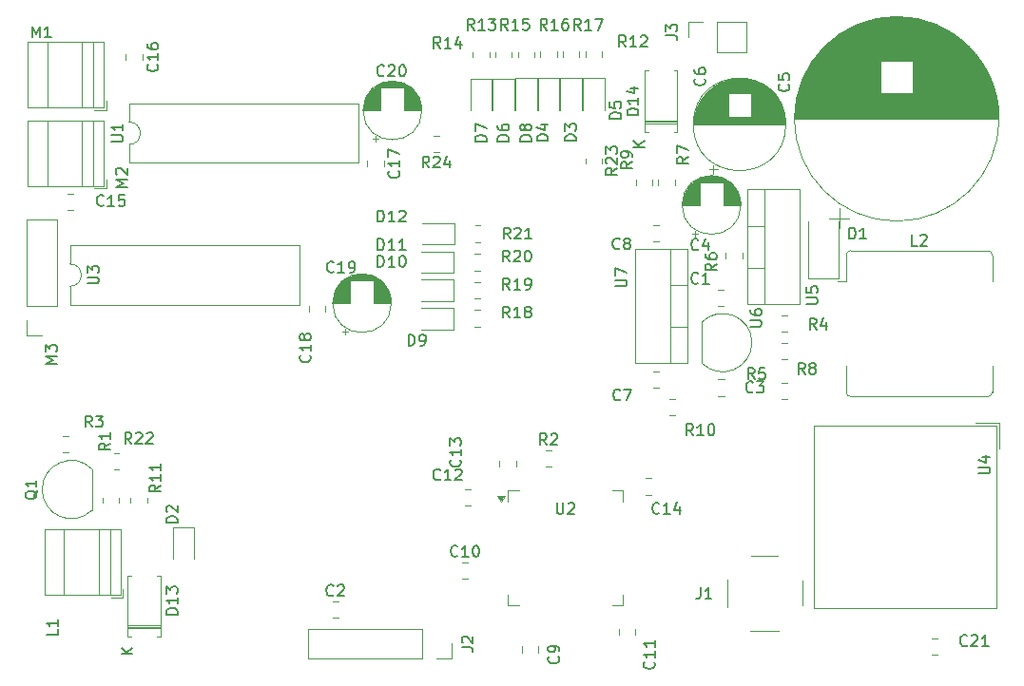
<source format=gbr>
%TF.GenerationSoftware,KiCad,Pcbnew,8.0.3*%
%TF.CreationDate,2024-07-31T08:23:15+01:00*%
%TF.ProjectId,controller,636f6e74-726f-46c6-9c65-722e6b696361,rev?*%
%TF.SameCoordinates,Original*%
%TF.FileFunction,Legend,Top*%
%TF.FilePolarity,Positive*%
%FSLAX46Y46*%
G04 Gerber Fmt 4.6, Leading zero omitted, Abs format (unit mm)*
G04 Created by KiCad (PCBNEW 8.0.3) date 2024-07-31 08:23:15*
%MOMM*%
%LPD*%
G01*
G04 APERTURE LIST*
%ADD10C,0.150000*%
%ADD11C,0.120000*%
%ADD12C,0.100000*%
G04 APERTURE END LIST*
D10*
X95785714Y-82454819D02*
X95785714Y-81454819D01*
X95785714Y-81454819D02*
X96023809Y-81454819D01*
X96023809Y-81454819D02*
X96166666Y-81502438D01*
X96166666Y-81502438D02*
X96261904Y-81597676D01*
X96261904Y-81597676D02*
X96309523Y-81692914D01*
X96309523Y-81692914D02*
X96357142Y-81883390D01*
X96357142Y-81883390D02*
X96357142Y-82026247D01*
X96357142Y-82026247D02*
X96309523Y-82216723D01*
X96309523Y-82216723D02*
X96261904Y-82311961D01*
X96261904Y-82311961D02*
X96166666Y-82407200D01*
X96166666Y-82407200D02*
X96023809Y-82454819D01*
X96023809Y-82454819D02*
X95785714Y-82454819D01*
X97309523Y-82454819D02*
X96738095Y-82454819D01*
X97023809Y-82454819D02*
X97023809Y-81454819D01*
X97023809Y-81454819D02*
X96928571Y-81597676D01*
X96928571Y-81597676D02*
X96833333Y-81692914D01*
X96833333Y-81692914D02*
X96738095Y-81740533D01*
X98261904Y-82454819D02*
X97690476Y-82454819D01*
X97976190Y-82454819D02*
X97976190Y-81454819D01*
X97976190Y-81454819D02*
X97880952Y-81597676D01*
X97880952Y-81597676D02*
X97785714Y-81692914D01*
X97785714Y-81692914D02*
X97690476Y-81740533D01*
X72094819Y-72796904D02*
X72904342Y-72796904D01*
X72904342Y-72796904D02*
X72999580Y-72749285D01*
X72999580Y-72749285D02*
X73047200Y-72701666D01*
X73047200Y-72701666D02*
X73094819Y-72606428D01*
X73094819Y-72606428D02*
X73094819Y-72415952D01*
X73094819Y-72415952D02*
X73047200Y-72320714D01*
X73047200Y-72320714D02*
X72999580Y-72273095D01*
X72999580Y-72273095D02*
X72904342Y-72225476D01*
X72904342Y-72225476D02*
X72094819Y-72225476D01*
X73094819Y-71225476D02*
X73094819Y-71796904D01*
X73094819Y-71511190D02*
X72094819Y-71511190D01*
X72094819Y-71511190D02*
X72237676Y-71606428D01*
X72237676Y-71606428D02*
X72332914Y-71701666D01*
X72332914Y-71701666D02*
X72380533Y-71796904D01*
X129333333Y-93954819D02*
X129000000Y-93478628D01*
X128761905Y-93954819D02*
X128761905Y-92954819D01*
X128761905Y-92954819D02*
X129142857Y-92954819D01*
X129142857Y-92954819D02*
X129238095Y-93002438D01*
X129238095Y-93002438D02*
X129285714Y-93050057D01*
X129285714Y-93050057D02*
X129333333Y-93145295D01*
X129333333Y-93145295D02*
X129333333Y-93288152D01*
X129333333Y-93288152D02*
X129285714Y-93383390D01*
X129285714Y-93383390D02*
X129238095Y-93431009D01*
X129238095Y-93431009D02*
X129142857Y-93478628D01*
X129142857Y-93478628D02*
X128761905Y-93478628D01*
X130238095Y-92954819D02*
X129761905Y-92954819D01*
X129761905Y-92954819D02*
X129714286Y-93431009D01*
X129714286Y-93431009D02*
X129761905Y-93383390D01*
X129761905Y-93383390D02*
X129857143Y-93335771D01*
X129857143Y-93335771D02*
X130095238Y-93335771D01*
X130095238Y-93335771D02*
X130190476Y-93383390D01*
X130190476Y-93383390D02*
X130238095Y-93431009D01*
X130238095Y-93431009D02*
X130285714Y-93526247D01*
X130285714Y-93526247D02*
X130285714Y-93764342D01*
X130285714Y-93764342D02*
X130238095Y-93859580D01*
X130238095Y-93859580D02*
X130190476Y-93907200D01*
X130190476Y-93907200D02*
X130095238Y-93954819D01*
X130095238Y-93954819D02*
X129857143Y-93954819D01*
X129857143Y-93954819D02*
X129761905Y-93907200D01*
X129761905Y-93907200D02*
X129714286Y-93859580D01*
X117867142Y-64339819D02*
X117533809Y-63863628D01*
X117295714Y-64339819D02*
X117295714Y-63339819D01*
X117295714Y-63339819D02*
X117676666Y-63339819D01*
X117676666Y-63339819D02*
X117771904Y-63387438D01*
X117771904Y-63387438D02*
X117819523Y-63435057D01*
X117819523Y-63435057D02*
X117867142Y-63530295D01*
X117867142Y-63530295D02*
X117867142Y-63673152D01*
X117867142Y-63673152D02*
X117819523Y-63768390D01*
X117819523Y-63768390D02*
X117771904Y-63816009D01*
X117771904Y-63816009D02*
X117676666Y-63863628D01*
X117676666Y-63863628D02*
X117295714Y-63863628D01*
X118819523Y-64339819D02*
X118248095Y-64339819D01*
X118533809Y-64339819D02*
X118533809Y-63339819D01*
X118533809Y-63339819D02*
X118438571Y-63482676D01*
X118438571Y-63482676D02*
X118343333Y-63577914D01*
X118343333Y-63577914D02*
X118248095Y-63625533D01*
X119200476Y-63435057D02*
X119248095Y-63387438D01*
X119248095Y-63387438D02*
X119343333Y-63339819D01*
X119343333Y-63339819D02*
X119581428Y-63339819D01*
X119581428Y-63339819D02*
X119676666Y-63387438D01*
X119676666Y-63387438D02*
X119724285Y-63435057D01*
X119724285Y-63435057D02*
X119771904Y-63530295D01*
X119771904Y-63530295D02*
X119771904Y-63625533D01*
X119771904Y-63625533D02*
X119724285Y-63768390D01*
X119724285Y-63768390D02*
X119152857Y-64339819D01*
X119152857Y-64339819D02*
X119771904Y-64339819D01*
X71367142Y-78444580D02*
X71319523Y-78492200D01*
X71319523Y-78492200D02*
X71176666Y-78539819D01*
X71176666Y-78539819D02*
X71081428Y-78539819D01*
X71081428Y-78539819D02*
X70938571Y-78492200D01*
X70938571Y-78492200D02*
X70843333Y-78396961D01*
X70843333Y-78396961D02*
X70795714Y-78301723D01*
X70795714Y-78301723D02*
X70748095Y-78111247D01*
X70748095Y-78111247D02*
X70748095Y-77968390D01*
X70748095Y-77968390D02*
X70795714Y-77777914D01*
X70795714Y-77777914D02*
X70843333Y-77682676D01*
X70843333Y-77682676D02*
X70938571Y-77587438D01*
X70938571Y-77587438D02*
X71081428Y-77539819D01*
X71081428Y-77539819D02*
X71176666Y-77539819D01*
X71176666Y-77539819D02*
X71319523Y-77587438D01*
X71319523Y-77587438D02*
X71367142Y-77635057D01*
X72319523Y-78539819D02*
X71748095Y-78539819D01*
X72033809Y-78539819D02*
X72033809Y-77539819D01*
X72033809Y-77539819D02*
X71938571Y-77682676D01*
X71938571Y-77682676D02*
X71843333Y-77777914D01*
X71843333Y-77777914D02*
X71748095Y-77825533D01*
X73224285Y-77539819D02*
X72748095Y-77539819D01*
X72748095Y-77539819D02*
X72700476Y-78016009D01*
X72700476Y-78016009D02*
X72748095Y-77968390D01*
X72748095Y-77968390D02*
X72843333Y-77920771D01*
X72843333Y-77920771D02*
X73081428Y-77920771D01*
X73081428Y-77920771D02*
X73176666Y-77968390D01*
X73176666Y-77968390D02*
X73224285Y-78016009D01*
X73224285Y-78016009D02*
X73271904Y-78111247D01*
X73271904Y-78111247D02*
X73271904Y-78349342D01*
X73271904Y-78349342D02*
X73224285Y-78444580D01*
X73224285Y-78444580D02*
X73176666Y-78492200D01*
X73176666Y-78492200D02*
X73081428Y-78539819D01*
X73081428Y-78539819D02*
X72843333Y-78539819D01*
X72843333Y-78539819D02*
X72748095Y-78492200D01*
X72748095Y-78492200D02*
X72700476Y-78444580D01*
X101357142Y-102859580D02*
X101309523Y-102907200D01*
X101309523Y-102907200D02*
X101166666Y-102954819D01*
X101166666Y-102954819D02*
X101071428Y-102954819D01*
X101071428Y-102954819D02*
X100928571Y-102907200D01*
X100928571Y-102907200D02*
X100833333Y-102811961D01*
X100833333Y-102811961D02*
X100785714Y-102716723D01*
X100785714Y-102716723D02*
X100738095Y-102526247D01*
X100738095Y-102526247D02*
X100738095Y-102383390D01*
X100738095Y-102383390D02*
X100785714Y-102192914D01*
X100785714Y-102192914D02*
X100833333Y-102097676D01*
X100833333Y-102097676D02*
X100928571Y-102002438D01*
X100928571Y-102002438D02*
X101071428Y-101954819D01*
X101071428Y-101954819D02*
X101166666Y-101954819D01*
X101166666Y-101954819D02*
X101309523Y-102002438D01*
X101309523Y-102002438D02*
X101357142Y-102050057D01*
X102309523Y-102954819D02*
X101738095Y-102954819D01*
X102023809Y-102954819D02*
X102023809Y-101954819D01*
X102023809Y-101954819D02*
X101928571Y-102097676D01*
X101928571Y-102097676D02*
X101833333Y-102192914D01*
X101833333Y-102192914D02*
X101738095Y-102240533D01*
X102690476Y-102050057D02*
X102738095Y-102002438D01*
X102738095Y-102002438D02*
X102833333Y-101954819D01*
X102833333Y-101954819D02*
X103071428Y-101954819D01*
X103071428Y-101954819D02*
X103166666Y-102002438D01*
X103166666Y-102002438D02*
X103214285Y-102050057D01*
X103214285Y-102050057D02*
X103261904Y-102145295D01*
X103261904Y-102145295D02*
X103261904Y-102240533D01*
X103261904Y-102240533D02*
X103214285Y-102383390D01*
X103214285Y-102383390D02*
X102642857Y-102954819D01*
X102642857Y-102954819D02*
X103261904Y-102954819D01*
X113867142Y-62839819D02*
X113533809Y-62363628D01*
X113295714Y-62839819D02*
X113295714Y-61839819D01*
X113295714Y-61839819D02*
X113676666Y-61839819D01*
X113676666Y-61839819D02*
X113771904Y-61887438D01*
X113771904Y-61887438D02*
X113819523Y-61935057D01*
X113819523Y-61935057D02*
X113867142Y-62030295D01*
X113867142Y-62030295D02*
X113867142Y-62173152D01*
X113867142Y-62173152D02*
X113819523Y-62268390D01*
X113819523Y-62268390D02*
X113771904Y-62316009D01*
X113771904Y-62316009D02*
X113676666Y-62363628D01*
X113676666Y-62363628D02*
X113295714Y-62363628D01*
X114819523Y-62839819D02*
X114248095Y-62839819D01*
X114533809Y-62839819D02*
X114533809Y-61839819D01*
X114533809Y-61839819D02*
X114438571Y-61982676D01*
X114438571Y-61982676D02*
X114343333Y-62077914D01*
X114343333Y-62077914D02*
X114248095Y-62125533D01*
X115152857Y-61839819D02*
X115819523Y-61839819D01*
X115819523Y-61839819D02*
X115390952Y-62839819D01*
X133833333Y-93502548D02*
X133500000Y-93026357D01*
X133261905Y-93502548D02*
X133261905Y-92502548D01*
X133261905Y-92502548D02*
X133642857Y-92502548D01*
X133642857Y-92502548D02*
X133738095Y-92550167D01*
X133738095Y-92550167D02*
X133785714Y-92597786D01*
X133785714Y-92597786D02*
X133833333Y-92693024D01*
X133833333Y-92693024D02*
X133833333Y-92835881D01*
X133833333Y-92835881D02*
X133785714Y-92931119D01*
X133785714Y-92931119D02*
X133738095Y-92978738D01*
X133738095Y-92978738D02*
X133642857Y-93026357D01*
X133642857Y-93026357D02*
X133261905Y-93026357D01*
X134404762Y-92931119D02*
X134309524Y-92883500D01*
X134309524Y-92883500D02*
X134261905Y-92835881D01*
X134261905Y-92835881D02*
X134214286Y-92740643D01*
X134214286Y-92740643D02*
X134214286Y-92693024D01*
X134214286Y-92693024D02*
X134261905Y-92597786D01*
X134261905Y-92597786D02*
X134309524Y-92550167D01*
X134309524Y-92550167D02*
X134404762Y-92502548D01*
X134404762Y-92502548D02*
X134595238Y-92502548D01*
X134595238Y-92502548D02*
X134690476Y-92550167D01*
X134690476Y-92550167D02*
X134738095Y-92597786D01*
X134738095Y-92597786D02*
X134785714Y-92693024D01*
X134785714Y-92693024D02*
X134785714Y-92740643D01*
X134785714Y-92740643D02*
X134738095Y-92835881D01*
X134738095Y-92835881D02*
X134690476Y-92883500D01*
X134690476Y-92883500D02*
X134595238Y-92931119D01*
X134595238Y-92931119D02*
X134404762Y-92931119D01*
X134404762Y-92931119D02*
X134309524Y-92978738D01*
X134309524Y-92978738D02*
X134261905Y-93026357D01*
X134261905Y-93026357D02*
X134214286Y-93121595D01*
X134214286Y-93121595D02*
X134214286Y-93312071D01*
X134214286Y-93312071D02*
X134261905Y-93407309D01*
X134261905Y-93407309D02*
X134309524Y-93454929D01*
X134309524Y-93454929D02*
X134404762Y-93502548D01*
X134404762Y-93502548D02*
X134595238Y-93502548D01*
X134595238Y-93502548D02*
X134690476Y-93454929D01*
X134690476Y-93454929D02*
X134738095Y-93407309D01*
X134738095Y-93407309D02*
X134785714Y-93312071D01*
X134785714Y-93312071D02*
X134785714Y-93121595D01*
X134785714Y-93121595D02*
X134738095Y-93026357D01*
X134738095Y-93026357D02*
X134690476Y-92978738D01*
X134690476Y-92978738D02*
X134595238Y-92931119D01*
X111859580Y-118666666D02*
X111907200Y-118714285D01*
X111907200Y-118714285D02*
X111954819Y-118857142D01*
X111954819Y-118857142D02*
X111954819Y-118952380D01*
X111954819Y-118952380D02*
X111907200Y-119095237D01*
X111907200Y-119095237D02*
X111811961Y-119190475D01*
X111811961Y-119190475D02*
X111716723Y-119238094D01*
X111716723Y-119238094D02*
X111526247Y-119285713D01*
X111526247Y-119285713D02*
X111383390Y-119285713D01*
X111383390Y-119285713D02*
X111192914Y-119238094D01*
X111192914Y-119238094D02*
X111097676Y-119190475D01*
X111097676Y-119190475D02*
X111002438Y-119095237D01*
X111002438Y-119095237D02*
X110954819Y-118952380D01*
X110954819Y-118952380D02*
X110954819Y-118857142D01*
X110954819Y-118857142D02*
X111002438Y-118714285D01*
X111002438Y-118714285D02*
X111050057Y-118666666D01*
X111954819Y-118190475D02*
X111954819Y-117999999D01*
X111954819Y-117999999D02*
X111907200Y-117904761D01*
X111907200Y-117904761D02*
X111859580Y-117857142D01*
X111859580Y-117857142D02*
X111716723Y-117761904D01*
X111716723Y-117761904D02*
X111526247Y-117714285D01*
X111526247Y-117714285D02*
X111145295Y-117714285D01*
X111145295Y-117714285D02*
X111050057Y-117761904D01*
X111050057Y-117761904D02*
X111002438Y-117809523D01*
X111002438Y-117809523D02*
X110954819Y-117904761D01*
X110954819Y-117904761D02*
X110954819Y-118095237D01*
X110954819Y-118095237D02*
X111002438Y-118190475D01*
X111002438Y-118190475D02*
X111050057Y-118238094D01*
X111050057Y-118238094D02*
X111145295Y-118285713D01*
X111145295Y-118285713D02*
X111383390Y-118285713D01*
X111383390Y-118285713D02*
X111478628Y-118238094D01*
X111478628Y-118238094D02*
X111526247Y-118190475D01*
X111526247Y-118190475D02*
X111573866Y-118095237D01*
X111573866Y-118095237D02*
X111573866Y-117904761D01*
X111573866Y-117904761D02*
X111526247Y-117809523D01*
X111526247Y-117809523D02*
X111478628Y-117761904D01*
X111478628Y-117761904D02*
X111383390Y-117714285D01*
X107532142Y-83479819D02*
X107198809Y-83003628D01*
X106960714Y-83479819D02*
X106960714Y-82479819D01*
X106960714Y-82479819D02*
X107341666Y-82479819D01*
X107341666Y-82479819D02*
X107436904Y-82527438D01*
X107436904Y-82527438D02*
X107484523Y-82575057D01*
X107484523Y-82575057D02*
X107532142Y-82670295D01*
X107532142Y-82670295D02*
X107532142Y-82813152D01*
X107532142Y-82813152D02*
X107484523Y-82908390D01*
X107484523Y-82908390D02*
X107436904Y-82956009D01*
X107436904Y-82956009D02*
X107341666Y-83003628D01*
X107341666Y-83003628D02*
X106960714Y-83003628D01*
X107913095Y-82575057D02*
X107960714Y-82527438D01*
X107960714Y-82527438D02*
X108055952Y-82479819D01*
X108055952Y-82479819D02*
X108294047Y-82479819D01*
X108294047Y-82479819D02*
X108389285Y-82527438D01*
X108389285Y-82527438D02*
X108436904Y-82575057D01*
X108436904Y-82575057D02*
X108484523Y-82670295D01*
X108484523Y-82670295D02*
X108484523Y-82765533D01*
X108484523Y-82765533D02*
X108436904Y-82908390D01*
X108436904Y-82908390D02*
X107865476Y-83479819D01*
X107865476Y-83479819D02*
X108484523Y-83479819D01*
X109103571Y-82479819D02*
X109198809Y-82479819D01*
X109198809Y-82479819D02*
X109294047Y-82527438D01*
X109294047Y-82527438D02*
X109341666Y-82575057D01*
X109341666Y-82575057D02*
X109389285Y-82670295D01*
X109389285Y-82670295D02*
X109436904Y-82860771D01*
X109436904Y-82860771D02*
X109436904Y-83098866D01*
X109436904Y-83098866D02*
X109389285Y-83289342D01*
X109389285Y-83289342D02*
X109341666Y-83384580D01*
X109341666Y-83384580D02*
X109294047Y-83432200D01*
X109294047Y-83432200D02*
X109198809Y-83479819D01*
X109198809Y-83479819D02*
X109103571Y-83479819D01*
X109103571Y-83479819D02*
X109008333Y-83432200D01*
X109008333Y-83432200D02*
X108960714Y-83384580D01*
X108960714Y-83384580D02*
X108913095Y-83289342D01*
X108913095Y-83289342D02*
X108865476Y-83098866D01*
X108865476Y-83098866D02*
X108865476Y-82860771D01*
X108865476Y-82860771D02*
X108913095Y-82670295D01*
X108913095Y-82670295D02*
X108960714Y-82575057D01*
X108960714Y-82575057D02*
X109008333Y-82527438D01*
X109008333Y-82527438D02*
X109103571Y-82479819D01*
X124509166Y-112529819D02*
X124509166Y-113244104D01*
X124509166Y-113244104D02*
X124461547Y-113386961D01*
X124461547Y-113386961D02*
X124366309Y-113482200D01*
X124366309Y-113482200D02*
X124223452Y-113529819D01*
X124223452Y-113529819D02*
X124128214Y-113529819D01*
X125509166Y-113529819D02*
X124937738Y-113529819D01*
X125223452Y-113529819D02*
X125223452Y-112529819D01*
X125223452Y-112529819D02*
X125128214Y-112672676D01*
X125128214Y-112672676D02*
X125032976Y-112767914D01*
X125032976Y-112767914D02*
X124937738Y-112815533D01*
X100357142Y-75104819D02*
X100023809Y-74628628D01*
X99785714Y-75104819D02*
X99785714Y-74104819D01*
X99785714Y-74104819D02*
X100166666Y-74104819D01*
X100166666Y-74104819D02*
X100261904Y-74152438D01*
X100261904Y-74152438D02*
X100309523Y-74200057D01*
X100309523Y-74200057D02*
X100357142Y-74295295D01*
X100357142Y-74295295D02*
X100357142Y-74438152D01*
X100357142Y-74438152D02*
X100309523Y-74533390D01*
X100309523Y-74533390D02*
X100261904Y-74581009D01*
X100261904Y-74581009D02*
X100166666Y-74628628D01*
X100166666Y-74628628D02*
X99785714Y-74628628D01*
X100738095Y-74200057D02*
X100785714Y-74152438D01*
X100785714Y-74152438D02*
X100880952Y-74104819D01*
X100880952Y-74104819D02*
X101119047Y-74104819D01*
X101119047Y-74104819D02*
X101214285Y-74152438D01*
X101214285Y-74152438D02*
X101261904Y-74200057D01*
X101261904Y-74200057D02*
X101309523Y-74295295D01*
X101309523Y-74295295D02*
X101309523Y-74390533D01*
X101309523Y-74390533D02*
X101261904Y-74533390D01*
X101261904Y-74533390D02*
X100690476Y-75104819D01*
X100690476Y-75104819D02*
X101309523Y-75104819D01*
X102166666Y-74438152D02*
X102166666Y-75104819D01*
X101928571Y-74057200D02*
X101690476Y-74771485D01*
X101690476Y-74771485D02*
X102309523Y-74771485D01*
X124333333Y-82359580D02*
X124285714Y-82407200D01*
X124285714Y-82407200D02*
X124142857Y-82454819D01*
X124142857Y-82454819D02*
X124047619Y-82454819D01*
X124047619Y-82454819D02*
X123904762Y-82407200D01*
X123904762Y-82407200D02*
X123809524Y-82311961D01*
X123809524Y-82311961D02*
X123761905Y-82216723D01*
X123761905Y-82216723D02*
X123714286Y-82026247D01*
X123714286Y-82026247D02*
X123714286Y-81883390D01*
X123714286Y-81883390D02*
X123761905Y-81692914D01*
X123761905Y-81692914D02*
X123809524Y-81597676D01*
X123809524Y-81597676D02*
X123904762Y-81502438D01*
X123904762Y-81502438D02*
X124047619Y-81454819D01*
X124047619Y-81454819D02*
X124142857Y-81454819D01*
X124142857Y-81454819D02*
X124285714Y-81502438D01*
X124285714Y-81502438D02*
X124333333Y-81550057D01*
X125190476Y-81788152D02*
X125190476Y-82454819D01*
X124952381Y-81407200D02*
X124714286Y-82121485D01*
X124714286Y-82121485D02*
X125333333Y-82121485D01*
X70333333Y-98219819D02*
X70000000Y-97743628D01*
X69761905Y-98219819D02*
X69761905Y-97219819D01*
X69761905Y-97219819D02*
X70142857Y-97219819D01*
X70142857Y-97219819D02*
X70238095Y-97267438D01*
X70238095Y-97267438D02*
X70285714Y-97315057D01*
X70285714Y-97315057D02*
X70333333Y-97410295D01*
X70333333Y-97410295D02*
X70333333Y-97553152D01*
X70333333Y-97553152D02*
X70285714Y-97648390D01*
X70285714Y-97648390D02*
X70238095Y-97696009D01*
X70238095Y-97696009D02*
X70142857Y-97743628D01*
X70142857Y-97743628D02*
X69761905Y-97743628D01*
X70666667Y-97219819D02*
X71285714Y-97219819D01*
X71285714Y-97219819D02*
X70952381Y-97600771D01*
X70952381Y-97600771D02*
X71095238Y-97600771D01*
X71095238Y-97600771D02*
X71190476Y-97648390D01*
X71190476Y-97648390D02*
X71238095Y-97696009D01*
X71238095Y-97696009D02*
X71285714Y-97791247D01*
X71285714Y-97791247D02*
X71285714Y-98029342D01*
X71285714Y-98029342D02*
X71238095Y-98124580D01*
X71238095Y-98124580D02*
X71190476Y-98172200D01*
X71190476Y-98172200D02*
X71095238Y-98219819D01*
X71095238Y-98219819D02*
X70809524Y-98219819D01*
X70809524Y-98219819D02*
X70714286Y-98172200D01*
X70714286Y-98172200D02*
X70666667Y-98124580D01*
X104367142Y-62839819D02*
X104033809Y-62363628D01*
X103795714Y-62839819D02*
X103795714Y-61839819D01*
X103795714Y-61839819D02*
X104176666Y-61839819D01*
X104176666Y-61839819D02*
X104271904Y-61887438D01*
X104271904Y-61887438D02*
X104319523Y-61935057D01*
X104319523Y-61935057D02*
X104367142Y-62030295D01*
X104367142Y-62030295D02*
X104367142Y-62173152D01*
X104367142Y-62173152D02*
X104319523Y-62268390D01*
X104319523Y-62268390D02*
X104271904Y-62316009D01*
X104271904Y-62316009D02*
X104176666Y-62363628D01*
X104176666Y-62363628D02*
X103795714Y-62363628D01*
X105319523Y-62839819D02*
X104748095Y-62839819D01*
X105033809Y-62839819D02*
X105033809Y-61839819D01*
X105033809Y-61839819D02*
X104938571Y-61982676D01*
X104938571Y-61982676D02*
X104843333Y-62077914D01*
X104843333Y-62077914D02*
X104748095Y-62125533D01*
X105652857Y-61839819D02*
X106271904Y-61839819D01*
X106271904Y-61839819D02*
X105938571Y-62220771D01*
X105938571Y-62220771D02*
X106081428Y-62220771D01*
X106081428Y-62220771D02*
X106176666Y-62268390D01*
X106176666Y-62268390D02*
X106224285Y-62316009D01*
X106224285Y-62316009D02*
X106271904Y-62411247D01*
X106271904Y-62411247D02*
X106271904Y-62649342D01*
X106271904Y-62649342D02*
X106224285Y-62744580D01*
X106224285Y-62744580D02*
X106176666Y-62792200D01*
X106176666Y-62792200D02*
X106081428Y-62839819D01*
X106081428Y-62839819D02*
X105795714Y-62839819D01*
X105795714Y-62839819D02*
X105700476Y-62792200D01*
X105700476Y-62792200D02*
X105652857Y-62744580D01*
X121454819Y-63333333D02*
X122169104Y-63333333D01*
X122169104Y-63333333D02*
X122311961Y-63380952D01*
X122311961Y-63380952D02*
X122407200Y-63476190D01*
X122407200Y-63476190D02*
X122454819Y-63619047D01*
X122454819Y-63619047D02*
X122454819Y-63714285D01*
X121454819Y-62952380D02*
X121454819Y-62333333D01*
X121454819Y-62333333D02*
X121835771Y-62666666D01*
X121835771Y-62666666D02*
X121835771Y-62523809D01*
X121835771Y-62523809D02*
X121883390Y-62428571D01*
X121883390Y-62428571D02*
X121931009Y-62380952D01*
X121931009Y-62380952D02*
X122026247Y-62333333D01*
X122026247Y-62333333D02*
X122264342Y-62333333D01*
X122264342Y-62333333D02*
X122359580Y-62380952D01*
X122359580Y-62380952D02*
X122407200Y-62428571D01*
X122407200Y-62428571D02*
X122454819Y-62523809D01*
X122454819Y-62523809D02*
X122454819Y-62809523D01*
X122454819Y-62809523D02*
X122407200Y-62904761D01*
X122407200Y-62904761D02*
X122359580Y-62952380D01*
X124333333Y-85359580D02*
X124285714Y-85407200D01*
X124285714Y-85407200D02*
X124142857Y-85454819D01*
X124142857Y-85454819D02*
X124047619Y-85454819D01*
X124047619Y-85454819D02*
X123904762Y-85407200D01*
X123904762Y-85407200D02*
X123809524Y-85311961D01*
X123809524Y-85311961D02*
X123761905Y-85216723D01*
X123761905Y-85216723D02*
X123714286Y-85026247D01*
X123714286Y-85026247D02*
X123714286Y-84883390D01*
X123714286Y-84883390D02*
X123761905Y-84692914D01*
X123761905Y-84692914D02*
X123809524Y-84597676D01*
X123809524Y-84597676D02*
X123904762Y-84502438D01*
X123904762Y-84502438D02*
X124047619Y-84454819D01*
X124047619Y-84454819D02*
X124142857Y-84454819D01*
X124142857Y-84454819D02*
X124285714Y-84502438D01*
X124285714Y-84502438D02*
X124333333Y-84550057D01*
X125285714Y-85454819D02*
X124714286Y-85454819D01*
X125000000Y-85454819D02*
X125000000Y-84454819D01*
X125000000Y-84454819D02*
X124904762Y-84597676D01*
X124904762Y-84597676D02*
X124809524Y-84692914D01*
X124809524Y-84692914D02*
X124714286Y-84740533D01*
X71954819Y-99666666D02*
X71478628Y-99999999D01*
X71954819Y-100238094D02*
X70954819Y-100238094D01*
X70954819Y-100238094D02*
X70954819Y-99857142D01*
X70954819Y-99857142D02*
X71002438Y-99761904D01*
X71002438Y-99761904D02*
X71050057Y-99714285D01*
X71050057Y-99714285D02*
X71145295Y-99666666D01*
X71145295Y-99666666D02*
X71288152Y-99666666D01*
X71288152Y-99666666D02*
X71383390Y-99714285D01*
X71383390Y-99714285D02*
X71431009Y-99761904D01*
X71431009Y-99761904D02*
X71478628Y-99857142D01*
X71478628Y-99857142D02*
X71478628Y-100238094D01*
X71954819Y-98714285D02*
X71954819Y-99285713D01*
X71954819Y-98999999D02*
X70954819Y-98999999D01*
X70954819Y-98999999D02*
X71097676Y-99095237D01*
X71097676Y-99095237D02*
X71192914Y-99190475D01*
X71192914Y-99190475D02*
X71240533Y-99285713D01*
X148264642Y-117652080D02*
X148217023Y-117699700D01*
X148217023Y-117699700D02*
X148074166Y-117747319D01*
X148074166Y-117747319D02*
X147978928Y-117747319D01*
X147978928Y-117747319D02*
X147836071Y-117699700D01*
X147836071Y-117699700D02*
X147740833Y-117604461D01*
X147740833Y-117604461D02*
X147693214Y-117509223D01*
X147693214Y-117509223D02*
X147645595Y-117318747D01*
X147645595Y-117318747D02*
X147645595Y-117175890D01*
X147645595Y-117175890D02*
X147693214Y-116985414D01*
X147693214Y-116985414D02*
X147740833Y-116890176D01*
X147740833Y-116890176D02*
X147836071Y-116794938D01*
X147836071Y-116794938D02*
X147978928Y-116747319D01*
X147978928Y-116747319D02*
X148074166Y-116747319D01*
X148074166Y-116747319D02*
X148217023Y-116794938D01*
X148217023Y-116794938D02*
X148264642Y-116842557D01*
X148645595Y-116842557D02*
X148693214Y-116794938D01*
X148693214Y-116794938D02*
X148788452Y-116747319D01*
X148788452Y-116747319D02*
X149026547Y-116747319D01*
X149026547Y-116747319D02*
X149121785Y-116794938D01*
X149121785Y-116794938D02*
X149169404Y-116842557D01*
X149169404Y-116842557D02*
X149217023Y-116937795D01*
X149217023Y-116937795D02*
X149217023Y-117033033D01*
X149217023Y-117033033D02*
X149169404Y-117175890D01*
X149169404Y-117175890D02*
X148597976Y-117747319D01*
X148597976Y-117747319D02*
X149217023Y-117747319D01*
X150169404Y-117747319D02*
X149597976Y-117747319D01*
X149883690Y-117747319D02*
X149883690Y-116747319D01*
X149883690Y-116747319D02*
X149788452Y-116890176D01*
X149788452Y-116890176D02*
X149693214Y-116985414D01*
X149693214Y-116985414D02*
X149597976Y-117033033D01*
X118454819Y-74592707D02*
X117978628Y-74926040D01*
X118454819Y-75164135D02*
X117454819Y-75164135D01*
X117454819Y-75164135D02*
X117454819Y-74783183D01*
X117454819Y-74783183D02*
X117502438Y-74687945D01*
X117502438Y-74687945D02*
X117550057Y-74640326D01*
X117550057Y-74640326D02*
X117645295Y-74592707D01*
X117645295Y-74592707D02*
X117788152Y-74592707D01*
X117788152Y-74592707D02*
X117883390Y-74640326D01*
X117883390Y-74640326D02*
X117931009Y-74687945D01*
X117931009Y-74687945D02*
X117978628Y-74783183D01*
X117978628Y-74783183D02*
X117978628Y-75164135D01*
X118454819Y-74116516D02*
X118454819Y-73926040D01*
X118454819Y-73926040D02*
X118407200Y-73830802D01*
X118407200Y-73830802D02*
X118359580Y-73783183D01*
X118359580Y-73783183D02*
X118216723Y-73687945D01*
X118216723Y-73687945D02*
X118026247Y-73640326D01*
X118026247Y-73640326D02*
X117645295Y-73640326D01*
X117645295Y-73640326D02*
X117550057Y-73687945D01*
X117550057Y-73687945D02*
X117502438Y-73735564D01*
X117502438Y-73735564D02*
X117454819Y-73830802D01*
X117454819Y-73830802D02*
X117454819Y-74021278D01*
X117454819Y-74021278D02*
X117502438Y-74116516D01*
X117502438Y-74116516D02*
X117550057Y-74164135D01*
X117550057Y-74164135D02*
X117645295Y-74211754D01*
X117645295Y-74211754D02*
X117883390Y-74211754D01*
X117883390Y-74211754D02*
X117978628Y-74164135D01*
X117978628Y-74164135D02*
X118026247Y-74116516D01*
X118026247Y-74116516D02*
X118073866Y-74021278D01*
X118073866Y-74021278D02*
X118073866Y-73830802D01*
X118073866Y-73830802D02*
X118026247Y-73735564D01*
X118026247Y-73735564D02*
X117978628Y-73687945D01*
X117978628Y-73687945D02*
X117883390Y-73640326D01*
X107582142Y-81454819D02*
X107248809Y-80978628D01*
X107010714Y-81454819D02*
X107010714Y-80454819D01*
X107010714Y-80454819D02*
X107391666Y-80454819D01*
X107391666Y-80454819D02*
X107486904Y-80502438D01*
X107486904Y-80502438D02*
X107534523Y-80550057D01*
X107534523Y-80550057D02*
X107582142Y-80645295D01*
X107582142Y-80645295D02*
X107582142Y-80788152D01*
X107582142Y-80788152D02*
X107534523Y-80883390D01*
X107534523Y-80883390D02*
X107486904Y-80931009D01*
X107486904Y-80931009D02*
X107391666Y-80978628D01*
X107391666Y-80978628D02*
X107010714Y-80978628D01*
X107963095Y-80550057D02*
X108010714Y-80502438D01*
X108010714Y-80502438D02*
X108105952Y-80454819D01*
X108105952Y-80454819D02*
X108344047Y-80454819D01*
X108344047Y-80454819D02*
X108439285Y-80502438D01*
X108439285Y-80502438D02*
X108486904Y-80550057D01*
X108486904Y-80550057D02*
X108534523Y-80645295D01*
X108534523Y-80645295D02*
X108534523Y-80740533D01*
X108534523Y-80740533D02*
X108486904Y-80883390D01*
X108486904Y-80883390D02*
X107915476Y-81454819D01*
X107915476Y-81454819D02*
X108534523Y-81454819D01*
X109486904Y-81454819D02*
X108915476Y-81454819D01*
X109201190Y-81454819D02*
X109201190Y-80454819D01*
X109201190Y-80454819D02*
X109105952Y-80597676D01*
X109105952Y-80597676D02*
X109010714Y-80692914D01*
X109010714Y-80692914D02*
X108915476Y-80740533D01*
X105454819Y-72763094D02*
X104454819Y-72763094D01*
X104454819Y-72763094D02*
X104454819Y-72524999D01*
X104454819Y-72524999D02*
X104502438Y-72382142D01*
X104502438Y-72382142D02*
X104597676Y-72286904D01*
X104597676Y-72286904D02*
X104692914Y-72239285D01*
X104692914Y-72239285D02*
X104883390Y-72191666D01*
X104883390Y-72191666D02*
X105026247Y-72191666D01*
X105026247Y-72191666D02*
X105216723Y-72239285D01*
X105216723Y-72239285D02*
X105311961Y-72286904D01*
X105311961Y-72286904D02*
X105407200Y-72382142D01*
X105407200Y-72382142D02*
X105454819Y-72524999D01*
X105454819Y-72524999D02*
X105454819Y-72763094D01*
X104454819Y-71858332D02*
X104454819Y-71191666D01*
X104454819Y-71191666D02*
X105454819Y-71620237D01*
X95785714Y-83954819D02*
X95785714Y-82954819D01*
X95785714Y-82954819D02*
X96023809Y-82954819D01*
X96023809Y-82954819D02*
X96166666Y-83002438D01*
X96166666Y-83002438D02*
X96261904Y-83097676D01*
X96261904Y-83097676D02*
X96309523Y-83192914D01*
X96309523Y-83192914D02*
X96357142Y-83383390D01*
X96357142Y-83383390D02*
X96357142Y-83526247D01*
X96357142Y-83526247D02*
X96309523Y-83716723D01*
X96309523Y-83716723D02*
X96261904Y-83811961D01*
X96261904Y-83811961D02*
X96166666Y-83907200D01*
X96166666Y-83907200D02*
X96023809Y-83954819D01*
X96023809Y-83954819D02*
X95785714Y-83954819D01*
X97309523Y-83954819D02*
X96738095Y-83954819D01*
X97023809Y-83954819D02*
X97023809Y-82954819D01*
X97023809Y-82954819D02*
X96928571Y-83097676D01*
X96928571Y-83097676D02*
X96833333Y-83192914D01*
X96833333Y-83192914D02*
X96738095Y-83240533D01*
X97928571Y-82954819D02*
X98023809Y-82954819D01*
X98023809Y-82954819D02*
X98119047Y-83002438D01*
X98119047Y-83002438D02*
X98166666Y-83050057D01*
X98166666Y-83050057D02*
X98214285Y-83145295D01*
X98214285Y-83145295D02*
X98261904Y-83335771D01*
X98261904Y-83335771D02*
X98261904Y-83573866D01*
X98261904Y-83573866D02*
X98214285Y-83764342D01*
X98214285Y-83764342D02*
X98166666Y-83859580D01*
X98166666Y-83859580D02*
X98119047Y-83907200D01*
X98119047Y-83907200D02*
X98023809Y-83954819D01*
X98023809Y-83954819D02*
X97928571Y-83954819D01*
X97928571Y-83954819D02*
X97833333Y-83907200D01*
X97833333Y-83907200D02*
X97785714Y-83859580D01*
X97785714Y-83859580D02*
X97738095Y-83764342D01*
X97738095Y-83764342D02*
X97690476Y-83573866D01*
X97690476Y-83573866D02*
X97690476Y-83335771D01*
X97690476Y-83335771D02*
X97738095Y-83145295D01*
X97738095Y-83145295D02*
X97785714Y-83050057D01*
X97785714Y-83050057D02*
X97833333Y-83002438D01*
X97833333Y-83002438D02*
X97928571Y-82954819D01*
X91835833Y-113179580D02*
X91788214Y-113227200D01*
X91788214Y-113227200D02*
X91645357Y-113274819D01*
X91645357Y-113274819D02*
X91550119Y-113274819D01*
X91550119Y-113274819D02*
X91407262Y-113227200D01*
X91407262Y-113227200D02*
X91312024Y-113131961D01*
X91312024Y-113131961D02*
X91264405Y-113036723D01*
X91264405Y-113036723D02*
X91216786Y-112846247D01*
X91216786Y-112846247D02*
X91216786Y-112703390D01*
X91216786Y-112703390D02*
X91264405Y-112512914D01*
X91264405Y-112512914D02*
X91312024Y-112417676D01*
X91312024Y-112417676D02*
X91407262Y-112322438D01*
X91407262Y-112322438D02*
X91550119Y-112274819D01*
X91550119Y-112274819D02*
X91645357Y-112274819D01*
X91645357Y-112274819D02*
X91788214Y-112322438D01*
X91788214Y-112322438D02*
X91835833Y-112370057D01*
X92216786Y-112370057D02*
X92264405Y-112322438D01*
X92264405Y-112322438D02*
X92359643Y-112274819D01*
X92359643Y-112274819D02*
X92597738Y-112274819D01*
X92597738Y-112274819D02*
X92692976Y-112322438D01*
X92692976Y-112322438D02*
X92740595Y-112370057D01*
X92740595Y-112370057D02*
X92788214Y-112465295D01*
X92788214Y-112465295D02*
X92788214Y-112560533D01*
X92788214Y-112560533D02*
X92740595Y-112703390D01*
X92740595Y-112703390D02*
X92169167Y-113274819D01*
X92169167Y-113274819D02*
X92788214Y-113274819D01*
X89739580Y-91817514D02*
X89787200Y-91865133D01*
X89787200Y-91865133D02*
X89834819Y-92007990D01*
X89834819Y-92007990D02*
X89834819Y-92103228D01*
X89834819Y-92103228D02*
X89787200Y-92246085D01*
X89787200Y-92246085D02*
X89691961Y-92341323D01*
X89691961Y-92341323D02*
X89596723Y-92388942D01*
X89596723Y-92388942D02*
X89406247Y-92436561D01*
X89406247Y-92436561D02*
X89263390Y-92436561D01*
X89263390Y-92436561D02*
X89072914Y-92388942D01*
X89072914Y-92388942D02*
X88977676Y-92341323D01*
X88977676Y-92341323D02*
X88882438Y-92246085D01*
X88882438Y-92246085D02*
X88834819Y-92103228D01*
X88834819Y-92103228D02*
X88834819Y-92007990D01*
X88834819Y-92007990D02*
X88882438Y-91865133D01*
X88882438Y-91865133D02*
X88930057Y-91817514D01*
X89834819Y-90865133D02*
X89834819Y-91436561D01*
X89834819Y-91150847D02*
X88834819Y-91150847D01*
X88834819Y-91150847D02*
X88977676Y-91246085D01*
X88977676Y-91246085D02*
X89072914Y-91341323D01*
X89072914Y-91341323D02*
X89120533Y-91436561D01*
X89263390Y-90293704D02*
X89215771Y-90388942D01*
X89215771Y-90388942D02*
X89168152Y-90436561D01*
X89168152Y-90436561D02*
X89072914Y-90484180D01*
X89072914Y-90484180D02*
X89025295Y-90484180D01*
X89025295Y-90484180D02*
X88930057Y-90436561D01*
X88930057Y-90436561D02*
X88882438Y-90388942D01*
X88882438Y-90388942D02*
X88834819Y-90293704D01*
X88834819Y-90293704D02*
X88834819Y-90103228D01*
X88834819Y-90103228D02*
X88882438Y-90007990D01*
X88882438Y-90007990D02*
X88930057Y-89960371D01*
X88930057Y-89960371D02*
X89025295Y-89912752D01*
X89025295Y-89912752D02*
X89072914Y-89912752D01*
X89072914Y-89912752D02*
X89168152Y-89960371D01*
X89168152Y-89960371D02*
X89215771Y-90007990D01*
X89215771Y-90007990D02*
X89263390Y-90103228D01*
X89263390Y-90103228D02*
X89263390Y-90293704D01*
X89263390Y-90293704D02*
X89311009Y-90388942D01*
X89311009Y-90388942D02*
X89358628Y-90436561D01*
X89358628Y-90436561D02*
X89453866Y-90484180D01*
X89453866Y-90484180D02*
X89644342Y-90484180D01*
X89644342Y-90484180D02*
X89739580Y-90436561D01*
X89739580Y-90436561D02*
X89787200Y-90388942D01*
X89787200Y-90388942D02*
X89834819Y-90293704D01*
X89834819Y-90293704D02*
X89834819Y-90103228D01*
X89834819Y-90103228D02*
X89787200Y-90007990D01*
X89787200Y-90007990D02*
X89739580Y-89960371D01*
X89739580Y-89960371D02*
X89644342Y-89912752D01*
X89644342Y-89912752D02*
X89453866Y-89912752D01*
X89453866Y-89912752D02*
X89358628Y-89960371D01*
X89358628Y-89960371D02*
X89311009Y-90007990D01*
X89311009Y-90007990D02*
X89263390Y-90103228D01*
X133954819Y-87261904D02*
X134764342Y-87261904D01*
X134764342Y-87261904D02*
X134859580Y-87214285D01*
X134859580Y-87214285D02*
X134907200Y-87166666D01*
X134907200Y-87166666D02*
X134954819Y-87071428D01*
X134954819Y-87071428D02*
X134954819Y-86880952D01*
X134954819Y-86880952D02*
X134907200Y-86785714D01*
X134907200Y-86785714D02*
X134859580Y-86738095D01*
X134859580Y-86738095D02*
X134764342Y-86690476D01*
X134764342Y-86690476D02*
X133954819Y-86690476D01*
X133954819Y-85738095D02*
X133954819Y-86214285D01*
X133954819Y-86214285D02*
X134431009Y-86261904D01*
X134431009Y-86261904D02*
X134383390Y-86214285D01*
X134383390Y-86214285D02*
X134335771Y-86119047D01*
X134335771Y-86119047D02*
X134335771Y-85880952D01*
X134335771Y-85880952D02*
X134383390Y-85785714D01*
X134383390Y-85785714D02*
X134431009Y-85738095D01*
X134431009Y-85738095D02*
X134526247Y-85690476D01*
X134526247Y-85690476D02*
X134764342Y-85690476D01*
X134764342Y-85690476D02*
X134859580Y-85738095D01*
X134859580Y-85738095D02*
X134907200Y-85785714D01*
X134907200Y-85785714D02*
X134954819Y-85880952D01*
X134954819Y-85880952D02*
X134954819Y-86119047D01*
X134954819Y-86119047D02*
X134907200Y-86214285D01*
X134907200Y-86214285D02*
X134859580Y-86261904D01*
X67204819Y-92559523D02*
X66204819Y-92559523D01*
X66204819Y-92559523D02*
X66919104Y-92226190D01*
X66919104Y-92226190D02*
X66204819Y-91892857D01*
X66204819Y-91892857D02*
X67204819Y-91892857D01*
X66204819Y-91511904D02*
X66204819Y-90892857D01*
X66204819Y-90892857D02*
X66585771Y-91226190D01*
X66585771Y-91226190D02*
X66585771Y-91083333D01*
X66585771Y-91083333D02*
X66633390Y-90988095D01*
X66633390Y-90988095D02*
X66681009Y-90940476D01*
X66681009Y-90940476D02*
X66776247Y-90892857D01*
X66776247Y-90892857D02*
X67014342Y-90892857D01*
X67014342Y-90892857D02*
X67109580Y-90940476D01*
X67109580Y-90940476D02*
X67157200Y-90988095D01*
X67157200Y-90988095D02*
X67204819Y-91083333D01*
X67204819Y-91083333D02*
X67204819Y-91369047D01*
X67204819Y-91369047D02*
X67157200Y-91464285D01*
X67157200Y-91464285D02*
X67109580Y-91511904D01*
X76454819Y-103407857D02*
X75978628Y-103741190D01*
X76454819Y-103979285D02*
X75454819Y-103979285D01*
X75454819Y-103979285D02*
X75454819Y-103598333D01*
X75454819Y-103598333D02*
X75502438Y-103503095D01*
X75502438Y-103503095D02*
X75550057Y-103455476D01*
X75550057Y-103455476D02*
X75645295Y-103407857D01*
X75645295Y-103407857D02*
X75788152Y-103407857D01*
X75788152Y-103407857D02*
X75883390Y-103455476D01*
X75883390Y-103455476D02*
X75931009Y-103503095D01*
X75931009Y-103503095D02*
X75978628Y-103598333D01*
X75978628Y-103598333D02*
X75978628Y-103979285D01*
X76454819Y-102455476D02*
X76454819Y-103026904D01*
X76454819Y-102741190D02*
X75454819Y-102741190D01*
X75454819Y-102741190D02*
X75597676Y-102836428D01*
X75597676Y-102836428D02*
X75692914Y-102931666D01*
X75692914Y-102931666D02*
X75740533Y-103026904D01*
X76454819Y-101503095D02*
X76454819Y-102074523D01*
X76454819Y-101788809D02*
X75454819Y-101788809D01*
X75454819Y-101788809D02*
X75597676Y-101884047D01*
X75597676Y-101884047D02*
X75692914Y-101979285D01*
X75692914Y-101979285D02*
X75740533Y-102074523D01*
X124859580Y-67166666D02*
X124907200Y-67214285D01*
X124907200Y-67214285D02*
X124954819Y-67357142D01*
X124954819Y-67357142D02*
X124954819Y-67452380D01*
X124954819Y-67452380D02*
X124907200Y-67595237D01*
X124907200Y-67595237D02*
X124811961Y-67690475D01*
X124811961Y-67690475D02*
X124716723Y-67738094D01*
X124716723Y-67738094D02*
X124526247Y-67785713D01*
X124526247Y-67785713D02*
X124383390Y-67785713D01*
X124383390Y-67785713D02*
X124192914Y-67738094D01*
X124192914Y-67738094D02*
X124097676Y-67690475D01*
X124097676Y-67690475D02*
X124002438Y-67595237D01*
X124002438Y-67595237D02*
X123954819Y-67452380D01*
X123954819Y-67452380D02*
X123954819Y-67357142D01*
X123954819Y-67357142D02*
X124002438Y-67214285D01*
X124002438Y-67214285D02*
X124050057Y-67166666D01*
X123954819Y-66309523D02*
X123954819Y-66499999D01*
X123954819Y-66499999D02*
X124002438Y-66595237D01*
X124002438Y-66595237D02*
X124050057Y-66642856D01*
X124050057Y-66642856D02*
X124192914Y-66738094D01*
X124192914Y-66738094D02*
X124383390Y-66785713D01*
X124383390Y-66785713D02*
X124764342Y-66785713D01*
X124764342Y-66785713D02*
X124859580Y-66738094D01*
X124859580Y-66738094D02*
X124907200Y-66690475D01*
X124907200Y-66690475D02*
X124954819Y-66595237D01*
X124954819Y-66595237D02*
X124954819Y-66404761D01*
X124954819Y-66404761D02*
X124907200Y-66309523D01*
X124907200Y-66309523D02*
X124859580Y-66261904D01*
X124859580Y-66261904D02*
X124764342Y-66214285D01*
X124764342Y-66214285D02*
X124526247Y-66214285D01*
X124526247Y-66214285D02*
X124431009Y-66261904D01*
X124431009Y-66261904D02*
X124383390Y-66309523D01*
X124383390Y-66309523D02*
X124335771Y-66404761D01*
X124335771Y-66404761D02*
X124335771Y-66595237D01*
X124335771Y-66595237D02*
X124383390Y-66690475D01*
X124383390Y-66690475D02*
X124431009Y-66738094D01*
X124431009Y-66738094D02*
X124526247Y-66785713D01*
X107532142Y-85979819D02*
X107198809Y-85503628D01*
X106960714Y-85979819D02*
X106960714Y-84979819D01*
X106960714Y-84979819D02*
X107341666Y-84979819D01*
X107341666Y-84979819D02*
X107436904Y-85027438D01*
X107436904Y-85027438D02*
X107484523Y-85075057D01*
X107484523Y-85075057D02*
X107532142Y-85170295D01*
X107532142Y-85170295D02*
X107532142Y-85313152D01*
X107532142Y-85313152D02*
X107484523Y-85408390D01*
X107484523Y-85408390D02*
X107436904Y-85456009D01*
X107436904Y-85456009D02*
X107341666Y-85503628D01*
X107341666Y-85503628D02*
X106960714Y-85503628D01*
X108484523Y-85979819D02*
X107913095Y-85979819D01*
X108198809Y-85979819D02*
X108198809Y-84979819D01*
X108198809Y-84979819D02*
X108103571Y-85122676D01*
X108103571Y-85122676D02*
X108008333Y-85217914D01*
X108008333Y-85217914D02*
X107913095Y-85265533D01*
X108960714Y-85979819D02*
X109151190Y-85979819D01*
X109151190Y-85979819D02*
X109246428Y-85932200D01*
X109246428Y-85932200D02*
X109294047Y-85884580D01*
X109294047Y-85884580D02*
X109389285Y-85741723D01*
X109389285Y-85741723D02*
X109436904Y-85551247D01*
X109436904Y-85551247D02*
X109436904Y-85170295D01*
X109436904Y-85170295D02*
X109389285Y-85075057D01*
X109389285Y-85075057D02*
X109341666Y-85027438D01*
X109341666Y-85027438D02*
X109246428Y-84979819D01*
X109246428Y-84979819D02*
X109055952Y-84979819D01*
X109055952Y-84979819D02*
X108960714Y-85027438D01*
X108960714Y-85027438D02*
X108913095Y-85075057D01*
X108913095Y-85075057D02*
X108865476Y-85170295D01*
X108865476Y-85170295D02*
X108865476Y-85408390D01*
X108865476Y-85408390D02*
X108913095Y-85503628D01*
X108913095Y-85503628D02*
X108960714Y-85551247D01*
X108960714Y-85551247D02*
X109055952Y-85598866D01*
X109055952Y-85598866D02*
X109246428Y-85598866D01*
X109246428Y-85598866D02*
X109341666Y-85551247D01*
X109341666Y-85551247D02*
X109389285Y-85503628D01*
X109389285Y-85503628D02*
X109436904Y-85408390D01*
X103264819Y-117858333D02*
X103979104Y-117858333D01*
X103979104Y-117858333D02*
X104121961Y-117905952D01*
X104121961Y-117905952D02*
X104217200Y-118001190D01*
X104217200Y-118001190D02*
X104264819Y-118144047D01*
X104264819Y-118144047D02*
X104264819Y-118239285D01*
X103360057Y-117429761D02*
X103312438Y-117382142D01*
X103312438Y-117382142D02*
X103264819Y-117286904D01*
X103264819Y-117286904D02*
X103264819Y-117048809D01*
X103264819Y-117048809D02*
X103312438Y-116953571D01*
X103312438Y-116953571D02*
X103360057Y-116905952D01*
X103360057Y-116905952D02*
X103455295Y-116858333D01*
X103455295Y-116858333D02*
X103550533Y-116858333D01*
X103550533Y-116858333D02*
X103693390Y-116905952D01*
X103693390Y-116905952D02*
X104264819Y-117477380D01*
X104264819Y-117477380D02*
X104264819Y-116858333D01*
X91857142Y-84359580D02*
X91809523Y-84407200D01*
X91809523Y-84407200D02*
X91666666Y-84454819D01*
X91666666Y-84454819D02*
X91571428Y-84454819D01*
X91571428Y-84454819D02*
X91428571Y-84407200D01*
X91428571Y-84407200D02*
X91333333Y-84311961D01*
X91333333Y-84311961D02*
X91285714Y-84216723D01*
X91285714Y-84216723D02*
X91238095Y-84026247D01*
X91238095Y-84026247D02*
X91238095Y-83883390D01*
X91238095Y-83883390D02*
X91285714Y-83692914D01*
X91285714Y-83692914D02*
X91333333Y-83597676D01*
X91333333Y-83597676D02*
X91428571Y-83502438D01*
X91428571Y-83502438D02*
X91571428Y-83454819D01*
X91571428Y-83454819D02*
X91666666Y-83454819D01*
X91666666Y-83454819D02*
X91809523Y-83502438D01*
X91809523Y-83502438D02*
X91857142Y-83550057D01*
X92809523Y-84454819D02*
X92238095Y-84454819D01*
X92523809Y-84454819D02*
X92523809Y-83454819D01*
X92523809Y-83454819D02*
X92428571Y-83597676D01*
X92428571Y-83597676D02*
X92333333Y-83692914D01*
X92333333Y-83692914D02*
X92238095Y-83740533D01*
X93285714Y-84454819D02*
X93476190Y-84454819D01*
X93476190Y-84454819D02*
X93571428Y-84407200D01*
X93571428Y-84407200D02*
X93619047Y-84359580D01*
X93619047Y-84359580D02*
X93714285Y-84216723D01*
X93714285Y-84216723D02*
X93761904Y-84026247D01*
X93761904Y-84026247D02*
X93761904Y-83645295D01*
X93761904Y-83645295D02*
X93714285Y-83550057D01*
X93714285Y-83550057D02*
X93666666Y-83502438D01*
X93666666Y-83502438D02*
X93571428Y-83454819D01*
X93571428Y-83454819D02*
X93380952Y-83454819D01*
X93380952Y-83454819D02*
X93285714Y-83502438D01*
X93285714Y-83502438D02*
X93238095Y-83550057D01*
X93238095Y-83550057D02*
X93190476Y-83645295D01*
X93190476Y-83645295D02*
X93190476Y-83883390D01*
X93190476Y-83883390D02*
X93238095Y-83978628D01*
X93238095Y-83978628D02*
X93285714Y-84026247D01*
X93285714Y-84026247D02*
X93380952Y-84073866D01*
X93380952Y-84073866D02*
X93571428Y-84073866D01*
X93571428Y-84073866D02*
X93666666Y-84026247D01*
X93666666Y-84026247D02*
X93714285Y-83978628D01*
X93714285Y-83978628D02*
X93761904Y-83883390D01*
X73857142Y-99719819D02*
X73523809Y-99243628D01*
X73285714Y-99719819D02*
X73285714Y-98719819D01*
X73285714Y-98719819D02*
X73666666Y-98719819D01*
X73666666Y-98719819D02*
X73761904Y-98767438D01*
X73761904Y-98767438D02*
X73809523Y-98815057D01*
X73809523Y-98815057D02*
X73857142Y-98910295D01*
X73857142Y-98910295D02*
X73857142Y-99053152D01*
X73857142Y-99053152D02*
X73809523Y-99148390D01*
X73809523Y-99148390D02*
X73761904Y-99196009D01*
X73761904Y-99196009D02*
X73666666Y-99243628D01*
X73666666Y-99243628D02*
X73285714Y-99243628D01*
X74238095Y-98815057D02*
X74285714Y-98767438D01*
X74285714Y-98767438D02*
X74380952Y-98719819D01*
X74380952Y-98719819D02*
X74619047Y-98719819D01*
X74619047Y-98719819D02*
X74714285Y-98767438D01*
X74714285Y-98767438D02*
X74761904Y-98815057D01*
X74761904Y-98815057D02*
X74809523Y-98910295D01*
X74809523Y-98910295D02*
X74809523Y-99005533D01*
X74809523Y-99005533D02*
X74761904Y-99148390D01*
X74761904Y-99148390D02*
X74190476Y-99719819D01*
X74190476Y-99719819D02*
X74809523Y-99719819D01*
X75190476Y-98815057D02*
X75238095Y-98767438D01*
X75238095Y-98767438D02*
X75333333Y-98719819D01*
X75333333Y-98719819D02*
X75571428Y-98719819D01*
X75571428Y-98719819D02*
X75666666Y-98767438D01*
X75666666Y-98767438D02*
X75714285Y-98815057D01*
X75714285Y-98815057D02*
X75761904Y-98910295D01*
X75761904Y-98910295D02*
X75761904Y-99005533D01*
X75761904Y-99005533D02*
X75714285Y-99148390D01*
X75714285Y-99148390D02*
X75142857Y-99719819D01*
X75142857Y-99719819D02*
X75761904Y-99719819D01*
X110867142Y-62839819D02*
X110533809Y-62363628D01*
X110295714Y-62839819D02*
X110295714Y-61839819D01*
X110295714Y-61839819D02*
X110676666Y-61839819D01*
X110676666Y-61839819D02*
X110771904Y-61887438D01*
X110771904Y-61887438D02*
X110819523Y-61935057D01*
X110819523Y-61935057D02*
X110867142Y-62030295D01*
X110867142Y-62030295D02*
X110867142Y-62173152D01*
X110867142Y-62173152D02*
X110819523Y-62268390D01*
X110819523Y-62268390D02*
X110771904Y-62316009D01*
X110771904Y-62316009D02*
X110676666Y-62363628D01*
X110676666Y-62363628D02*
X110295714Y-62363628D01*
X111819523Y-62839819D02*
X111248095Y-62839819D01*
X111533809Y-62839819D02*
X111533809Y-61839819D01*
X111533809Y-61839819D02*
X111438571Y-61982676D01*
X111438571Y-61982676D02*
X111343333Y-62077914D01*
X111343333Y-62077914D02*
X111248095Y-62125533D01*
X112676666Y-61839819D02*
X112486190Y-61839819D01*
X112486190Y-61839819D02*
X112390952Y-61887438D01*
X112390952Y-61887438D02*
X112343333Y-61935057D01*
X112343333Y-61935057D02*
X112248095Y-62077914D01*
X112248095Y-62077914D02*
X112200476Y-62268390D01*
X112200476Y-62268390D02*
X112200476Y-62649342D01*
X112200476Y-62649342D02*
X112248095Y-62744580D01*
X112248095Y-62744580D02*
X112295714Y-62792200D01*
X112295714Y-62792200D02*
X112390952Y-62839819D01*
X112390952Y-62839819D02*
X112581428Y-62839819D01*
X112581428Y-62839819D02*
X112676666Y-62792200D01*
X112676666Y-62792200D02*
X112724285Y-62744580D01*
X112724285Y-62744580D02*
X112771904Y-62649342D01*
X112771904Y-62649342D02*
X112771904Y-62411247D01*
X112771904Y-62411247D02*
X112724285Y-62316009D01*
X112724285Y-62316009D02*
X112676666Y-62268390D01*
X112676666Y-62268390D02*
X112581428Y-62220771D01*
X112581428Y-62220771D02*
X112390952Y-62220771D01*
X112390952Y-62220771D02*
X112295714Y-62268390D01*
X112295714Y-62268390D02*
X112248095Y-62316009D01*
X112248095Y-62316009D02*
X112200476Y-62411247D01*
X107532142Y-88479819D02*
X107198809Y-88003628D01*
X106960714Y-88479819D02*
X106960714Y-87479819D01*
X106960714Y-87479819D02*
X107341666Y-87479819D01*
X107341666Y-87479819D02*
X107436904Y-87527438D01*
X107436904Y-87527438D02*
X107484523Y-87575057D01*
X107484523Y-87575057D02*
X107532142Y-87670295D01*
X107532142Y-87670295D02*
X107532142Y-87813152D01*
X107532142Y-87813152D02*
X107484523Y-87908390D01*
X107484523Y-87908390D02*
X107436904Y-87956009D01*
X107436904Y-87956009D02*
X107341666Y-88003628D01*
X107341666Y-88003628D02*
X106960714Y-88003628D01*
X108484523Y-88479819D02*
X107913095Y-88479819D01*
X108198809Y-88479819D02*
X108198809Y-87479819D01*
X108198809Y-87479819D02*
X108103571Y-87622676D01*
X108103571Y-87622676D02*
X108008333Y-87717914D01*
X108008333Y-87717914D02*
X107913095Y-87765533D01*
X109055952Y-87908390D02*
X108960714Y-87860771D01*
X108960714Y-87860771D02*
X108913095Y-87813152D01*
X108913095Y-87813152D02*
X108865476Y-87717914D01*
X108865476Y-87717914D02*
X108865476Y-87670295D01*
X108865476Y-87670295D02*
X108913095Y-87575057D01*
X108913095Y-87575057D02*
X108960714Y-87527438D01*
X108960714Y-87527438D02*
X109055952Y-87479819D01*
X109055952Y-87479819D02*
X109246428Y-87479819D01*
X109246428Y-87479819D02*
X109341666Y-87527438D01*
X109341666Y-87527438D02*
X109389285Y-87575057D01*
X109389285Y-87575057D02*
X109436904Y-87670295D01*
X109436904Y-87670295D02*
X109436904Y-87717914D01*
X109436904Y-87717914D02*
X109389285Y-87813152D01*
X109389285Y-87813152D02*
X109341666Y-87860771D01*
X109341666Y-87860771D02*
X109246428Y-87908390D01*
X109246428Y-87908390D02*
X109055952Y-87908390D01*
X109055952Y-87908390D02*
X108960714Y-87956009D01*
X108960714Y-87956009D02*
X108913095Y-88003628D01*
X108913095Y-88003628D02*
X108865476Y-88098866D01*
X108865476Y-88098866D02*
X108865476Y-88289342D01*
X108865476Y-88289342D02*
X108913095Y-88384580D01*
X108913095Y-88384580D02*
X108960714Y-88432200D01*
X108960714Y-88432200D02*
X109055952Y-88479819D01*
X109055952Y-88479819D02*
X109246428Y-88479819D01*
X109246428Y-88479819D02*
X109341666Y-88432200D01*
X109341666Y-88432200D02*
X109389285Y-88384580D01*
X109389285Y-88384580D02*
X109436904Y-88289342D01*
X109436904Y-88289342D02*
X109436904Y-88098866D01*
X109436904Y-88098866D02*
X109389285Y-88003628D01*
X109389285Y-88003628D02*
X109341666Y-87956009D01*
X109341666Y-87956009D02*
X109246428Y-87908390D01*
X103109580Y-101142857D02*
X103157200Y-101190476D01*
X103157200Y-101190476D02*
X103204819Y-101333333D01*
X103204819Y-101333333D02*
X103204819Y-101428571D01*
X103204819Y-101428571D02*
X103157200Y-101571428D01*
X103157200Y-101571428D02*
X103061961Y-101666666D01*
X103061961Y-101666666D02*
X102966723Y-101714285D01*
X102966723Y-101714285D02*
X102776247Y-101761904D01*
X102776247Y-101761904D02*
X102633390Y-101761904D01*
X102633390Y-101761904D02*
X102442914Y-101714285D01*
X102442914Y-101714285D02*
X102347676Y-101666666D01*
X102347676Y-101666666D02*
X102252438Y-101571428D01*
X102252438Y-101571428D02*
X102204819Y-101428571D01*
X102204819Y-101428571D02*
X102204819Y-101333333D01*
X102204819Y-101333333D02*
X102252438Y-101190476D01*
X102252438Y-101190476D02*
X102300057Y-101142857D01*
X103204819Y-100190476D02*
X103204819Y-100761904D01*
X103204819Y-100476190D02*
X102204819Y-100476190D01*
X102204819Y-100476190D02*
X102347676Y-100571428D01*
X102347676Y-100571428D02*
X102442914Y-100666666D01*
X102442914Y-100666666D02*
X102490533Y-100761904D01*
X102204819Y-99857142D02*
X102204819Y-99238095D01*
X102204819Y-99238095D02*
X102585771Y-99571428D01*
X102585771Y-99571428D02*
X102585771Y-99428571D01*
X102585771Y-99428571D02*
X102633390Y-99333333D01*
X102633390Y-99333333D02*
X102681009Y-99285714D01*
X102681009Y-99285714D02*
X102776247Y-99238095D01*
X102776247Y-99238095D02*
X103014342Y-99238095D01*
X103014342Y-99238095D02*
X103109580Y-99285714D01*
X103109580Y-99285714D02*
X103157200Y-99333333D01*
X103157200Y-99333333D02*
X103204819Y-99428571D01*
X103204819Y-99428571D02*
X103204819Y-99714285D01*
X103204819Y-99714285D02*
X103157200Y-99809523D01*
X103157200Y-99809523D02*
X103109580Y-99857142D01*
X73454819Y-76809523D02*
X72454819Y-76809523D01*
X72454819Y-76809523D02*
X73169104Y-76476190D01*
X73169104Y-76476190D02*
X72454819Y-76142857D01*
X72454819Y-76142857D02*
X73454819Y-76142857D01*
X72550057Y-75714285D02*
X72502438Y-75666666D01*
X72502438Y-75666666D02*
X72454819Y-75571428D01*
X72454819Y-75571428D02*
X72454819Y-75333333D01*
X72454819Y-75333333D02*
X72502438Y-75238095D01*
X72502438Y-75238095D02*
X72550057Y-75190476D01*
X72550057Y-75190476D02*
X72645295Y-75142857D01*
X72645295Y-75142857D02*
X72740533Y-75142857D01*
X72740533Y-75142857D02*
X72883390Y-75190476D01*
X72883390Y-75190476D02*
X73454819Y-75761904D01*
X73454819Y-75761904D02*
X73454819Y-75142857D01*
X149297319Y-102369404D02*
X150106842Y-102369404D01*
X150106842Y-102369404D02*
X150202080Y-102321785D01*
X150202080Y-102321785D02*
X150249700Y-102274166D01*
X150249700Y-102274166D02*
X150297319Y-102178928D01*
X150297319Y-102178928D02*
X150297319Y-101988452D01*
X150297319Y-101988452D02*
X150249700Y-101893214D01*
X150249700Y-101893214D02*
X150202080Y-101845595D01*
X150202080Y-101845595D02*
X150106842Y-101797976D01*
X150106842Y-101797976D02*
X149297319Y-101797976D01*
X149630652Y-100893214D02*
X150297319Y-100893214D01*
X149249700Y-101131309D02*
X149963985Y-101369404D01*
X149963985Y-101369404D02*
X149963985Y-100750357D01*
X110954819Y-72713094D02*
X109954819Y-72713094D01*
X109954819Y-72713094D02*
X109954819Y-72474999D01*
X109954819Y-72474999D02*
X110002438Y-72332142D01*
X110002438Y-72332142D02*
X110097676Y-72236904D01*
X110097676Y-72236904D02*
X110192914Y-72189285D01*
X110192914Y-72189285D02*
X110383390Y-72141666D01*
X110383390Y-72141666D02*
X110526247Y-72141666D01*
X110526247Y-72141666D02*
X110716723Y-72189285D01*
X110716723Y-72189285D02*
X110811961Y-72236904D01*
X110811961Y-72236904D02*
X110907200Y-72332142D01*
X110907200Y-72332142D02*
X110954819Y-72474999D01*
X110954819Y-72474999D02*
X110954819Y-72713094D01*
X110288152Y-71284523D02*
X110954819Y-71284523D01*
X109907200Y-71522618D02*
X110621485Y-71760713D01*
X110621485Y-71760713D02*
X110621485Y-71141666D01*
X111738095Y-104954819D02*
X111738095Y-105764342D01*
X111738095Y-105764342D02*
X111785714Y-105859580D01*
X111785714Y-105859580D02*
X111833333Y-105907200D01*
X111833333Y-105907200D02*
X111928571Y-105954819D01*
X111928571Y-105954819D02*
X112119047Y-105954819D01*
X112119047Y-105954819D02*
X112214285Y-105907200D01*
X112214285Y-105907200D02*
X112261904Y-105859580D01*
X112261904Y-105859580D02*
X112309523Y-105764342D01*
X112309523Y-105764342D02*
X112309523Y-104954819D01*
X112738095Y-105050057D02*
X112785714Y-105002438D01*
X112785714Y-105002438D02*
X112880952Y-104954819D01*
X112880952Y-104954819D02*
X113119047Y-104954819D01*
X113119047Y-104954819D02*
X113214285Y-105002438D01*
X113214285Y-105002438D02*
X113261904Y-105050057D01*
X113261904Y-105050057D02*
X113309523Y-105145295D01*
X113309523Y-105145295D02*
X113309523Y-105240533D01*
X113309523Y-105240533D02*
X113261904Y-105383390D01*
X113261904Y-105383390D02*
X112690476Y-105954819D01*
X112690476Y-105954819D02*
X113309523Y-105954819D01*
X118984819Y-70404285D02*
X117984819Y-70404285D01*
X117984819Y-70404285D02*
X117984819Y-70166190D01*
X117984819Y-70166190D02*
X118032438Y-70023333D01*
X118032438Y-70023333D02*
X118127676Y-69928095D01*
X118127676Y-69928095D02*
X118222914Y-69880476D01*
X118222914Y-69880476D02*
X118413390Y-69832857D01*
X118413390Y-69832857D02*
X118556247Y-69832857D01*
X118556247Y-69832857D02*
X118746723Y-69880476D01*
X118746723Y-69880476D02*
X118841961Y-69928095D01*
X118841961Y-69928095D02*
X118937200Y-70023333D01*
X118937200Y-70023333D02*
X118984819Y-70166190D01*
X118984819Y-70166190D02*
X118984819Y-70404285D01*
X118984819Y-68880476D02*
X118984819Y-69451904D01*
X118984819Y-69166190D02*
X117984819Y-69166190D01*
X117984819Y-69166190D02*
X118127676Y-69261428D01*
X118127676Y-69261428D02*
X118222914Y-69356666D01*
X118222914Y-69356666D02*
X118270533Y-69451904D01*
X118318152Y-68023333D02*
X118984819Y-68023333D01*
X117937200Y-68261428D02*
X118651485Y-68499523D01*
X118651485Y-68499523D02*
X118651485Y-67880476D01*
X119554819Y-73261904D02*
X118554819Y-73261904D01*
X119554819Y-72690476D02*
X118983390Y-73119047D01*
X118554819Y-72690476D02*
X119126247Y-73261904D01*
X101357142Y-64454819D02*
X101023809Y-63978628D01*
X100785714Y-64454819D02*
X100785714Y-63454819D01*
X100785714Y-63454819D02*
X101166666Y-63454819D01*
X101166666Y-63454819D02*
X101261904Y-63502438D01*
X101261904Y-63502438D02*
X101309523Y-63550057D01*
X101309523Y-63550057D02*
X101357142Y-63645295D01*
X101357142Y-63645295D02*
X101357142Y-63788152D01*
X101357142Y-63788152D02*
X101309523Y-63883390D01*
X101309523Y-63883390D02*
X101261904Y-63931009D01*
X101261904Y-63931009D02*
X101166666Y-63978628D01*
X101166666Y-63978628D02*
X100785714Y-63978628D01*
X102309523Y-64454819D02*
X101738095Y-64454819D01*
X102023809Y-64454819D02*
X102023809Y-63454819D01*
X102023809Y-63454819D02*
X101928571Y-63597676D01*
X101928571Y-63597676D02*
X101833333Y-63692914D01*
X101833333Y-63692914D02*
X101738095Y-63740533D01*
X103166666Y-63788152D02*
X103166666Y-64454819D01*
X102928571Y-63407200D02*
X102690476Y-64121485D01*
X102690476Y-64121485D02*
X103309523Y-64121485D01*
X113454819Y-72713094D02*
X112454819Y-72713094D01*
X112454819Y-72713094D02*
X112454819Y-72474999D01*
X112454819Y-72474999D02*
X112502438Y-72332142D01*
X112502438Y-72332142D02*
X112597676Y-72236904D01*
X112597676Y-72236904D02*
X112692914Y-72189285D01*
X112692914Y-72189285D02*
X112883390Y-72141666D01*
X112883390Y-72141666D02*
X113026247Y-72141666D01*
X113026247Y-72141666D02*
X113216723Y-72189285D01*
X113216723Y-72189285D02*
X113311961Y-72236904D01*
X113311961Y-72236904D02*
X113407200Y-72332142D01*
X113407200Y-72332142D02*
X113454819Y-72474999D01*
X113454819Y-72474999D02*
X113454819Y-72713094D01*
X112454819Y-71808332D02*
X112454819Y-71189285D01*
X112454819Y-71189285D02*
X112835771Y-71522618D01*
X112835771Y-71522618D02*
X112835771Y-71379761D01*
X112835771Y-71379761D02*
X112883390Y-71284523D01*
X112883390Y-71284523D02*
X112931009Y-71236904D01*
X112931009Y-71236904D02*
X113026247Y-71189285D01*
X113026247Y-71189285D02*
X113264342Y-71189285D01*
X113264342Y-71189285D02*
X113359580Y-71236904D01*
X113359580Y-71236904D02*
X113407200Y-71284523D01*
X113407200Y-71284523D02*
X113454819Y-71379761D01*
X113454819Y-71379761D02*
X113454819Y-71665475D01*
X113454819Y-71665475D02*
X113407200Y-71760713D01*
X113407200Y-71760713D02*
X113359580Y-71808332D01*
X76134580Y-65900357D02*
X76182200Y-65947976D01*
X76182200Y-65947976D02*
X76229819Y-66090833D01*
X76229819Y-66090833D02*
X76229819Y-66186071D01*
X76229819Y-66186071D02*
X76182200Y-66328928D01*
X76182200Y-66328928D02*
X76086961Y-66424166D01*
X76086961Y-66424166D02*
X75991723Y-66471785D01*
X75991723Y-66471785D02*
X75801247Y-66519404D01*
X75801247Y-66519404D02*
X75658390Y-66519404D01*
X75658390Y-66519404D02*
X75467914Y-66471785D01*
X75467914Y-66471785D02*
X75372676Y-66424166D01*
X75372676Y-66424166D02*
X75277438Y-66328928D01*
X75277438Y-66328928D02*
X75229819Y-66186071D01*
X75229819Y-66186071D02*
X75229819Y-66090833D01*
X75229819Y-66090833D02*
X75277438Y-65947976D01*
X75277438Y-65947976D02*
X75325057Y-65900357D01*
X76229819Y-64947976D02*
X76229819Y-65519404D01*
X76229819Y-65233690D02*
X75229819Y-65233690D01*
X75229819Y-65233690D02*
X75372676Y-65328928D01*
X75372676Y-65328928D02*
X75467914Y-65424166D01*
X75467914Y-65424166D02*
X75515533Y-65519404D01*
X75229819Y-64090833D02*
X75229819Y-64281309D01*
X75229819Y-64281309D02*
X75277438Y-64376547D01*
X75277438Y-64376547D02*
X75325057Y-64424166D01*
X75325057Y-64424166D02*
X75467914Y-64519404D01*
X75467914Y-64519404D02*
X75658390Y-64567023D01*
X75658390Y-64567023D02*
X76039342Y-64567023D01*
X76039342Y-64567023D02*
X76134580Y-64519404D01*
X76134580Y-64519404D02*
X76182200Y-64471785D01*
X76182200Y-64471785D02*
X76229819Y-64376547D01*
X76229819Y-64376547D02*
X76229819Y-64186071D01*
X76229819Y-64186071D02*
X76182200Y-64090833D01*
X76182200Y-64090833D02*
X76134580Y-64043214D01*
X76134580Y-64043214D02*
X76039342Y-63995595D01*
X76039342Y-63995595D02*
X75801247Y-63995595D01*
X75801247Y-63995595D02*
X75706009Y-64043214D01*
X75706009Y-64043214D02*
X75658390Y-64090833D01*
X75658390Y-64090833D02*
X75610771Y-64186071D01*
X75610771Y-64186071D02*
X75610771Y-64376547D01*
X75610771Y-64376547D02*
X75658390Y-64471785D01*
X75658390Y-64471785D02*
X75706009Y-64519404D01*
X75706009Y-64519404D02*
X75801247Y-64567023D01*
X128954819Y-89261904D02*
X129764342Y-89261904D01*
X129764342Y-89261904D02*
X129859580Y-89214285D01*
X129859580Y-89214285D02*
X129907200Y-89166666D01*
X129907200Y-89166666D02*
X129954819Y-89071428D01*
X129954819Y-89071428D02*
X129954819Y-88880952D01*
X129954819Y-88880952D02*
X129907200Y-88785714D01*
X129907200Y-88785714D02*
X129859580Y-88738095D01*
X129859580Y-88738095D02*
X129764342Y-88690476D01*
X129764342Y-88690476D02*
X128954819Y-88690476D01*
X128954819Y-87785714D02*
X128954819Y-87976190D01*
X128954819Y-87976190D02*
X129002438Y-88071428D01*
X129002438Y-88071428D02*
X129050057Y-88119047D01*
X129050057Y-88119047D02*
X129192914Y-88214285D01*
X129192914Y-88214285D02*
X129383390Y-88261904D01*
X129383390Y-88261904D02*
X129764342Y-88261904D01*
X129764342Y-88261904D02*
X129859580Y-88214285D01*
X129859580Y-88214285D02*
X129907200Y-88166666D01*
X129907200Y-88166666D02*
X129954819Y-88071428D01*
X129954819Y-88071428D02*
X129954819Y-87880952D01*
X129954819Y-87880952D02*
X129907200Y-87785714D01*
X129907200Y-87785714D02*
X129859580Y-87738095D01*
X129859580Y-87738095D02*
X129764342Y-87690476D01*
X129764342Y-87690476D02*
X129526247Y-87690476D01*
X129526247Y-87690476D02*
X129431009Y-87738095D01*
X129431009Y-87738095D02*
X129383390Y-87785714D01*
X129383390Y-87785714D02*
X129335771Y-87880952D01*
X129335771Y-87880952D02*
X129335771Y-88071428D01*
X129335771Y-88071428D02*
X129383390Y-88166666D01*
X129383390Y-88166666D02*
X129431009Y-88214285D01*
X129431009Y-88214285D02*
X129526247Y-88261904D01*
X117104819Y-75142857D02*
X116628628Y-75476190D01*
X117104819Y-75714285D02*
X116104819Y-75714285D01*
X116104819Y-75714285D02*
X116104819Y-75333333D01*
X116104819Y-75333333D02*
X116152438Y-75238095D01*
X116152438Y-75238095D02*
X116200057Y-75190476D01*
X116200057Y-75190476D02*
X116295295Y-75142857D01*
X116295295Y-75142857D02*
X116438152Y-75142857D01*
X116438152Y-75142857D02*
X116533390Y-75190476D01*
X116533390Y-75190476D02*
X116581009Y-75238095D01*
X116581009Y-75238095D02*
X116628628Y-75333333D01*
X116628628Y-75333333D02*
X116628628Y-75714285D01*
X116200057Y-74761904D02*
X116152438Y-74714285D01*
X116152438Y-74714285D02*
X116104819Y-74619047D01*
X116104819Y-74619047D02*
X116104819Y-74380952D01*
X116104819Y-74380952D02*
X116152438Y-74285714D01*
X116152438Y-74285714D02*
X116200057Y-74238095D01*
X116200057Y-74238095D02*
X116295295Y-74190476D01*
X116295295Y-74190476D02*
X116390533Y-74190476D01*
X116390533Y-74190476D02*
X116533390Y-74238095D01*
X116533390Y-74238095D02*
X117104819Y-74809523D01*
X117104819Y-74809523D02*
X117104819Y-74190476D01*
X116104819Y-73857142D02*
X116104819Y-73238095D01*
X116104819Y-73238095D02*
X116485771Y-73571428D01*
X116485771Y-73571428D02*
X116485771Y-73428571D01*
X116485771Y-73428571D02*
X116533390Y-73333333D01*
X116533390Y-73333333D02*
X116581009Y-73285714D01*
X116581009Y-73285714D02*
X116676247Y-73238095D01*
X116676247Y-73238095D02*
X116914342Y-73238095D01*
X116914342Y-73238095D02*
X117009580Y-73285714D01*
X117009580Y-73285714D02*
X117057200Y-73333333D01*
X117057200Y-73333333D02*
X117104819Y-73428571D01*
X117104819Y-73428571D02*
X117104819Y-73714285D01*
X117104819Y-73714285D02*
X117057200Y-73809523D01*
X117057200Y-73809523D02*
X117009580Y-73857142D01*
X117333333Y-82285621D02*
X117285714Y-82333241D01*
X117285714Y-82333241D02*
X117142857Y-82380860D01*
X117142857Y-82380860D02*
X117047619Y-82380860D01*
X117047619Y-82380860D02*
X116904762Y-82333241D01*
X116904762Y-82333241D02*
X116809524Y-82238002D01*
X116809524Y-82238002D02*
X116761905Y-82142764D01*
X116761905Y-82142764D02*
X116714286Y-81952288D01*
X116714286Y-81952288D02*
X116714286Y-81809431D01*
X116714286Y-81809431D02*
X116761905Y-81618955D01*
X116761905Y-81618955D02*
X116809524Y-81523717D01*
X116809524Y-81523717D02*
X116904762Y-81428479D01*
X116904762Y-81428479D02*
X117047619Y-81380860D01*
X117047619Y-81380860D02*
X117142857Y-81380860D01*
X117142857Y-81380860D02*
X117285714Y-81428479D01*
X117285714Y-81428479D02*
X117333333Y-81476098D01*
X117904762Y-81809431D02*
X117809524Y-81761812D01*
X117809524Y-81761812D02*
X117761905Y-81714193D01*
X117761905Y-81714193D02*
X117714286Y-81618955D01*
X117714286Y-81618955D02*
X117714286Y-81571336D01*
X117714286Y-81571336D02*
X117761905Y-81476098D01*
X117761905Y-81476098D02*
X117809524Y-81428479D01*
X117809524Y-81428479D02*
X117904762Y-81380860D01*
X117904762Y-81380860D02*
X118095238Y-81380860D01*
X118095238Y-81380860D02*
X118190476Y-81428479D01*
X118190476Y-81428479D02*
X118238095Y-81476098D01*
X118238095Y-81476098D02*
X118285714Y-81571336D01*
X118285714Y-81571336D02*
X118285714Y-81618955D01*
X118285714Y-81618955D02*
X118238095Y-81714193D01*
X118238095Y-81714193D02*
X118190476Y-81761812D01*
X118190476Y-81761812D02*
X118095238Y-81809431D01*
X118095238Y-81809431D02*
X117904762Y-81809431D01*
X117904762Y-81809431D02*
X117809524Y-81857050D01*
X117809524Y-81857050D02*
X117761905Y-81904669D01*
X117761905Y-81904669D02*
X117714286Y-81999907D01*
X117714286Y-81999907D02*
X117714286Y-82190383D01*
X117714286Y-82190383D02*
X117761905Y-82285621D01*
X117761905Y-82285621D02*
X117809524Y-82333241D01*
X117809524Y-82333241D02*
X117904762Y-82380860D01*
X117904762Y-82380860D02*
X118095238Y-82380860D01*
X118095238Y-82380860D02*
X118190476Y-82333241D01*
X118190476Y-82333241D02*
X118238095Y-82285621D01*
X118238095Y-82285621D02*
X118285714Y-82190383D01*
X118285714Y-82190383D02*
X118285714Y-81999907D01*
X118285714Y-81999907D02*
X118238095Y-81904669D01*
X118238095Y-81904669D02*
X118190476Y-81857050D01*
X118190476Y-81857050D02*
X118095238Y-81809431D01*
X116954819Y-85687945D02*
X117764342Y-85687945D01*
X117764342Y-85687945D02*
X117859580Y-85640326D01*
X117859580Y-85640326D02*
X117907200Y-85592707D01*
X117907200Y-85592707D02*
X117954819Y-85497469D01*
X117954819Y-85497469D02*
X117954819Y-85306993D01*
X117954819Y-85306993D02*
X117907200Y-85211755D01*
X117907200Y-85211755D02*
X117859580Y-85164136D01*
X117859580Y-85164136D02*
X117764342Y-85116517D01*
X117764342Y-85116517D02*
X116954819Y-85116517D01*
X116954819Y-84735564D02*
X116954819Y-84068898D01*
X116954819Y-84068898D02*
X117954819Y-84497469D01*
X117454819Y-70738094D02*
X116454819Y-70738094D01*
X116454819Y-70738094D02*
X116454819Y-70499999D01*
X116454819Y-70499999D02*
X116502438Y-70357142D01*
X116502438Y-70357142D02*
X116597676Y-70261904D01*
X116597676Y-70261904D02*
X116692914Y-70214285D01*
X116692914Y-70214285D02*
X116883390Y-70166666D01*
X116883390Y-70166666D02*
X117026247Y-70166666D01*
X117026247Y-70166666D02*
X117216723Y-70214285D01*
X117216723Y-70214285D02*
X117311961Y-70261904D01*
X117311961Y-70261904D02*
X117407200Y-70357142D01*
X117407200Y-70357142D02*
X117454819Y-70499999D01*
X117454819Y-70499999D02*
X117454819Y-70738094D01*
X116454819Y-69261904D02*
X116454819Y-69738094D01*
X116454819Y-69738094D02*
X116931009Y-69785713D01*
X116931009Y-69785713D02*
X116883390Y-69738094D01*
X116883390Y-69738094D02*
X116835771Y-69642856D01*
X116835771Y-69642856D02*
X116835771Y-69404761D01*
X116835771Y-69404761D02*
X116883390Y-69309523D01*
X116883390Y-69309523D02*
X116931009Y-69261904D01*
X116931009Y-69261904D02*
X117026247Y-69214285D01*
X117026247Y-69214285D02*
X117264342Y-69214285D01*
X117264342Y-69214285D02*
X117359580Y-69261904D01*
X117359580Y-69261904D02*
X117407200Y-69309523D01*
X117407200Y-69309523D02*
X117454819Y-69404761D01*
X117454819Y-69404761D02*
X117454819Y-69642856D01*
X117454819Y-69642856D02*
X117407200Y-69738094D01*
X117407200Y-69738094D02*
X117359580Y-69785713D01*
X123454819Y-74140436D02*
X122978628Y-74473769D01*
X123454819Y-74711864D02*
X122454819Y-74711864D01*
X122454819Y-74711864D02*
X122454819Y-74330912D01*
X122454819Y-74330912D02*
X122502438Y-74235674D01*
X122502438Y-74235674D02*
X122550057Y-74188055D01*
X122550057Y-74188055D02*
X122645295Y-74140436D01*
X122645295Y-74140436D02*
X122788152Y-74140436D01*
X122788152Y-74140436D02*
X122883390Y-74188055D01*
X122883390Y-74188055D02*
X122931009Y-74235674D01*
X122931009Y-74235674D02*
X122978628Y-74330912D01*
X122978628Y-74330912D02*
X122978628Y-74711864D01*
X122454819Y-73807102D02*
X122454819Y-73140436D01*
X122454819Y-73140436D02*
X123454819Y-73569007D01*
X77954819Y-114904285D02*
X76954819Y-114904285D01*
X76954819Y-114904285D02*
X76954819Y-114666190D01*
X76954819Y-114666190D02*
X77002438Y-114523333D01*
X77002438Y-114523333D02*
X77097676Y-114428095D01*
X77097676Y-114428095D02*
X77192914Y-114380476D01*
X77192914Y-114380476D02*
X77383390Y-114332857D01*
X77383390Y-114332857D02*
X77526247Y-114332857D01*
X77526247Y-114332857D02*
X77716723Y-114380476D01*
X77716723Y-114380476D02*
X77811961Y-114428095D01*
X77811961Y-114428095D02*
X77907200Y-114523333D01*
X77907200Y-114523333D02*
X77954819Y-114666190D01*
X77954819Y-114666190D02*
X77954819Y-114904285D01*
X77954819Y-113380476D02*
X77954819Y-113951904D01*
X77954819Y-113666190D02*
X76954819Y-113666190D01*
X76954819Y-113666190D02*
X77097676Y-113761428D01*
X77097676Y-113761428D02*
X77192914Y-113856666D01*
X77192914Y-113856666D02*
X77240533Y-113951904D01*
X76954819Y-113047142D02*
X76954819Y-112428095D01*
X76954819Y-112428095D02*
X77335771Y-112761428D01*
X77335771Y-112761428D02*
X77335771Y-112618571D01*
X77335771Y-112618571D02*
X77383390Y-112523333D01*
X77383390Y-112523333D02*
X77431009Y-112475714D01*
X77431009Y-112475714D02*
X77526247Y-112428095D01*
X77526247Y-112428095D02*
X77764342Y-112428095D01*
X77764342Y-112428095D02*
X77859580Y-112475714D01*
X77859580Y-112475714D02*
X77907200Y-112523333D01*
X77907200Y-112523333D02*
X77954819Y-112618571D01*
X77954819Y-112618571D02*
X77954819Y-112904285D01*
X77954819Y-112904285D02*
X77907200Y-112999523D01*
X77907200Y-112999523D02*
X77859580Y-113047142D01*
X73954819Y-118451904D02*
X72954819Y-118451904D01*
X73954819Y-117880476D02*
X73383390Y-118309047D01*
X72954819Y-117880476D02*
X73526247Y-118451904D01*
X129193333Y-95055621D02*
X129145714Y-95103241D01*
X129145714Y-95103241D02*
X129002857Y-95150860D01*
X129002857Y-95150860D02*
X128907619Y-95150860D01*
X128907619Y-95150860D02*
X128764762Y-95103241D01*
X128764762Y-95103241D02*
X128669524Y-95008002D01*
X128669524Y-95008002D02*
X128621905Y-94912764D01*
X128621905Y-94912764D02*
X128574286Y-94722288D01*
X128574286Y-94722288D02*
X128574286Y-94579431D01*
X128574286Y-94579431D02*
X128621905Y-94388955D01*
X128621905Y-94388955D02*
X128669524Y-94293717D01*
X128669524Y-94293717D02*
X128764762Y-94198479D01*
X128764762Y-94198479D02*
X128907619Y-94150860D01*
X128907619Y-94150860D02*
X129002857Y-94150860D01*
X129002857Y-94150860D02*
X129145714Y-94198479D01*
X129145714Y-94198479D02*
X129193333Y-94246098D01*
X129526667Y-94150860D02*
X130145714Y-94150860D01*
X130145714Y-94150860D02*
X129812381Y-94531812D01*
X129812381Y-94531812D02*
X129955238Y-94531812D01*
X129955238Y-94531812D02*
X130050476Y-94579431D01*
X130050476Y-94579431D02*
X130098095Y-94627050D01*
X130098095Y-94627050D02*
X130145714Y-94722288D01*
X130145714Y-94722288D02*
X130145714Y-94960383D01*
X130145714Y-94960383D02*
X130098095Y-95055621D01*
X130098095Y-95055621D02*
X130050476Y-95103241D01*
X130050476Y-95103241D02*
X129955238Y-95150860D01*
X129955238Y-95150860D02*
X129669524Y-95150860D01*
X129669524Y-95150860D02*
X129574286Y-95103241D01*
X129574286Y-95103241D02*
X129526667Y-95055621D01*
X65490057Y-103885238D02*
X65442438Y-103980476D01*
X65442438Y-103980476D02*
X65347200Y-104075714D01*
X65347200Y-104075714D02*
X65204342Y-104218571D01*
X65204342Y-104218571D02*
X65156723Y-104313809D01*
X65156723Y-104313809D02*
X65156723Y-104409047D01*
X65394819Y-104361428D02*
X65347200Y-104456666D01*
X65347200Y-104456666D02*
X65251961Y-104551904D01*
X65251961Y-104551904D02*
X65061485Y-104599523D01*
X65061485Y-104599523D02*
X64728152Y-104599523D01*
X64728152Y-104599523D02*
X64537676Y-104551904D01*
X64537676Y-104551904D02*
X64442438Y-104456666D01*
X64442438Y-104456666D02*
X64394819Y-104361428D01*
X64394819Y-104361428D02*
X64394819Y-104170952D01*
X64394819Y-104170952D02*
X64442438Y-104075714D01*
X64442438Y-104075714D02*
X64537676Y-103980476D01*
X64537676Y-103980476D02*
X64728152Y-103932857D01*
X64728152Y-103932857D02*
X65061485Y-103932857D01*
X65061485Y-103932857D02*
X65251961Y-103980476D01*
X65251961Y-103980476D02*
X65347200Y-104075714D01*
X65347200Y-104075714D02*
X65394819Y-104170952D01*
X65394819Y-104170952D02*
X65394819Y-104361428D01*
X65394819Y-102980476D02*
X65394819Y-103551904D01*
X65394819Y-103266190D02*
X64394819Y-103266190D01*
X64394819Y-103266190D02*
X64537676Y-103361428D01*
X64537676Y-103361428D02*
X64632914Y-103456666D01*
X64632914Y-103456666D02*
X64680533Y-103551904D01*
X109454819Y-72738094D02*
X108454819Y-72738094D01*
X108454819Y-72738094D02*
X108454819Y-72499999D01*
X108454819Y-72499999D02*
X108502438Y-72357142D01*
X108502438Y-72357142D02*
X108597676Y-72261904D01*
X108597676Y-72261904D02*
X108692914Y-72214285D01*
X108692914Y-72214285D02*
X108883390Y-72166666D01*
X108883390Y-72166666D02*
X109026247Y-72166666D01*
X109026247Y-72166666D02*
X109216723Y-72214285D01*
X109216723Y-72214285D02*
X109311961Y-72261904D01*
X109311961Y-72261904D02*
X109407200Y-72357142D01*
X109407200Y-72357142D02*
X109454819Y-72499999D01*
X109454819Y-72499999D02*
X109454819Y-72738094D01*
X108883390Y-71595237D02*
X108835771Y-71690475D01*
X108835771Y-71690475D02*
X108788152Y-71738094D01*
X108788152Y-71738094D02*
X108692914Y-71785713D01*
X108692914Y-71785713D02*
X108645295Y-71785713D01*
X108645295Y-71785713D02*
X108550057Y-71738094D01*
X108550057Y-71738094D02*
X108502438Y-71690475D01*
X108502438Y-71690475D02*
X108454819Y-71595237D01*
X108454819Y-71595237D02*
X108454819Y-71404761D01*
X108454819Y-71404761D02*
X108502438Y-71309523D01*
X108502438Y-71309523D02*
X108550057Y-71261904D01*
X108550057Y-71261904D02*
X108645295Y-71214285D01*
X108645295Y-71214285D02*
X108692914Y-71214285D01*
X108692914Y-71214285D02*
X108788152Y-71261904D01*
X108788152Y-71261904D02*
X108835771Y-71309523D01*
X108835771Y-71309523D02*
X108883390Y-71404761D01*
X108883390Y-71404761D02*
X108883390Y-71595237D01*
X108883390Y-71595237D02*
X108931009Y-71690475D01*
X108931009Y-71690475D02*
X108978628Y-71738094D01*
X108978628Y-71738094D02*
X109073866Y-71785713D01*
X109073866Y-71785713D02*
X109264342Y-71785713D01*
X109264342Y-71785713D02*
X109359580Y-71738094D01*
X109359580Y-71738094D02*
X109407200Y-71690475D01*
X109407200Y-71690475D02*
X109454819Y-71595237D01*
X109454819Y-71595237D02*
X109454819Y-71404761D01*
X109454819Y-71404761D02*
X109407200Y-71309523D01*
X109407200Y-71309523D02*
X109359580Y-71261904D01*
X109359580Y-71261904D02*
X109264342Y-71214285D01*
X109264342Y-71214285D02*
X109073866Y-71214285D01*
X109073866Y-71214285D02*
X108978628Y-71261904D01*
X108978628Y-71261904D02*
X108931009Y-71309523D01*
X108931009Y-71309523D02*
X108883390Y-71404761D01*
X117388333Y-95745621D02*
X117340714Y-95793241D01*
X117340714Y-95793241D02*
X117197857Y-95840860D01*
X117197857Y-95840860D02*
X117102619Y-95840860D01*
X117102619Y-95840860D02*
X116959762Y-95793241D01*
X116959762Y-95793241D02*
X116864524Y-95698002D01*
X116864524Y-95698002D02*
X116816905Y-95602764D01*
X116816905Y-95602764D02*
X116769286Y-95412288D01*
X116769286Y-95412288D02*
X116769286Y-95269431D01*
X116769286Y-95269431D02*
X116816905Y-95078955D01*
X116816905Y-95078955D02*
X116864524Y-94983717D01*
X116864524Y-94983717D02*
X116959762Y-94888479D01*
X116959762Y-94888479D02*
X117102619Y-94840860D01*
X117102619Y-94840860D02*
X117197857Y-94840860D01*
X117197857Y-94840860D02*
X117340714Y-94888479D01*
X117340714Y-94888479D02*
X117388333Y-94936098D01*
X117721667Y-94840860D02*
X118388333Y-94840860D01*
X118388333Y-94840860D02*
X117959762Y-95840860D01*
X69954819Y-85436904D02*
X70764342Y-85436904D01*
X70764342Y-85436904D02*
X70859580Y-85389285D01*
X70859580Y-85389285D02*
X70907200Y-85341666D01*
X70907200Y-85341666D02*
X70954819Y-85246428D01*
X70954819Y-85246428D02*
X70954819Y-85055952D01*
X70954819Y-85055952D02*
X70907200Y-84960714D01*
X70907200Y-84960714D02*
X70859580Y-84913095D01*
X70859580Y-84913095D02*
X70764342Y-84865476D01*
X70764342Y-84865476D02*
X69954819Y-84865476D01*
X69954819Y-84484523D02*
X69954819Y-83865476D01*
X69954819Y-83865476D02*
X70335771Y-84198809D01*
X70335771Y-84198809D02*
X70335771Y-84055952D01*
X70335771Y-84055952D02*
X70383390Y-83960714D01*
X70383390Y-83960714D02*
X70431009Y-83913095D01*
X70431009Y-83913095D02*
X70526247Y-83865476D01*
X70526247Y-83865476D02*
X70764342Y-83865476D01*
X70764342Y-83865476D02*
X70859580Y-83913095D01*
X70859580Y-83913095D02*
X70907200Y-83960714D01*
X70907200Y-83960714D02*
X70954819Y-84055952D01*
X70954819Y-84055952D02*
X70954819Y-84341666D01*
X70954819Y-84341666D02*
X70907200Y-84436904D01*
X70907200Y-84436904D02*
X70859580Y-84484523D01*
X137761905Y-81454819D02*
X137761905Y-80454819D01*
X137761905Y-80454819D02*
X138000000Y-80454819D01*
X138000000Y-80454819D02*
X138142857Y-80502438D01*
X138142857Y-80502438D02*
X138238095Y-80597676D01*
X138238095Y-80597676D02*
X138285714Y-80692914D01*
X138285714Y-80692914D02*
X138333333Y-80883390D01*
X138333333Y-80883390D02*
X138333333Y-81026247D01*
X138333333Y-81026247D02*
X138285714Y-81216723D01*
X138285714Y-81216723D02*
X138238095Y-81311961D01*
X138238095Y-81311961D02*
X138142857Y-81407200D01*
X138142857Y-81407200D02*
X138000000Y-81454819D01*
X138000000Y-81454819D02*
X137761905Y-81454819D01*
X139285714Y-81454819D02*
X138714286Y-81454819D01*
X139000000Y-81454819D02*
X139000000Y-80454819D01*
X139000000Y-80454819D02*
X138904762Y-80597676D01*
X138904762Y-80597676D02*
X138809524Y-80692914D01*
X138809524Y-80692914D02*
X138714286Y-80740533D01*
X132359580Y-67666666D02*
X132407200Y-67714285D01*
X132407200Y-67714285D02*
X132454819Y-67857142D01*
X132454819Y-67857142D02*
X132454819Y-67952380D01*
X132454819Y-67952380D02*
X132407200Y-68095237D01*
X132407200Y-68095237D02*
X132311961Y-68190475D01*
X132311961Y-68190475D02*
X132216723Y-68238094D01*
X132216723Y-68238094D02*
X132026247Y-68285713D01*
X132026247Y-68285713D02*
X131883390Y-68285713D01*
X131883390Y-68285713D02*
X131692914Y-68238094D01*
X131692914Y-68238094D02*
X131597676Y-68190475D01*
X131597676Y-68190475D02*
X131502438Y-68095237D01*
X131502438Y-68095237D02*
X131454819Y-67952380D01*
X131454819Y-67952380D02*
X131454819Y-67857142D01*
X131454819Y-67857142D02*
X131502438Y-67714285D01*
X131502438Y-67714285D02*
X131550057Y-67666666D01*
X131454819Y-66761904D02*
X131454819Y-67238094D01*
X131454819Y-67238094D02*
X131931009Y-67285713D01*
X131931009Y-67285713D02*
X131883390Y-67238094D01*
X131883390Y-67238094D02*
X131835771Y-67142856D01*
X131835771Y-67142856D02*
X131835771Y-66904761D01*
X131835771Y-66904761D02*
X131883390Y-66809523D01*
X131883390Y-66809523D02*
X131931009Y-66761904D01*
X131931009Y-66761904D02*
X132026247Y-66714285D01*
X132026247Y-66714285D02*
X132264342Y-66714285D01*
X132264342Y-66714285D02*
X132359580Y-66761904D01*
X132359580Y-66761904D02*
X132407200Y-66809523D01*
X132407200Y-66809523D02*
X132454819Y-66904761D01*
X132454819Y-66904761D02*
X132454819Y-67142856D01*
X132454819Y-67142856D02*
X132407200Y-67238094D01*
X132407200Y-67238094D02*
X132359580Y-67285713D01*
X67304819Y-116246666D02*
X67304819Y-116722856D01*
X67304819Y-116722856D02*
X66304819Y-116722856D01*
X67304819Y-115389523D02*
X67304819Y-115960951D01*
X67304819Y-115675237D02*
X66304819Y-115675237D01*
X66304819Y-115675237D02*
X66447676Y-115770475D01*
X66447676Y-115770475D02*
X66542914Y-115865713D01*
X66542914Y-115865713D02*
X66590533Y-115960951D01*
X110833333Y-99804819D02*
X110500000Y-99328628D01*
X110261905Y-99804819D02*
X110261905Y-98804819D01*
X110261905Y-98804819D02*
X110642857Y-98804819D01*
X110642857Y-98804819D02*
X110738095Y-98852438D01*
X110738095Y-98852438D02*
X110785714Y-98900057D01*
X110785714Y-98900057D02*
X110833333Y-98995295D01*
X110833333Y-98995295D02*
X110833333Y-99138152D01*
X110833333Y-99138152D02*
X110785714Y-99233390D01*
X110785714Y-99233390D02*
X110738095Y-99281009D01*
X110738095Y-99281009D02*
X110642857Y-99328628D01*
X110642857Y-99328628D02*
X110261905Y-99328628D01*
X111214286Y-98900057D02*
X111261905Y-98852438D01*
X111261905Y-98852438D02*
X111357143Y-98804819D01*
X111357143Y-98804819D02*
X111595238Y-98804819D01*
X111595238Y-98804819D02*
X111690476Y-98852438D01*
X111690476Y-98852438D02*
X111738095Y-98900057D01*
X111738095Y-98900057D02*
X111785714Y-98995295D01*
X111785714Y-98995295D02*
X111785714Y-99090533D01*
X111785714Y-99090533D02*
X111738095Y-99233390D01*
X111738095Y-99233390D02*
X111166667Y-99804819D01*
X111166667Y-99804819D02*
X111785714Y-99804819D01*
X95785714Y-79929819D02*
X95785714Y-78929819D01*
X95785714Y-78929819D02*
X96023809Y-78929819D01*
X96023809Y-78929819D02*
X96166666Y-78977438D01*
X96166666Y-78977438D02*
X96261904Y-79072676D01*
X96261904Y-79072676D02*
X96309523Y-79167914D01*
X96309523Y-79167914D02*
X96357142Y-79358390D01*
X96357142Y-79358390D02*
X96357142Y-79501247D01*
X96357142Y-79501247D02*
X96309523Y-79691723D01*
X96309523Y-79691723D02*
X96261904Y-79786961D01*
X96261904Y-79786961D02*
X96166666Y-79882200D01*
X96166666Y-79882200D02*
X96023809Y-79929819D01*
X96023809Y-79929819D02*
X95785714Y-79929819D01*
X97309523Y-79929819D02*
X96738095Y-79929819D01*
X97023809Y-79929819D02*
X97023809Y-78929819D01*
X97023809Y-78929819D02*
X96928571Y-79072676D01*
X96928571Y-79072676D02*
X96833333Y-79167914D01*
X96833333Y-79167914D02*
X96738095Y-79215533D01*
X97690476Y-79025057D02*
X97738095Y-78977438D01*
X97738095Y-78977438D02*
X97833333Y-78929819D01*
X97833333Y-78929819D02*
X98071428Y-78929819D01*
X98071428Y-78929819D02*
X98166666Y-78977438D01*
X98166666Y-78977438D02*
X98214285Y-79025057D01*
X98214285Y-79025057D02*
X98261904Y-79120295D01*
X98261904Y-79120295D02*
X98261904Y-79215533D01*
X98261904Y-79215533D02*
X98214285Y-79358390D01*
X98214285Y-79358390D02*
X97642857Y-79929819D01*
X97642857Y-79929819D02*
X98261904Y-79929819D01*
X123857142Y-98954819D02*
X123523809Y-98478628D01*
X123285714Y-98954819D02*
X123285714Y-97954819D01*
X123285714Y-97954819D02*
X123666666Y-97954819D01*
X123666666Y-97954819D02*
X123761904Y-98002438D01*
X123761904Y-98002438D02*
X123809523Y-98050057D01*
X123809523Y-98050057D02*
X123857142Y-98145295D01*
X123857142Y-98145295D02*
X123857142Y-98288152D01*
X123857142Y-98288152D02*
X123809523Y-98383390D01*
X123809523Y-98383390D02*
X123761904Y-98431009D01*
X123761904Y-98431009D02*
X123666666Y-98478628D01*
X123666666Y-98478628D02*
X123285714Y-98478628D01*
X124809523Y-98954819D02*
X124238095Y-98954819D01*
X124523809Y-98954819D02*
X124523809Y-97954819D01*
X124523809Y-97954819D02*
X124428571Y-98097676D01*
X124428571Y-98097676D02*
X124333333Y-98192914D01*
X124333333Y-98192914D02*
X124238095Y-98240533D01*
X125428571Y-97954819D02*
X125523809Y-97954819D01*
X125523809Y-97954819D02*
X125619047Y-98002438D01*
X125619047Y-98002438D02*
X125666666Y-98050057D01*
X125666666Y-98050057D02*
X125714285Y-98145295D01*
X125714285Y-98145295D02*
X125761904Y-98335771D01*
X125761904Y-98335771D02*
X125761904Y-98573866D01*
X125761904Y-98573866D02*
X125714285Y-98764342D01*
X125714285Y-98764342D02*
X125666666Y-98859580D01*
X125666666Y-98859580D02*
X125619047Y-98907200D01*
X125619047Y-98907200D02*
X125523809Y-98954819D01*
X125523809Y-98954819D02*
X125428571Y-98954819D01*
X125428571Y-98954819D02*
X125333333Y-98907200D01*
X125333333Y-98907200D02*
X125285714Y-98859580D01*
X125285714Y-98859580D02*
X125238095Y-98764342D01*
X125238095Y-98764342D02*
X125190476Y-98573866D01*
X125190476Y-98573866D02*
X125190476Y-98335771D01*
X125190476Y-98335771D02*
X125238095Y-98145295D01*
X125238095Y-98145295D02*
X125285714Y-98050057D01*
X125285714Y-98050057D02*
X125333333Y-98002438D01*
X125333333Y-98002438D02*
X125428571Y-97954819D01*
X107454819Y-72738094D02*
X106454819Y-72738094D01*
X106454819Y-72738094D02*
X106454819Y-72499999D01*
X106454819Y-72499999D02*
X106502438Y-72357142D01*
X106502438Y-72357142D02*
X106597676Y-72261904D01*
X106597676Y-72261904D02*
X106692914Y-72214285D01*
X106692914Y-72214285D02*
X106883390Y-72166666D01*
X106883390Y-72166666D02*
X107026247Y-72166666D01*
X107026247Y-72166666D02*
X107216723Y-72214285D01*
X107216723Y-72214285D02*
X107311961Y-72261904D01*
X107311961Y-72261904D02*
X107407200Y-72357142D01*
X107407200Y-72357142D02*
X107454819Y-72499999D01*
X107454819Y-72499999D02*
X107454819Y-72738094D01*
X106454819Y-71309523D02*
X106454819Y-71499999D01*
X106454819Y-71499999D02*
X106502438Y-71595237D01*
X106502438Y-71595237D02*
X106550057Y-71642856D01*
X106550057Y-71642856D02*
X106692914Y-71738094D01*
X106692914Y-71738094D02*
X106883390Y-71785713D01*
X106883390Y-71785713D02*
X107264342Y-71785713D01*
X107264342Y-71785713D02*
X107359580Y-71738094D01*
X107359580Y-71738094D02*
X107407200Y-71690475D01*
X107407200Y-71690475D02*
X107454819Y-71595237D01*
X107454819Y-71595237D02*
X107454819Y-71404761D01*
X107454819Y-71404761D02*
X107407200Y-71309523D01*
X107407200Y-71309523D02*
X107359580Y-71261904D01*
X107359580Y-71261904D02*
X107264342Y-71214285D01*
X107264342Y-71214285D02*
X107026247Y-71214285D01*
X107026247Y-71214285D02*
X106931009Y-71261904D01*
X106931009Y-71261904D02*
X106883390Y-71309523D01*
X106883390Y-71309523D02*
X106835771Y-71404761D01*
X106835771Y-71404761D02*
X106835771Y-71595237D01*
X106835771Y-71595237D02*
X106883390Y-71690475D01*
X106883390Y-71690475D02*
X106931009Y-71738094D01*
X106931009Y-71738094D02*
X107026247Y-71785713D01*
X134833333Y-89528778D02*
X134500000Y-89052587D01*
X134261905Y-89528778D02*
X134261905Y-88528778D01*
X134261905Y-88528778D02*
X134642857Y-88528778D01*
X134642857Y-88528778D02*
X134738095Y-88576397D01*
X134738095Y-88576397D02*
X134785714Y-88624016D01*
X134785714Y-88624016D02*
X134833333Y-88719254D01*
X134833333Y-88719254D02*
X134833333Y-88862111D01*
X134833333Y-88862111D02*
X134785714Y-88957349D01*
X134785714Y-88957349D02*
X134738095Y-89004968D01*
X134738095Y-89004968D02*
X134642857Y-89052587D01*
X134642857Y-89052587D02*
X134261905Y-89052587D01*
X135690476Y-88862111D02*
X135690476Y-89528778D01*
X135452381Y-88481159D02*
X135214286Y-89195444D01*
X135214286Y-89195444D02*
X135833333Y-89195444D01*
X120359580Y-119142857D02*
X120407200Y-119190476D01*
X120407200Y-119190476D02*
X120454819Y-119333333D01*
X120454819Y-119333333D02*
X120454819Y-119428571D01*
X120454819Y-119428571D02*
X120407200Y-119571428D01*
X120407200Y-119571428D02*
X120311961Y-119666666D01*
X120311961Y-119666666D02*
X120216723Y-119714285D01*
X120216723Y-119714285D02*
X120026247Y-119761904D01*
X120026247Y-119761904D02*
X119883390Y-119761904D01*
X119883390Y-119761904D02*
X119692914Y-119714285D01*
X119692914Y-119714285D02*
X119597676Y-119666666D01*
X119597676Y-119666666D02*
X119502438Y-119571428D01*
X119502438Y-119571428D02*
X119454819Y-119428571D01*
X119454819Y-119428571D02*
X119454819Y-119333333D01*
X119454819Y-119333333D02*
X119502438Y-119190476D01*
X119502438Y-119190476D02*
X119550057Y-119142857D01*
X120454819Y-118190476D02*
X120454819Y-118761904D01*
X120454819Y-118476190D02*
X119454819Y-118476190D01*
X119454819Y-118476190D02*
X119597676Y-118571428D01*
X119597676Y-118571428D02*
X119692914Y-118666666D01*
X119692914Y-118666666D02*
X119740533Y-118761904D01*
X120454819Y-117238095D02*
X120454819Y-117809523D01*
X120454819Y-117523809D02*
X119454819Y-117523809D01*
X119454819Y-117523809D02*
X119597676Y-117619047D01*
X119597676Y-117619047D02*
X119692914Y-117714285D01*
X119692914Y-117714285D02*
X119740533Y-117809523D01*
X97634580Y-75400357D02*
X97682200Y-75447976D01*
X97682200Y-75447976D02*
X97729819Y-75590833D01*
X97729819Y-75590833D02*
X97729819Y-75686071D01*
X97729819Y-75686071D02*
X97682200Y-75828928D01*
X97682200Y-75828928D02*
X97586961Y-75924166D01*
X97586961Y-75924166D02*
X97491723Y-75971785D01*
X97491723Y-75971785D02*
X97301247Y-76019404D01*
X97301247Y-76019404D02*
X97158390Y-76019404D01*
X97158390Y-76019404D02*
X96967914Y-75971785D01*
X96967914Y-75971785D02*
X96872676Y-75924166D01*
X96872676Y-75924166D02*
X96777438Y-75828928D01*
X96777438Y-75828928D02*
X96729819Y-75686071D01*
X96729819Y-75686071D02*
X96729819Y-75590833D01*
X96729819Y-75590833D02*
X96777438Y-75447976D01*
X96777438Y-75447976D02*
X96825057Y-75400357D01*
X97729819Y-74447976D02*
X97729819Y-75019404D01*
X97729819Y-74733690D02*
X96729819Y-74733690D01*
X96729819Y-74733690D02*
X96872676Y-74828928D01*
X96872676Y-74828928D02*
X96967914Y-74924166D01*
X96967914Y-74924166D02*
X97015533Y-75019404D01*
X96729819Y-74114642D02*
X96729819Y-73447976D01*
X96729819Y-73447976D02*
X97729819Y-73876547D01*
X65035476Y-63499819D02*
X65035476Y-62499819D01*
X65035476Y-62499819D02*
X65368809Y-63214104D01*
X65368809Y-63214104D02*
X65702142Y-62499819D01*
X65702142Y-62499819D02*
X65702142Y-63499819D01*
X66702142Y-63499819D02*
X66130714Y-63499819D01*
X66416428Y-63499819D02*
X66416428Y-62499819D01*
X66416428Y-62499819D02*
X66321190Y-62642676D01*
X66321190Y-62642676D02*
X66225952Y-62737914D01*
X66225952Y-62737914D02*
X66130714Y-62785533D01*
X143833333Y-82054819D02*
X143357143Y-82054819D01*
X143357143Y-82054819D02*
X143357143Y-81054819D01*
X144119048Y-81150057D02*
X144166667Y-81102438D01*
X144166667Y-81102438D02*
X144261905Y-81054819D01*
X144261905Y-81054819D02*
X144500000Y-81054819D01*
X144500000Y-81054819D02*
X144595238Y-81102438D01*
X144595238Y-81102438D02*
X144642857Y-81150057D01*
X144642857Y-81150057D02*
X144690476Y-81245295D01*
X144690476Y-81245295D02*
X144690476Y-81340533D01*
X144690476Y-81340533D02*
X144642857Y-81483390D01*
X144642857Y-81483390D02*
X144071429Y-82054819D01*
X144071429Y-82054819D02*
X144690476Y-82054819D01*
X77954819Y-106738094D02*
X76954819Y-106738094D01*
X76954819Y-106738094D02*
X76954819Y-106499999D01*
X76954819Y-106499999D02*
X77002438Y-106357142D01*
X77002438Y-106357142D02*
X77097676Y-106261904D01*
X77097676Y-106261904D02*
X77192914Y-106214285D01*
X77192914Y-106214285D02*
X77383390Y-106166666D01*
X77383390Y-106166666D02*
X77526247Y-106166666D01*
X77526247Y-106166666D02*
X77716723Y-106214285D01*
X77716723Y-106214285D02*
X77811961Y-106261904D01*
X77811961Y-106261904D02*
X77907200Y-106357142D01*
X77907200Y-106357142D02*
X77954819Y-106499999D01*
X77954819Y-106499999D02*
X77954819Y-106738094D01*
X77050057Y-105785713D02*
X77002438Y-105738094D01*
X77002438Y-105738094D02*
X76954819Y-105642856D01*
X76954819Y-105642856D02*
X76954819Y-105404761D01*
X76954819Y-105404761D02*
X77002438Y-105309523D01*
X77002438Y-105309523D02*
X77050057Y-105261904D01*
X77050057Y-105261904D02*
X77145295Y-105214285D01*
X77145295Y-105214285D02*
X77240533Y-105214285D01*
X77240533Y-105214285D02*
X77383390Y-105261904D01*
X77383390Y-105261904D02*
X77954819Y-105833332D01*
X77954819Y-105833332D02*
X77954819Y-105214285D01*
X98511905Y-90979819D02*
X98511905Y-89979819D01*
X98511905Y-89979819D02*
X98750000Y-89979819D01*
X98750000Y-89979819D02*
X98892857Y-90027438D01*
X98892857Y-90027438D02*
X98988095Y-90122676D01*
X98988095Y-90122676D02*
X99035714Y-90217914D01*
X99035714Y-90217914D02*
X99083333Y-90408390D01*
X99083333Y-90408390D02*
X99083333Y-90551247D01*
X99083333Y-90551247D02*
X99035714Y-90741723D01*
X99035714Y-90741723D02*
X98988095Y-90836961D01*
X98988095Y-90836961D02*
X98892857Y-90932200D01*
X98892857Y-90932200D02*
X98750000Y-90979819D01*
X98750000Y-90979819D02*
X98511905Y-90979819D01*
X99559524Y-90979819D02*
X99750000Y-90979819D01*
X99750000Y-90979819D02*
X99845238Y-90932200D01*
X99845238Y-90932200D02*
X99892857Y-90884580D01*
X99892857Y-90884580D02*
X99988095Y-90741723D01*
X99988095Y-90741723D02*
X100035714Y-90551247D01*
X100035714Y-90551247D02*
X100035714Y-90170295D01*
X100035714Y-90170295D02*
X99988095Y-90075057D01*
X99988095Y-90075057D02*
X99940476Y-90027438D01*
X99940476Y-90027438D02*
X99845238Y-89979819D01*
X99845238Y-89979819D02*
X99654762Y-89979819D01*
X99654762Y-89979819D02*
X99559524Y-90027438D01*
X99559524Y-90027438D02*
X99511905Y-90075057D01*
X99511905Y-90075057D02*
X99464286Y-90170295D01*
X99464286Y-90170295D02*
X99464286Y-90408390D01*
X99464286Y-90408390D02*
X99511905Y-90503628D01*
X99511905Y-90503628D02*
X99559524Y-90551247D01*
X99559524Y-90551247D02*
X99654762Y-90598866D01*
X99654762Y-90598866D02*
X99845238Y-90598866D01*
X99845238Y-90598866D02*
X99940476Y-90551247D01*
X99940476Y-90551247D02*
X99988095Y-90503628D01*
X99988095Y-90503628D02*
X100035714Y-90408390D01*
X125954819Y-83666666D02*
X125478628Y-83999999D01*
X125954819Y-84238094D02*
X124954819Y-84238094D01*
X124954819Y-84238094D02*
X124954819Y-83857142D01*
X124954819Y-83857142D02*
X125002438Y-83761904D01*
X125002438Y-83761904D02*
X125050057Y-83714285D01*
X125050057Y-83714285D02*
X125145295Y-83666666D01*
X125145295Y-83666666D02*
X125288152Y-83666666D01*
X125288152Y-83666666D02*
X125383390Y-83714285D01*
X125383390Y-83714285D02*
X125431009Y-83761904D01*
X125431009Y-83761904D02*
X125478628Y-83857142D01*
X125478628Y-83857142D02*
X125478628Y-84238094D01*
X124954819Y-82809523D02*
X124954819Y-82999999D01*
X124954819Y-82999999D02*
X125002438Y-83095237D01*
X125002438Y-83095237D02*
X125050057Y-83142856D01*
X125050057Y-83142856D02*
X125192914Y-83238094D01*
X125192914Y-83238094D02*
X125383390Y-83285713D01*
X125383390Y-83285713D02*
X125764342Y-83285713D01*
X125764342Y-83285713D02*
X125859580Y-83238094D01*
X125859580Y-83238094D02*
X125907200Y-83190475D01*
X125907200Y-83190475D02*
X125954819Y-83095237D01*
X125954819Y-83095237D02*
X125954819Y-82904761D01*
X125954819Y-82904761D02*
X125907200Y-82809523D01*
X125907200Y-82809523D02*
X125859580Y-82761904D01*
X125859580Y-82761904D02*
X125764342Y-82714285D01*
X125764342Y-82714285D02*
X125526247Y-82714285D01*
X125526247Y-82714285D02*
X125431009Y-82761904D01*
X125431009Y-82761904D02*
X125383390Y-82809523D01*
X125383390Y-82809523D02*
X125335771Y-82904761D01*
X125335771Y-82904761D02*
X125335771Y-83095237D01*
X125335771Y-83095237D02*
X125383390Y-83190475D01*
X125383390Y-83190475D02*
X125431009Y-83238094D01*
X125431009Y-83238094D02*
X125526247Y-83285713D01*
X107367142Y-62839819D02*
X107033809Y-62363628D01*
X106795714Y-62839819D02*
X106795714Y-61839819D01*
X106795714Y-61839819D02*
X107176666Y-61839819D01*
X107176666Y-61839819D02*
X107271904Y-61887438D01*
X107271904Y-61887438D02*
X107319523Y-61935057D01*
X107319523Y-61935057D02*
X107367142Y-62030295D01*
X107367142Y-62030295D02*
X107367142Y-62173152D01*
X107367142Y-62173152D02*
X107319523Y-62268390D01*
X107319523Y-62268390D02*
X107271904Y-62316009D01*
X107271904Y-62316009D02*
X107176666Y-62363628D01*
X107176666Y-62363628D02*
X106795714Y-62363628D01*
X108319523Y-62839819D02*
X107748095Y-62839819D01*
X108033809Y-62839819D02*
X108033809Y-61839819D01*
X108033809Y-61839819D02*
X107938571Y-61982676D01*
X107938571Y-61982676D02*
X107843333Y-62077914D01*
X107843333Y-62077914D02*
X107748095Y-62125533D01*
X109224285Y-61839819D02*
X108748095Y-61839819D01*
X108748095Y-61839819D02*
X108700476Y-62316009D01*
X108700476Y-62316009D02*
X108748095Y-62268390D01*
X108748095Y-62268390D02*
X108843333Y-62220771D01*
X108843333Y-62220771D02*
X109081428Y-62220771D01*
X109081428Y-62220771D02*
X109176666Y-62268390D01*
X109176666Y-62268390D02*
X109224285Y-62316009D01*
X109224285Y-62316009D02*
X109271904Y-62411247D01*
X109271904Y-62411247D02*
X109271904Y-62649342D01*
X109271904Y-62649342D02*
X109224285Y-62744580D01*
X109224285Y-62744580D02*
X109176666Y-62792200D01*
X109176666Y-62792200D02*
X109081428Y-62839819D01*
X109081428Y-62839819D02*
X108843333Y-62839819D01*
X108843333Y-62839819D02*
X108748095Y-62792200D01*
X108748095Y-62792200D02*
X108700476Y-62744580D01*
X102894642Y-109679580D02*
X102847023Y-109727200D01*
X102847023Y-109727200D02*
X102704166Y-109774819D01*
X102704166Y-109774819D02*
X102608928Y-109774819D01*
X102608928Y-109774819D02*
X102466071Y-109727200D01*
X102466071Y-109727200D02*
X102370833Y-109631961D01*
X102370833Y-109631961D02*
X102323214Y-109536723D01*
X102323214Y-109536723D02*
X102275595Y-109346247D01*
X102275595Y-109346247D02*
X102275595Y-109203390D01*
X102275595Y-109203390D02*
X102323214Y-109012914D01*
X102323214Y-109012914D02*
X102370833Y-108917676D01*
X102370833Y-108917676D02*
X102466071Y-108822438D01*
X102466071Y-108822438D02*
X102608928Y-108774819D01*
X102608928Y-108774819D02*
X102704166Y-108774819D01*
X102704166Y-108774819D02*
X102847023Y-108822438D01*
X102847023Y-108822438D02*
X102894642Y-108870057D01*
X103847023Y-109774819D02*
X103275595Y-109774819D01*
X103561309Y-109774819D02*
X103561309Y-108774819D01*
X103561309Y-108774819D02*
X103466071Y-108917676D01*
X103466071Y-108917676D02*
X103370833Y-109012914D01*
X103370833Y-109012914D02*
X103275595Y-109060533D01*
X104466071Y-108774819D02*
X104561309Y-108774819D01*
X104561309Y-108774819D02*
X104656547Y-108822438D01*
X104656547Y-108822438D02*
X104704166Y-108870057D01*
X104704166Y-108870057D02*
X104751785Y-108965295D01*
X104751785Y-108965295D02*
X104799404Y-109155771D01*
X104799404Y-109155771D02*
X104799404Y-109393866D01*
X104799404Y-109393866D02*
X104751785Y-109584342D01*
X104751785Y-109584342D02*
X104704166Y-109679580D01*
X104704166Y-109679580D02*
X104656547Y-109727200D01*
X104656547Y-109727200D02*
X104561309Y-109774819D01*
X104561309Y-109774819D02*
X104466071Y-109774819D01*
X104466071Y-109774819D02*
X104370833Y-109727200D01*
X104370833Y-109727200D02*
X104323214Y-109679580D01*
X104323214Y-109679580D02*
X104275595Y-109584342D01*
X104275595Y-109584342D02*
X104227976Y-109393866D01*
X104227976Y-109393866D02*
X104227976Y-109155771D01*
X104227976Y-109155771D02*
X104275595Y-108965295D01*
X104275595Y-108965295D02*
X104323214Y-108870057D01*
X104323214Y-108870057D02*
X104370833Y-108822438D01*
X104370833Y-108822438D02*
X104466071Y-108774819D01*
X96357142Y-66859580D02*
X96309523Y-66907200D01*
X96309523Y-66907200D02*
X96166666Y-66954819D01*
X96166666Y-66954819D02*
X96071428Y-66954819D01*
X96071428Y-66954819D02*
X95928571Y-66907200D01*
X95928571Y-66907200D02*
X95833333Y-66811961D01*
X95833333Y-66811961D02*
X95785714Y-66716723D01*
X95785714Y-66716723D02*
X95738095Y-66526247D01*
X95738095Y-66526247D02*
X95738095Y-66383390D01*
X95738095Y-66383390D02*
X95785714Y-66192914D01*
X95785714Y-66192914D02*
X95833333Y-66097676D01*
X95833333Y-66097676D02*
X95928571Y-66002438D01*
X95928571Y-66002438D02*
X96071428Y-65954819D01*
X96071428Y-65954819D02*
X96166666Y-65954819D01*
X96166666Y-65954819D02*
X96309523Y-66002438D01*
X96309523Y-66002438D02*
X96357142Y-66050057D01*
X96738095Y-66050057D02*
X96785714Y-66002438D01*
X96785714Y-66002438D02*
X96880952Y-65954819D01*
X96880952Y-65954819D02*
X97119047Y-65954819D01*
X97119047Y-65954819D02*
X97214285Y-66002438D01*
X97214285Y-66002438D02*
X97261904Y-66050057D01*
X97261904Y-66050057D02*
X97309523Y-66145295D01*
X97309523Y-66145295D02*
X97309523Y-66240533D01*
X97309523Y-66240533D02*
X97261904Y-66383390D01*
X97261904Y-66383390D02*
X96690476Y-66954819D01*
X96690476Y-66954819D02*
X97309523Y-66954819D01*
X97928571Y-65954819D02*
X98023809Y-65954819D01*
X98023809Y-65954819D02*
X98119047Y-66002438D01*
X98119047Y-66002438D02*
X98166666Y-66050057D01*
X98166666Y-66050057D02*
X98214285Y-66145295D01*
X98214285Y-66145295D02*
X98261904Y-66335771D01*
X98261904Y-66335771D02*
X98261904Y-66573866D01*
X98261904Y-66573866D02*
X98214285Y-66764342D01*
X98214285Y-66764342D02*
X98166666Y-66859580D01*
X98166666Y-66859580D02*
X98119047Y-66907200D01*
X98119047Y-66907200D02*
X98023809Y-66954819D01*
X98023809Y-66954819D02*
X97928571Y-66954819D01*
X97928571Y-66954819D02*
X97833333Y-66907200D01*
X97833333Y-66907200D02*
X97785714Y-66859580D01*
X97785714Y-66859580D02*
X97738095Y-66764342D01*
X97738095Y-66764342D02*
X97690476Y-66573866D01*
X97690476Y-66573866D02*
X97690476Y-66335771D01*
X97690476Y-66335771D02*
X97738095Y-66145295D01*
X97738095Y-66145295D02*
X97785714Y-66050057D01*
X97785714Y-66050057D02*
X97833333Y-66002438D01*
X97833333Y-66002438D02*
X97928571Y-65954819D01*
X120857142Y-105859580D02*
X120809523Y-105907200D01*
X120809523Y-105907200D02*
X120666666Y-105954819D01*
X120666666Y-105954819D02*
X120571428Y-105954819D01*
X120571428Y-105954819D02*
X120428571Y-105907200D01*
X120428571Y-105907200D02*
X120333333Y-105811961D01*
X120333333Y-105811961D02*
X120285714Y-105716723D01*
X120285714Y-105716723D02*
X120238095Y-105526247D01*
X120238095Y-105526247D02*
X120238095Y-105383390D01*
X120238095Y-105383390D02*
X120285714Y-105192914D01*
X120285714Y-105192914D02*
X120333333Y-105097676D01*
X120333333Y-105097676D02*
X120428571Y-105002438D01*
X120428571Y-105002438D02*
X120571428Y-104954819D01*
X120571428Y-104954819D02*
X120666666Y-104954819D01*
X120666666Y-104954819D02*
X120809523Y-105002438D01*
X120809523Y-105002438D02*
X120857142Y-105050057D01*
X121809523Y-105954819D02*
X121238095Y-105954819D01*
X121523809Y-105954819D02*
X121523809Y-104954819D01*
X121523809Y-104954819D02*
X121428571Y-105097676D01*
X121428571Y-105097676D02*
X121333333Y-105192914D01*
X121333333Y-105192914D02*
X121238095Y-105240533D01*
X122666666Y-105288152D02*
X122666666Y-105954819D01*
X122428571Y-104907200D02*
X122190476Y-105621485D01*
X122190476Y-105621485D02*
X122809523Y-105621485D01*
D11*
%TO.C,D11*%
X99675000Y-84485000D02*
X102535000Y-84485000D01*
X102535000Y-82565000D02*
X99675000Y-82565000D01*
X102535000Y-84485000D02*
X102535000Y-82565000D01*
%TO.C,U1*%
X73640000Y-69385000D02*
X73640000Y-71035000D01*
X73640000Y-73035000D02*
X73640000Y-74685000D01*
X73640000Y-74685000D02*
X94080000Y-74685000D01*
X94080000Y-69385000D02*
X73640000Y-69385000D01*
X94080000Y-74685000D02*
X94080000Y-69385000D01*
X73640000Y-71035000D02*
G75*
G02*
X73640000Y-73035000I0J-1000000D01*
G01*
%TO.C,R5*%
X131772936Y-90691041D02*
X132227064Y-90691041D01*
X131772936Y-92161041D02*
X132227064Y-92161041D01*
%TO.C,R12*%
X114265000Y-65227064D02*
X114265000Y-64772936D01*
X115735000Y-65227064D02*
X115735000Y-64772936D01*
%TO.C,C15*%
X68118748Y-77439657D02*
X68641252Y-77439657D01*
X68118748Y-78909657D02*
X68641252Y-78909657D01*
%TO.C,C12*%
X103549777Y-103765000D02*
X104072281Y-103765000D01*
X103549777Y-105235000D02*
X104072281Y-105235000D01*
%TO.C,R17*%
X112265000Y-65227064D02*
X112265000Y-64772936D01*
X113735000Y-65227064D02*
X113735000Y-64772936D01*
%TO.C,R8*%
X132227064Y-94265000D02*
X131772936Y-94265000D01*
X132227064Y-95735000D02*
X131772936Y-95735000D01*
%TO.C,C9*%
X108613529Y-118298752D02*
X108613529Y-117776248D01*
X110083529Y-118298752D02*
X110083529Y-117776248D01*
%TO.C,R20*%
X104422936Y-82790000D02*
X104877064Y-82790000D01*
X104422936Y-84260000D02*
X104877064Y-84260000D01*
D12*
%TO.C,J1*%
X126885000Y-114300000D02*
X126885000Y-111850000D01*
X128910000Y-116400000D02*
X131460000Y-116400000D01*
X129060000Y-109725000D02*
X131385000Y-109725000D01*
X133610000Y-111925000D02*
X133610000Y-114100000D01*
D11*
%TO.C,R24*%
X101227064Y-72265000D02*
X100772936Y-72265000D01*
X101227064Y-73735000D02*
X100772936Y-73735000D01*
%TO.C,C4*%
X122920000Y-78386041D02*
X124460000Y-78386041D01*
X122920000Y-78426041D02*
X124460000Y-78426041D01*
X122921000Y-78346041D02*
X124460000Y-78346041D01*
X122922000Y-78306041D02*
X124460000Y-78306041D01*
X122924000Y-78266041D02*
X124460000Y-78266041D01*
X122927000Y-78226041D02*
X124460000Y-78226041D01*
X122931000Y-78186041D02*
X124460000Y-78186041D01*
X122935000Y-78146041D02*
X124460000Y-78146041D01*
X122939000Y-78106041D02*
X124460000Y-78106041D01*
X122944000Y-78066041D02*
X124460000Y-78066041D01*
X122950000Y-78026041D02*
X124460000Y-78026041D01*
X122957000Y-77986041D02*
X124460000Y-77986041D01*
X122964000Y-77946041D02*
X124460000Y-77946041D01*
X122972000Y-77906041D02*
X124460000Y-77906041D01*
X122980000Y-77866041D02*
X124460000Y-77866041D01*
X122989000Y-77826041D02*
X124460000Y-77826041D01*
X122999000Y-77786041D02*
X124460000Y-77786041D01*
X123009000Y-77746041D02*
X124460000Y-77746041D01*
X123020000Y-77705041D02*
X124460000Y-77705041D01*
X123032000Y-77665041D02*
X124460000Y-77665041D01*
X123045000Y-77625041D02*
X124460000Y-77625041D01*
X123058000Y-77585041D02*
X124460000Y-77585041D01*
X123072000Y-77545041D02*
X124460000Y-77545041D01*
X123086000Y-77505041D02*
X124460000Y-77505041D01*
X123102000Y-77465041D02*
X124460000Y-77465041D01*
X123118000Y-77425041D02*
X124460000Y-77425041D01*
X123135000Y-77385041D02*
X124460000Y-77385041D01*
X123152000Y-77345041D02*
X124460000Y-77345041D01*
X123171000Y-77305041D02*
X124460000Y-77305041D01*
X123190000Y-77265041D02*
X124460000Y-77265041D01*
X123210000Y-77225041D02*
X124460000Y-77225041D01*
X123232000Y-77185041D02*
X124460000Y-77185041D01*
X123253000Y-77145041D02*
X124460000Y-77145041D01*
X123276000Y-77105041D02*
X124460000Y-77105041D01*
X123300000Y-77065041D02*
X124460000Y-77065041D01*
X123325000Y-77025041D02*
X124460000Y-77025041D01*
X123351000Y-76985041D02*
X124460000Y-76985041D01*
X123378000Y-76945041D02*
X124460000Y-76945041D01*
X123405000Y-76905041D02*
X124460000Y-76905041D01*
X123435000Y-76865041D02*
X124460000Y-76865041D01*
X123465000Y-76825041D02*
X124460000Y-76825041D01*
X123496000Y-76785041D02*
X124460000Y-76785041D01*
X123529000Y-76745041D02*
X124460000Y-76745041D01*
X123563000Y-76705041D02*
X124460000Y-76705041D01*
X123599000Y-76665041D02*
X124460000Y-76665041D01*
X123636000Y-76625041D02*
X124460000Y-76625041D01*
X123674000Y-76585041D02*
X124460000Y-76585041D01*
X123715000Y-76545041D02*
X124460000Y-76545041D01*
X123757000Y-76505041D02*
X124460000Y-76505041D01*
X123775000Y-80980816D02*
X124275000Y-80980816D01*
X123801000Y-76465041D02*
X124460000Y-76465041D01*
X123847000Y-76425041D02*
X124460000Y-76425041D01*
X123895000Y-76385041D02*
X127105000Y-76385041D01*
X123946000Y-76345041D02*
X127054000Y-76345041D01*
X124000000Y-76305041D02*
X127000000Y-76305041D01*
X124025000Y-81230816D02*
X124025000Y-80730816D01*
X124057000Y-76265041D02*
X126943000Y-76265041D01*
X124117000Y-76225041D02*
X126883000Y-76225041D01*
X124181000Y-76185041D02*
X126819000Y-76185041D01*
X124249000Y-76145041D02*
X126751000Y-76145041D01*
X124322000Y-76105041D02*
X126678000Y-76105041D01*
X124402000Y-76065041D02*
X126598000Y-76065041D01*
X124489000Y-76025041D02*
X126511000Y-76025041D01*
X124585000Y-75985041D02*
X126415000Y-75985041D01*
X124695000Y-75945041D02*
X126305000Y-75945041D01*
X124823000Y-75905041D02*
X126177000Y-75905041D01*
X124982000Y-75865041D02*
X126018000Y-75865041D01*
X125216000Y-75825041D02*
X125784000Y-75825041D01*
X126540000Y-76425041D02*
X127153000Y-76425041D01*
X126540000Y-76465041D02*
X127199000Y-76465041D01*
X126540000Y-76505041D02*
X127243000Y-76505041D01*
X126540000Y-76545041D02*
X127285000Y-76545041D01*
X126540000Y-76585041D02*
X127326000Y-76585041D01*
X126540000Y-76625041D02*
X127364000Y-76625041D01*
X126540000Y-76665041D02*
X127401000Y-76665041D01*
X126540000Y-76705041D02*
X127437000Y-76705041D01*
X126540000Y-76745041D02*
X127471000Y-76745041D01*
X126540000Y-76785041D02*
X127504000Y-76785041D01*
X126540000Y-76825041D02*
X127535000Y-76825041D01*
X126540000Y-76865041D02*
X127565000Y-76865041D01*
X126540000Y-76905041D02*
X127595000Y-76905041D01*
X126540000Y-76945041D02*
X127622000Y-76945041D01*
X126540000Y-76985041D02*
X127649000Y-76985041D01*
X126540000Y-77025041D02*
X127675000Y-77025041D01*
X126540000Y-77065041D02*
X127700000Y-77065041D01*
X126540000Y-77105041D02*
X127724000Y-77105041D01*
X126540000Y-77145041D02*
X127747000Y-77145041D01*
X126540000Y-77185041D02*
X127768000Y-77185041D01*
X126540000Y-77225041D02*
X127790000Y-77225041D01*
X126540000Y-77265041D02*
X127810000Y-77265041D01*
X126540000Y-77305041D02*
X127829000Y-77305041D01*
X126540000Y-77345041D02*
X127848000Y-77345041D01*
X126540000Y-77385041D02*
X127865000Y-77385041D01*
X126540000Y-77425041D02*
X127882000Y-77425041D01*
X126540000Y-77465041D02*
X127898000Y-77465041D01*
X126540000Y-77505041D02*
X127914000Y-77505041D01*
X126540000Y-77545041D02*
X127928000Y-77545041D01*
X126540000Y-77585041D02*
X127942000Y-77585041D01*
X126540000Y-77625041D02*
X127955000Y-77625041D01*
X126540000Y-77665041D02*
X127968000Y-77665041D01*
X126540000Y-77705041D02*
X127980000Y-77705041D01*
X126540000Y-77746041D02*
X127991000Y-77746041D01*
X126540000Y-77786041D02*
X128001000Y-77786041D01*
X126540000Y-77826041D02*
X128011000Y-77826041D01*
X126540000Y-77866041D02*
X128020000Y-77866041D01*
X126540000Y-77906041D02*
X128028000Y-77906041D01*
X126540000Y-77946041D02*
X128036000Y-77946041D01*
X126540000Y-77986041D02*
X128043000Y-77986041D01*
X126540000Y-78026041D02*
X128050000Y-78026041D01*
X126540000Y-78066041D02*
X128056000Y-78066041D01*
X126540000Y-78106041D02*
X128061000Y-78106041D01*
X126540000Y-78146041D02*
X128065000Y-78146041D01*
X126540000Y-78186041D02*
X128069000Y-78186041D01*
X126540000Y-78226041D02*
X128073000Y-78226041D01*
X126540000Y-78266041D02*
X128076000Y-78266041D01*
X126540000Y-78306041D02*
X128078000Y-78306041D01*
X126540000Y-78346041D02*
X128079000Y-78346041D01*
X126540000Y-78386041D02*
X128080000Y-78386041D01*
X126540000Y-78426041D02*
X128080000Y-78426041D01*
X128120000Y-78426041D02*
G75*
G02*
X122880000Y-78426041I-2620000J0D01*
G01*
X122880000Y-78426041D02*
G75*
G02*
X128120000Y-78426041I2620000J0D01*
G01*
%TO.C,R3*%
X68227064Y-99030000D02*
X67772936Y-99030000D01*
X68227064Y-100500000D02*
X67772936Y-100500000D01*
%TO.C,R13*%
X106265000Y-65277064D02*
X106265000Y-64822936D01*
X107735000Y-65277064D02*
X107735000Y-64822936D01*
%TO.C,J3*%
X123420000Y-62145000D02*
X124750000Y-62145000D01*
X123420000Y-63475000D02*
X123420000Y-62145000D01*
X126020000Y-62145000D02*
X128620000Y-62145000D01*
X126020000Y-64805000D02*
X126020000Y-62145000D01*
X126020000Y-64805000D02*
X128620000Y-64805000D01*
X128620000Y-64805000D02*
X128620000Y-62145000D01*
%TO.C,C1*%
X126583752Y-85961041D02*
X126061248Y-85961041D01*
X126583752Y-87431041D02*
X126061248Y-87431041D01*
%TO.C,R1*%
X71265000Y-104992064D02*
X71265000Y-104537936D01*
X72735000Y-104992064D02*
X72735000Y-104537936D01*
%TO.C,C21*%
X145668752Y-117057500D02*
X145146248Y-117057500D01*
X145668752Y-118527500D02*
X145146248Y-118527500D01*
%TO.C,R9*%
X118765000Y-76653105D02*
X118765000Y-76198977D01*
X120235000Y-76653105D02*
X120235000Y-76198977D01*
%TO.C,R21*%
X104472936Y-80265000D02*
X104927064Y-80265000D01*
X104472936Y-81735000D02*
X104927064Y-81735000D01*
%TO.C,D7*%
X104040000Y-67165000D02*
X104040000Y-70025000D01*
X105960000Y-67165000D02*
X104040000Y-67165000D01*
X105960000Y-70025000D02*
X105960000Y-67165000D01*
%TO.C,D10*%
X99675000Y-86985000D02*
X102535000Y-86985000D01*
X102535000Y-85065000D02*
X99675000Y-85065000D01*
X102535000Y-86985000D02*
X102535000Y-85065000D01*
%TO.C,C2*%
X91741248Y-113765000D02*
X92263752Y-113765000D01*
X91741248Y-115235000D02*
X92263752Y-115235000D01*
%TO.C,C18*%
X89645000Y-87450905D02*
X89645000Y-87973409D01*
X91115000Y-87450905D02*
X91115000Y-87973409D01*
%TO.C,U5*%
X128675000Y-77029811D02*
X133316000Y-77029811D01*
X128675000Y-80299811D02*
X130185000Y-80299811D01*
X128675000Y-83999811D02*
X130185000Y-83999811D01*
X128675000Y-87270811D02*
X128675000Y-77029811D01*
X128675000Y-87270811D02*
X133316000Y-87270811D01*
X130185000Y-87270811D02*
X130185000Y-77029811D01*
X133316000Y-87270811D02*
X133316000Y-77029811D01*
%TO.C,M3*%
X64550000Y-87415000D02*
X64550000Y-79735000D01*
X64550000Y-90015000D02*
X64550000Y-88685000D01*
X65880000Y-90015000D02*
X64550000Y-90015000D01*
X67210000Y-79735000D02*
X64550000Y-79735000D01*
X67210000Y-87415000D02*
X64550000Y-87415000D01*
X67210000Y-87415000D02*
X67210000Y-79735000D01*
%TO.C,R11*%
X73765000Y-104992064D02*
X73765000Y-104537936D01*
X75235000Y-104992064D02*
X75235000Y-104537936D01*
%TO.C,C6*%
X123920000Y-71170000D02*
X132080000Y-71170000D01*
X123920000Y-71210000D02*
X132080000Y-71210000D01*
X123920000Y-71250000D02*
X132080000Y-71250000D01*
X123921000Y-71130000D02*
X132079000Y-71130000D01*
X123923000Y-71090000D02*
X132077000Y-71090000D01*
X123924000Y-71050000D02*
X132076000Y-71050000D01*
X123926000Y-71010000D02*
X132074000Y-71010000D01*
X123929000Y-70970000D02*
X132071000Y-70970000D01*
X123932000Y-70930000D02*
X132068000Y-70930000D01*
X123935000Y-70890000D02*
X132065000Y-70890000D01*
X123939000Y-70850000D02*
X132061000Y-70850000D01*
X123943000Y-70810000D02*
X132057000Y-70810000D01*
X123948000Y-70770000D02*
X132052000Y-70770000D01*
X123952000Y-70730000D02*
X132048000Y-70730000D01*
X123958000Y-70690000D02*
X132042000Y-70690000D01*
X123963000Y-70650000D02*
X132037000Y-70650000D01*
X123970000Y-70610000D02*
X132030000Y-70610000D01*
X123976000Y-70570000D02*
X132024000Y-70570000D01*
X123983000Y-70529000D02*
X126960000Y-70529000D01*
X123990000Y-70489000D02*
X126960000Y-70489000D01*
X123998000Y-70449000D02*
X126960000Y-70449000D01*
X124006000Y-70409000D02*
X126960000Y-70409000D01*
X124015000Y-70369000D02*
X126960000Y-70369000D01*
X124024000Y-70329000D02*
X126960000Y-70329000D01*
X124033000Y-70289000D02*
X126960000Y-70289000D01*
X124043000Y-70249000D02*
X126960000Y-70249000D01*
X124053000Y-70209000D02*
X126960000Y-70209000D01*
X124064000Y-70169000D02*
X126960000Y-70169000D01*
X124075000Y-70129000D02*
X126960000Y-70129000D01*
X124086000Y-70089000D02*
X126960000Y-70089000D01*
X124098000Y-70049000D02*
X126960000Y-70049000D01*
X124111000Y-70009000D02*
X126960000Y-70009000D01*
X124123000Y-69969000D02*
X126960000Y-69969000D01*
X124137000Y-69929000D02*
X126960000Y-69929000D01*
X124150000Y-69889000D02*
X126960000Y-69889000D01*
X124165000Y-69849000D02*
X126960000Y-69849000D01*
X124179000Y-69809000D02*
X126960000Y-69809000D01*
X124195000Y-69769000D02*
X126960000Y-69769000D01*
X124210000Y-69729000D02*
X126960000Y-69729000D01*
X124226000Y-69689000D02*
X126960000Y-69689000D01*
X124243000Y-69649000D02*
X126960000Y-69649000D01*
X124260000Y-69609000D02*
X126960000Y-69609000D01*
X124278000Y-69569000D02*
X126960000Y-69569000D01*
X124296000Y-69529000D02*
X126960000Y-69529000D01*
X124314000Y-69489000D02*
X126960000Y-69489000D01*
X124334000Y-69449000D02*
X126960000Y-69449000D01*
X124353000Y-69409000D02*
X126960000Y-69409000D01*
X124373000Y-69369000D02*
X126960000Y-69369000D01*
X124394000Y-69329000D02*
X126960000Y-69329000D01*
X124416000Y-69289000D02*
X126960000Y-69289000D01*
X124438000Y-69249000D02*
X126960000Y-69249000D01*
X124460000Y-69209000D02*
X126960000Y-69209000D01*
X124483000Y-69169000D02*
X126960000Y-69169000D01*
X124507000Y-69129000D02*
X126960000Y-69129000D01*
X124531000Y-69089000D02*
X126960000Y-69089000D01*
X124556000Y-69049000D02*
X126960000Y-69049000D01*
X124582000Y-69009000D02*
X126960000Y-69009000D01*
X124608000Y-68969000D02*
X126960000Y-68969000D01*
X124635000Y-68929000D02*
X126960000Y-68929000D01*
X124662000Y-68889000D02*
X126960000Y-68889000D01*
X124691000Y-68849000D02*
X126960000Y-68849000D01*
X124720000Y-68809000D02*
X126960000Y-68809000D01*
X124750000Y-68769000D02*
X126960000Y-68769000D01*
X124780000Y-68729000D02*
X126960000Y-68729000D01*
X124811000Y-68689000D02*
X126960000Y-68689000D01*
X124844000Y-68649000D02*
X126960000Y-68649000D01*
X124876000Y-68609000D02*
X126960000Y-68609000D01*
X124910000Y-68569000D02*
X126960000Y-68569000D01*
X124945000Y-68529000D02*
X126960000Y-68529000D01*
X124981000Y-68489000D02*
X126960000Y-68489000D01*
X125017000Y-68449000D02*
X130983000Y-68449000D01*
X125055000Y-68409000D02*
X130945000Y-68409000D01*
X125093000Y-68369000D02*
X130907000Y-68369000D01*
X125133000Y-68329000D02*
X130867000Y-68329000D01*
X125174000Y-68289000D02*
X130826000Y-68289000D01*
X125216000Y-68249000D02*
X130784000Y-68249000D01*
X125259000Y-68209000D02*
X130741000Y-68209000D01*
X125285000Y-75259698D02*
X126085000Y-75259698D01*
X125303000Y-68169000D02*
X130697000Y-68169000D01*
X125349000Y-68129000D02*
X130651000Y-68129000D01*
X125396000Y-68089000D02*
X130604000Y-68089000D01*
X125444000Y-68049000D02*
X130556000Y-68049000D01*
X125495000Y-68009000D02*
X130505000Y-68009000D01*
X125546000Y-67969000D02*
X130454000Y-67969000D01*
X125600000Y-67929000D02*
X130400000Y-67929000D01*
X125655000Y-67889000D02*
X130345000Y-67889000D01*
X125685000Y-75659698D02*
X125685000Y-74859698D01*
X125713000Y-67849000D02*
X130287000Y-67849000D01*
X125772000Y-67809000D02*
X130228000Y-67809000D01*
X125834000Y-67769000D02*
X130166000Y-67769000D01*
X125898000Y-67729000D02*
X130102000Y-67729000D01*
X125966000Y-67689000D02*
X130034000Y-67689000D01*
X126036000Y-67649000D02*
X129964000Y-67649000D01*
X126110000Y-67609000D02*
X129890000Y-67609000D01*
X126187000Y-67569000D02*
X129813000Y-67569000D01*
X126269000Y-67529000D02*
X129731000Y-67529000D01*
X126355000Y-67489000D02*
X129645000Y-67489000D01*
X126448000Y-67449000D02*
X129552000Y-67449000D01*
X126547000Y-67409000D02*
X129453000Y-67409000D01*
X126654000Y-67369000D02*
X129346000Y-67369000D01*
X126771000Y-67329000D02*
X129229000Y-67329000D01*
X126902000Y-67289000D02*
X129098000Y-67289000D01*
X127052000Y-67249000D02*
X128948000Y-67249000D01*
X127232000Y-67209000D02*
X128768000Y-67209000D01*
X127467000Y-67169000D02*
X128533000Y-67169000D01*
X129040000Y-68489000D02*
X131019000Y-68489000D01*
X129040000Y-68529000D02*
X131055000Y-68529000D01*
X129040000Y-68569000D02*
X131090000Y-68569000D01*
X129040000Y-68609000D02*
X131124000Y-68609000D01*
X129040000Y-68649000D02*
X131156000Y-68649000D01*
X129040000Y-68689000D02*
X131189000Y-68689000D01*
X129040000Y-68729000D02*
X131220000Y-68729000D01*
X129040000Y-68769000D02*
X131250000Y-68769000D01*
X129040000Y-68809000D02*
X131280000Y-68809000D01*
X129040000Y-68849000D02*
X131309000Y-68849000D01*
X129040000Y-68889000D02*
X131338000Y-68889000D01*
X129040000Y-68929000D02*
X131365000Y-68929000D01*
X129040000Y-68969000D02*
X131392000Y-68969000D01*
X129040000Y-69009000D02*
X131418000Y-69009000D01*
X129040000Y-69049000D02*
X131444000Y-69049000D01*
X129040000Y-69089000D02*
X131469000Y-69089000D01*
X129040000Y-69129000D02*
X131493000Y-69129000D01*
X129040000Y-69169000D02*
X131517000Y-69169000D01*
X129040000Y-69209000D02*
X131540000Y-69209000D01*
X129040000Y-69249000D02*
X131562000Y-69249000D01*
X129040000Y-69289000D02*
X131584000Y-69289000D01*
X129040000Y-69329000D02*
X131606000Y-69329000D01*
X129040000Y-69369000D02*
X131627000Y-69369000D01*
X129040000Y-69409000D02*
X131647000Y-69409000D01*
X129040000Y-69449000D02*
X131666000Y-69449000D01*
X129040000Y-69489000D02*
X131686000Y-69489000D01*
X129040000Y-69529000D02*
X131704000Y-69529000D01*
X129040000Y-69569000D02*
X131722000Y-69569000D01*
X129040000Y-69609000D02*
X131740000Y-69609000D01*
X129040000Y-69649000D02*
X131757000Y-69649000D01*
X129040000Y-69689000D02*
X131774000Y-69689000D01*
X129040000Y-69729000D02*
X131790000Y-69729000D01*
X129040000Y-69769000D02*
X131805000Y-69769000D01*
X129040000Y-69809000D02*
X131821000Y-69809000D01*
X129040000Y-69849000D02*
X131835000Y-69849000D01*
X129040000Y-69889000D02*
X131850000Y-69889000D01*
X129040000Y-69929000D02*
X131863000Y-69929000D01*
X129040000Y-69969000D02*
X131877000Y-69969000D01*
X129040000Y-70009000D02*
X131889000Y-70009000D01*
X129040000Y-70049000D02*
X131902000Y-70049000D01*
X129040000Y-70089000D02*
X131914000Y-70089000D01*
X129040000Y-70129000D02*
X131925000Y-70129000D01*
X129040000Y-70169000D02*
X131936000Y-70169000D01*
X129040000Y-70209000D02*
X131947000Y-70209000D01*
X129040000Y-70249000D02*
X131957000Y-70249000D01*
X129040000Y-70289000D02*
X131967000Y-70289000D01*
X129040000Y-70329000D02*
X131976000Y-70329000D01*
X129040000Y-70369000D02*
X131985000Y-70369000D01*
X129040000Y-70409000D02*
X131994000Y-70409000D01*
X129040000Y-70449000D02*
X132002000Y-70449000D01*
X129040000Y-70489000D02*
X132010000Y-70489000D01*
X129040000Y-70529000D02*
X132017000Y-70529000D01*
X132120000Y-71250000D02*
G75*
G02*
X123880000Y-71250000I-4120000J0D01*
G01*
X123880000Y-71250000D02*
G75*
G02*
X132120000Y-71250000I4120000J0D01*
G01*
%TO.C,R19*%
X104422936Y-85290000D02*
X104877064Y-85290000D01*
X104422936Y-86760000D02*
X104877064Y-86760000D01*
%TO.C,J2*%
X89550000Y-116195000D02*
X89550000Y-118855000D01*
X99770000Y-116195000D02*
X89550000Y-116195000D01*
X99770000Y-116195000D02*
X99770000Y-118855000D01*
X99770000Y-118855000D02*
X89550000Y-118855000D01*
X102370000Y-117525000D02*
X102370000Y-118855000D01*
X102370000Y-118855000D02*
X101040000Y-118855000D01*
%TO.C,C19*%
X91800000Y-87134657D02*
X93340000Y-87134657D01*
X91800000Y-87174657D02*
X93340000Y-87174657D01*
X91801000Y-87094657D02*
X93340000Y-87094657D01*
X91802000Y-87054657D02*
X93340000Y-87054657D01*
X91804000Y-87014657D02*
X93340000Y-87014657D01*
X91807000Y-86974657D02*
X93340000Y-86974657D01*
X91811000Y-86934657D02*
X93340000Y-86934657D01*
X91815000Y-86894657D02*
X93340000Y-86894657D01*
X91819000Y-86854657D02*
X93340000Y-86854657D01*
X91824000Y-86814657D02*
X93340000Y-86814657D01*
X91830000Y-86774657D02*
X93340000Y-86774657D01*
X91837000Y-86734657D02*
X93340000Y-86734657D01*
X91844000Y-86694657D02*
X93340000Y-86694657D01*
X91852000Y-86654657D02*
X93340000Y-86654657D01*
X91860000Y-86614657D02*
X93340000Y-86614657D01*
X91869000Y-86574657D02*
X93340000Y-86574657D01*
X91879000Y-86534657D02*
X93340000Y-86534657D01*
X91889000Y-86494657D02*
X93340000Y-86494657D01*
X91900000Y-86453657D02*
X93340000Y-86453657D01*
X91912000Y-86413657D02*
X93340000Y-86413657D01*
X91925000Y-86373657D02*
X93340000Y-86373657D01*
X91938000Y-86333657D02*
X93340000Y-86333657D01*
X91952000Y-86293657D02*
X93340000Y-86293657D01*
X91966000Y-86253657D02*
X93340000Y-86253657D01*
X91982000Y-86213657D02*
X93340000Y-86213657D01*
X91998000Y-86173657D02*
X93340000Y-86173657D01*
X92015000Y-86133657D02*
X93340000Y-86133657D01*
X92032000Y-86093657D02*
X93340000Y-86093657D01*
X92051000Y-86053657D02*
X93340000Y-86053657D01*
X92070000Y-86013657D02*
X93340000Y-86013657D01*
X92090000Y-85973657D02*
X93340000Y-85973657D01*
X92112000Y-85933657D02*
X93340000Y-85933657D01*
X92133000Y-85893657D02*
X93340000Y-85893657D01*
X92156000Y-85853657D02*
X93340000Y-85853657D01*
X92180000Y-85813657D02*
X93340000Y-85813657D01*
X92205000Y-85773657D02*
X93340000Y-85773657D01*
X92231000Y-85733657D02*
X93340000Y-85733657D01*
X92258000Y-85693657D02*
X93340000Y-85693657D01*
X92285000Y-85653657D02*
X93340000Y-85653657D01*
X92315000Y-85613657D02*
X93340000Y-85613657D01*
X92345000Y-85573657D02*
X93340000Y-85573657D01*
X92376000Y-85533657D02*
X93340000Y-85533657D01*
X92409000Y-85493657D02*
X93340000Y-85493657D01*
X92443000Y-85453657D02*
X93340000Y-85453657D01*
X92479000Y-85413657D02*
X93340000Y-85413657D01*
X92516000Y-85373657D02*
X93340000Y-85373657D01*
X92554000Y-85333657D02*
X93340000Y-85333657D01*
X92595000Y-85293657D02*
X93340000Y-85293657D01*
X92637000Y-85253657D02*
X93340000Y-85253657D01*
X92655000Y-89729432D02*
X93155000Y-89729432D01*
X92681000Y-85213657D02*
X93340000Y-85213657D01*
X92727000Y-85173657D02*
X93340000Y-85173657D01*
X92775000Y-85133657D02*
X95985000Y-85133657D01*
X92826000Y-85093657D02*
X95934000Y-85093657D01*
X92880000Y-85053657D02*
X95880000Y-85053657D01*
X92905000Y-89979432D02*
X92905000Y-89479432D01*
X92937000Y-85013657D02*
X95823000Y-85013657D01*
X92997000Y-84973657D02*
X95763000Y-84973657D01*
X93061000Y-84933657D02*
X95699000Y-84933657D01*
X93129000Y-84893657D02*
X95631000Y-84893657D01*
X93202000Y-84853657D02*
X95558000Y-84853657D01*
X93282000Y-84813657D02*
X95478000Y-84813657D01*
X93369000Y-84773657D02*
X95391000Y-84773657D01*
X93465000Y-84733657D02*
X95295000Y-84733657D01*
X93575000Y-84693657D02*
X95185000Y-84693657D01*
X93703000Y-84653657D02*
X95057000Y-84653657D01*
X93862000Y-84613657D02*
X94898000Y-84613657D01*
X94096000Y-84573657D02*
X94664000Y-84573657D01*
X95420000Y-85173657D02*
X96033000Y-85173657D01*
X95420000Y-85213657D02*
X96079000Y-85213657D01*
X95420000Y-85253657D02*
X96123000Y-85253657D01*
X95420000Y-85293657D02*
X96165000Y-85293657D01*
X95420000Y-85333657D02*
X96206000Y-85333657D01*
X95420000Y-85373657D02*
X96244000Y-85373657D01*
X95420000Y-85413657D02*
X96281000Y-85413657D01*
X95420000Y-85453657D02*
X96317000Y-85453657D01*
X95420000Y-85493657D02*
X96351000Y-85493657D01*
X95420000Y-85533657D02*
X96384000Y-85533657D01*
X95420000Y-85573657D02*
X96415000Y-85573657D01*
X95420000Y-85613657D02*
X96445000Y-85613657D01*
X95420000Y-85653657D02*
X96475000Y-85653657D01*
X95420000Y-85693657D02*
X96502000Y-85693657D01*
X95420000Y-85733657D02*
X96529000Y-85733657D01*
X95420000Y-85773657D02*
X96555000Y-85773657D01*
X95420000Y-85813657D02*
X96580000Y-85813657D01*
X95420000Y-85853657D02*
X96604000Y-85853657D01*
X95420000Y-85893657D02*
X96627000Y-85893657D01*
X95420000Y-85933657D02*
X96648000Y-85933657D01*
X95420000Y-85973657D02*
X96670000Y-85973657D01*
X95420000Y-86013657D02*
X96690000Y-86013657D01*
X95420000Y-86053657D02*
X96709000Y-86053657D01*
X95420000Y-86093657D02*
X96728000Y-86093657D01*
X95420000Y-86133657D02*
X96745000Y-86133657D01*
X95420000Y-86173657D02*
X96762000Y-86173657D01*
X95420000Y-86213657D02*
X96778000Y-86213657D01*
X95420000Y-86253657D02*
X96794000Y-86253657D01*
X95420000Y-86293657D02*
X96808000Y-86293657D01*
X95420000Y-86333657D02*
X96822000Y-86333657D01*
X95420000Y-86373657D02*
X96835000Y-86373657D01*
X95420000Y-86413657D02*
X96848000Y-86413657D01*
X95420000Y-86453657D02*
X96860000Y-86453657D01*
X95420000Y-86494657D02*
X96871000Y-86494657D01*
X95420000Y-86534657D02*
X96881000Y-86534657D01*
X95420000Y-86574657D02*
X96891000Y-86574657D01*
X95420000Y-86614657D02*
X96900000Y-86614657D01*
X95420000Y-86654657D02*
X96908000Y-86654657D01*
X95420000Y-86694657D02*
X96916000Y-86694657D01*
X95420000Y-86734657D02*
X96923000Y-86734657D01*
X95420000Y-86774657D02*
X96930000Y-86774657D01*
X95420000Y-86814657D02*
X96936000Y-86814657D01*
X95420000Y-86854657D02*
X96941000Y-86854657D01*
X95420000Y-86894657D02*
X96945000Y-86894657D01*
X95420000Y-86934657D02*
X96949000Y-86934657D01*
X95420000Y-86974657D02*
X96953000Y-86974657D01*
X95420000Y-87014657D02*
X96956000Y-87014657D01*
X95420000Y-87054657D02*
X96958000Y-87054657D01*
X95420000Y-87094657D02*
X96959000Y-87094657D01*
X95420000Y-87134657D02*
X96960000Y-87134657D01*
X95420000Y-87174657D02*
X96960000Y-87174657D01*
X97000000Y-87174657D02*
G75*
G02*
X91760000Y-87174657I-2620000J0D01*
G01*
X91760000Y-87174657D02*
G75*
G02*
X97000000Y-87174657I2620000J0D01*
G01*
%TO.C,R22*%
X72727064Y-100530000D02*
X72272936Y-100530000D01*
X72727064Y-102000000D02*
X72272936Y-102000000D01*
%TO.C,R16*%
X110265000Y-65227064D02*
X110265000Y-64772936D01*
X111735000Y-65227064D02*
X111735000Y-64772936D01*
%TO.C,R18*%
X104422936Y-87790000D02*
X104877064Y-87790000D01*
X104422936Y-89260000D02*
X104877064Y-89260000D01*
%TO.C,C13*%
X106613529Y-101201248D02*
X106613529Y-101723752D01*
X108083529Y-101201248D02*
X108083529Y-101723752D01*
%TO.C,M2*%
X64625000Y-70905000D02*
X71365000Y-70905000D01*
X64625000Y-76725000D02*
X64625000Y-70905000D01*
X64625000Y-76725000D02*
X71365000Y-76725000D01*
X66344000Y-76725000D02*
X66344000Y-70905000D01*
X69445000Y-76725000D02*
X69445000Y-70905000D01*
X70445000Y-76725000D02*
X70445000Y-70905000D01*
X70565000Y-76965000D02*
X71605000Y-76965000D01*
X71365000Y-76725000D02*
X71365000Y-70905000D01*
X71605000Y-76965000D02*
X71605000Y-76165000D01*
%TO.C,U4*%
X134625000Y-98075000D02*
X150875000Y-98075000D01*
X134625000Y-114325000D02*
X134625000Y-98075000D01*
X149050000Y-97800000D02*
X151150000Y-97800000D01*
X150875000Y-98075000D02*
X150875000Y-114325000D01*
X150875000Y-114325000D02*
X134625000Y-114325000D01*
X151150000Y-97800000D02*
X151150000Y-100100000D01*
%TO.C,D4*%
X110040000Y-67115000D02*
X110040000Y-69975000D01*
X111960000Y-67115000D02*
X110040000Y-67115000D01*
X111960000Y-69975000D02*
X111960000Y-67115000D01*
%TO.C,U2*%
X107390000Y-103890000D02*
X107390000Y-104840000D01*
X107390000Y-114110000D02*
X107390000Y-113160000D01*
X108340000Y-103890000D02*
X107390000Y-103890000D01*
X108340000Y-114110000D02*
X107390000Y-114110000D01*
X116660000Y-103890000D02*
X117610000Y-103890000D01*
X116660000Y-114110000D02*
X117610000Y-114110000D01*
X117610000Y-103890000D02*
X117610000Y-104840000D01*
X117610000Y-114110000D02*
X117610000Y-113160000D01*
X106775000Y-104840000D02*
X106435000Y-104370000D01*
X107115000Y-104370000D01*
X106775000Y-104840000D01*
G36*
X106775000Y-104840000D02*
G01*
X106435000Y-104370000D01*
X107115000Y-104370000D01*
X106775000Y-104840000D01*
G37*
%TO.C,D14*%
X119530000Y-66470000D02*
X119860000Y-66470000D01*
X119530000Y-70890000D02*
X122470000Y-70890000D01*
X119530000Y-71010000D02*
X122470000Y-71010000D01*
X119530000Y-71130000D02*
X122470000Y-71130000D01*
X119530000Y-71910000D02*
X119530000Y-66470000D01*
X119860000Y-71910000D02*
X119530000Y-71910000D01*
X122140000Y-71910000D02*
X122470000Y-71910000D01*
X122470000Y-66470000D02*
X122140000Y-66470000D01*
X122470000Y-71910000D02*
X122470000Y-66470000D01*
%TO.C,R14*%
X104265000Y-65277064D02*
X104265000Y-64822936D01*
X105735000Y-65277064D02*
X105735000Y-64822936D01*
%TO.C,D3*%
X112040000Y-67115000D02*
X112040000Y-69975000D01*
X113960000Y-67115000D02*
X112040000Y-67115000D01*
X113960000Y-69975000D02*
X113960000Y-67115000D01*
%TO.C,C16*%
X73360000Y-64996248D02*
X73360000Y-65518752D01*
X74830000Y-64996248D02*
X74830000Y-65518752D01*
%TO.C,U6*%
X124650000Y-88896041D02*
X124650000Y-92496041D01*
X124661522Y-88857563D02*
G75*
G02*
X129100001Y-90696041I1838478J-1838478D01*
G01*
X129100000Y-90696041D02*
G75*
G02*
X124661522Y-92534519I-2600000J0D01*
G01*
%TO.C,R23*%
X114265000Y-74272936D02*
X114265000Y-74727064D01*
X115735000Y-74272936D02*
X115735000Y-74727064D01*
%TO.C,C8*%
X120816252Y-80231041D02*
X120293748Y-80231041D01*
X120816252Y-81701041D02*
X120293748Y-81701041D01*
%TO.C,U7*%
X118684000Y-82306041D02*
X118684000Y-92546041D01*
X121815000Y-82306041D02*
X121815000Y-92546041D01*
X123325000Y-82306041D02*
X118684000Y-82306041D01*
X123325000Y-82306041D02*
X123325000Y-92546041D01*
X123325000Y-85576041D02*
X121815000Y-85576041D01*
X123325000Y-89277041D02*
X121815000Y-89277041D01*
X123325000Y-92546041D02*
X118684000Y-92546041D01*
%TO.C,D5*%
X114040000Y-67115000D02*
X114040000Y-69975000D01*
X115960000Y-67115000D02*
X114040000Y-67115000D01*
X115960000Y-69975000D02*
X115960000Y-67115000D01*
%TO.C,R7*%
X120765000Y-76653105D02*
X120765000Y-76198977D01*
X122235000Y-76653105D02*
X122235000Y-76198977D01*
%TO.C,D13*%
X73530000Y-111470000D02*
X73860000Y-111470000D01*
X73530000Y-115890000D02*
X76470000Y-115890000D01*
X73530000Y-116010000D02*
X76470000Y-116010000D01*
X73530000Y-116130000D02*
X76470000Y-116130000D01*
X73530000Y-116910000D02*
X73530000Y-111470000D01*
X73860000Y-116910000D02*
X73530000Y-116910000D01*
X76140000Y-116910000D02*
X76470000Y-116910000D01*
X76470000Y-111470000D02*
X76140000Y-111470000D01*
X76470000Y-116910000D02*
X76470000Y-111470000D01*
%TO.C,C3*%
X126621252Y-93961041D02*
X126098748Y-93961041D01*
X126621252Y-95431041D02*
X126098748Y-95431041D01*
%TO.C,Q1*%
X70350000Y-105590000D02*
X70350000Y-101990000D01*
X65900000Y-103790000D02*
G75*
G02*
X70338478Y-101951522I2600000J0D01*
G01*
X70338478Y-105628478D02*
G75*
G02*
X65899999Y-103790000I-1838478J1838478D01*
G01*
%TO.C,D8*%
X108040000Y-67115000D02*
X108040000Y-69975000D01*
X109960000Y-67115000D02*
X108040000Y-67115000D01*
X109960000Y-69975000D02*
X109960000Y-67115000D01*
%TO.C,C7*%
X120816252Y-93231041D02*
X120293748Y-93231041D01*
X120816252Y-94701041D02*
X120293748Y-94701041D01*
%TO.C,U3*%
X68380000Y-82025000D02*
X68380000Y-83675000D01*
X68380000Y-85675000D02*
X68380000Y-87325000D01*
X68380000Y-87325000D02*
X88820000Y-87325000D01*
X88820000Y-82025000D02*
X68380000Y-82025000D01*
X88820000Y-87325000D02*
X88820000Y-82025000D01*
X68380000Y-83675000D02*
G75*
G02*
X68380000Y-85675000I0J-1000000D01*
G01*
%TO.C,D1*%
X134140000Y-84960000D02*
X134140000Y-79900000D01*
X134140000Y-84960000D02*
X136860000Y-84960000D01*
X136860000Y-84960000D02*
X136860000Y-79900000D01*
%TO.C,C5*%
X132919000Y-70750000D02*
X151081000Y-70750000D01*
X132920000Y-70630000D02*
X151080000Y-70630000D01*
X132920000Y-70670000D02*
X151080000Y-70670000D01*
X132920000Y-70710000D02*
X151080000Y-70710000D01*
X132921000Y-70590000D02*
X151079000Y-70590000D01*
X132922000Y-70550000D02*
X151078000Y-70550000D01*
X132923000Y-70510000D02*
X151077000Y-70510000D01*
X132924000Y-70470000D02*
X151076000Y-70470000D01*
X132925000Y-70430000D02*
X151075000Y-70430000D01*
X132927000Y-70390000D02*
X151073000Y-70390000D01*
X132928000Y-70350000D02*
X151072000Y-70350000D01*
X132930000Y-70310000D02*
X151070000Y-70310000D01*
X132932000Y-70270000D02*
X151068000Y-70270000D01*
X132934000Y-70230000D02*
X151066000Y-70230000D01*
X132937000Y-70190000D02*
X151063000Y-70190000D01*
X132939000Y-70150000D02*
X151061000Y-70150000D01*
X132942000Y-70110000D02*
X151058000Y-70110000D01*
X132945000Y-70070000D02*
X151055000Y-70070000D01*
X132948000Y-70029000D02*
X151052000Y-70029000D01*
X132951000Y-69989000D02*
X151049000Y-69989000D01*
X132955000Y-69949000D02*
X151045000Y-69949000D01*
X132958000Y-69909000D02*
X151042000Y-69909000D01*
X132962000Y-69869000D02*
X151038000Y-69869000D01*
X132966000Y-69829000D02*
X151034000Y-69829000D01*
X132970000Y-69789000D02*
X151030000Y-69789000D01*
X132974000Y-69749000D02*
X151026000Y-69749000D01*
X132979000Y-69709000D02*
X151021000Y-69709000D01*
X132984000Y-69669000D02*
X151016000Y-69669000D01*
X132989000Y-69629000D02*
X151011000Y-69629000D01*
X132994000Y-69589000D02*
X151006000Y-69589000D01*
X132999000Y-69549000D02*
X151001000Y-69549000D01*
X133004000Y-69509000D02*
X150996000Y-69509000D01*
X133010000Y-69469000D02*
X150990000Y-69469000D01*
X133016000Y-69429000D02*
X150984000Y-69429000D01*
X133021000Y-69389000D02*
X150979000Y-69389000D01*
X133028000Y-69349000D02*
X150972000Y-69349000D01*
X133034000Y-69309000D02*
X150966000Y-69309000D01*
X133040000Y-69269000D02*
X150960000Y-69269000D01*
X133047000Y-69229000D02*
X150953000Y-69229000D01*
X133054000Y-69189000D02*
X150946000Y-69189000D01*
X133061000Y-69149000D02*
X150939000Y-69149000D01*
X133068000Y-69109000D02*
X150932000Y-69109000D01*
X133076000Y-69069000D02*
X150924000Y-69069000D01*
X133083000Y-69029000D02*
X150917000Y-69029000D01*
X133091000Y-68989000D02*
X150909000Y-68989000D01*
X133099000Y-68949000D02*
X150901000Y-68949000D01*
X133107000Y-68909000D02*
X150893000Y-68909000D01*
X133115000Y-68869000D02*
X150885000Y-68869000D01*
X133124000Y-68829000D02*
X150876000Y-68829000D01*
X133133000Y-68789000D02*
X150867000Y-68789000D01*
X133142000Y-68749000D02*
X150858000Y-68749000D01*
X133151000Y-68709000D02*
X150849000Y-68709000D01*
X133160000Y-68669000D02*
X150840000Y-68669000D01*
X133169000Y-68629000D02*
X150831000Y-68629000D01*
X133179000Y-68589000D02*
X150821000Y-68589000D01*
X133189000Y-68549000D02*
X150811000Y-68549000D01*
X133199000Y-68509000D02*
X150801000Y-68509000D01*
X133209000Y-68469000D02*
X150791000Y-68469000D01*
X133220000Y-68429000D02*
X140560000Y-68429000D01*
X133230000Y-68389000D02*
X140560000Y-68389000D01*
X133241000Y-68349000D02*
X140560000Y-68349000D01*
X133252000Y-68309000D02*
X140560000Y-68309000D01*
X133263000Y-68269000D02*
X140560000Y-68269000D01*
X133275000Y-68229000D02*
X140560000Y-68229000D01*
X133286000Y-68189000D02*
X140560000Y-68189000D01*
X133298000Y-68149000D02*
X140560000Y-68149000D01*
X133310000Y-68109000D02*
X140560000Y-68109000D01*
X133322000Y-68069000D02*
X140560000Y-68069000D01*
X133335000Y-68029000D02*
X140560000Y-68029000D01*
X133347000Y-67989000D02*
X140560000Y-67989000D01*
X133360000Y-67949000D02*
X140560000Y-67949000D01*
X133373000Y-67909000D02*
X140560000Y-67909000D01*
X133386000Y-67869000D02*
X140560000Y-67869000D01*
X133400000Y-67829000D02*
X140560000Y-67829000D01*
X133413000Y-67789000D02*
X140560000Y-67789000D01*
X133427000Y-67749000D02*
X140560000Y-67749000D01*
X133441000Y-67709000D02*
X140560000Y-67709000D01*
X133455000Y-67669000D02*
X140560000Y-67669000D01*
X133470000Y-67629000D02*
X140560000Y-67629000D01*
X133484000Y-67589000D02*
X140560000Y-67589000D01*
X133499000Y-67549000D02*
X140560000Y-67549000D01*
X133514000Y-67509000D02*
X140560000Y-67509000D01*
X133530000Y-67469000D02*
X140560000Y-67469000D01*
X133545000Y-67429000D02*
X140560000Y-67429000D01*
X133561000Y-67389000D02*
X140560000Y-67389000D01*
X133577000Y-67349000D02*
X140560000Y-67349000D01*
X133593000Y-67309000D02*
X140560000Y-67309000D01*
X133610000Y-67269000D02*
X140560000Y-67269000D01*
X133626000Y-67229000D02*
X140560000Y-67229000D01*
X133643000Y-67189000D02*
X140560000Y-67189000D01*
X133660000Y-67149000D02*
X140560000Y-67149000D01*
X133677000Y-67109000D02*
X140560000Y-67109000D01*
X133695000Y-67069000D02*
X140560000Y-67069000D01*
X133713000Y-67029000D02*
X140560000Y-67029000D01*
X133731000Y-66989000D02*
X140560000Y-66989000D01*
X133749000Y-66949000D02*
X140560000Y-66949000D01*
X133767000Y-66909000D02*
X140560000Y-66909000D01*
X133786000Y-66869000D02*
X140560000Y-66869000D01*
X133805000Y-66829000D02*
X140560000Y-66829000D01*
X133824000Y-66789000D02*
X140560000Y-66789000D01*
X133844000Y-66749000D02*
X140560000Y-66749000D01*
X133863000Y-66709000D02*
X140560000Y-66709000D01*
X133883000Y-66669000D02*
X140560000Y-66669000D01*
X133903000Y-66629000D02*
X140560000Y-66629000D01*
X133924000Y-66589000D02*
X140560000Y-66589000D01*
X133944000Y-66549000D02*
X140560000Y-66549000D01*
X133965000Y-66509000D02*
X140560000Y-66509000D01*
X133986000Y-66469000D02*
X140560000Y-66469000D01*
X134008000Y-66429000D02*
X140560000Y-66429000D01*
X134029000Y-66389000D02*
X140560000Y-66389000D01*
X134051000Y-66349000D02*
X140560000Y-66349000D01*
X134073000Y-66309000D02*
X140560000Y-66309000D01*
X134096000Y-66269000D02*
X140560000Y-66269000D01*
X134118000Y-66229000D02*
X140560000Y-66229000D01*
X134141000Y-66189000D02*
X140560000Y-66189000D01*
X134165000Y-66149000D02*
X140560000Y-66149000D01*
X134188000Y-66109000D02*
X140560000Y-66109000D01*
X134212000Y-66069000D02*
X140560000Y-66069000D01*
X134236000Y-66029000D02*
X140560000Y-66029000D01*
X134260000Y-65989000D02*
X140560000Y-65989000D01*
X134285000Y-65949000D02*
X140560000Y-65949000D01*
X134310000Y-65909000D02*
X140560000Y-65909000D01*
X134335000Y-65869000D02*
X140560000Y-65869000D01*
X134360000Y-65829000D02*
X140560000Y-65829000D01*
X134386000Y-65789000D02*
X140560000Y-65789000D01*
X134412000Y-65749000D02*
X140560000Y-65749000D01*
X134439000Y-65709000D02*
X140560000Y-65709000D01*
X134465000Y-65669000D02*
X140560000Y-65669000D01*
X134492000Y-65629000D02*
X140560000Y-65629000D01*
X134520000Y-65589000D02*
X140560000Y-65589000D01*
X134547000Y-65549000D02*
X149453000Y-65549000D01*
X134575000Y-65509000D02*
X149425000Y-65509000D01*
X134603000Y-65469000D02*
X149397000Y-65469000D01*
X134632000Y-65429000D02*
X149368000Y-65429000D01*
X134661000Y-65389000D02*
X149339000Y-65389000D01*
X134690000Y-65349000D02*
X149310000Y-65349000D01*
X134720000Y-65309000D02*
X149280000Y-65309000D01*
X134750000Y-65269000D02*
X149250000Y-65269000D01*
X134780000Y-65229000D02*
X149220000Y-65229000D01*
X134810000Y-65189000D02*
X149190000Y-65189000D01*
X134841000Y-65149000D02*
X149159000Y-65149000D01*
X134873000Y-65109000D02*
X149127000Y-65109000D01*
X134904000Y-65069000D02*
X149096000Y-65069000D01*
X134936000Y-65029000D02*
X149064000Y-65029000D01*
X134969000Y-64989000D02*
X149031000Y-64989000D01*
X135001000Y-64949000D02*
X148999000Y-64949000D01*
X135035000Y-64909000D02*
X148965000Y-64909000D01*
X135068000Y-64869000D02*
X148932000Y-64869000D01*
X135102000Y-64829000D02*
X148898000Y-64829000D01*
X135136000Y-64789000D02*
X148864000Y-64789000D01*
X135171000Y-64749000D02*
X148829000Y-64749000D01*
X135206000Y-64709000D02*
X148794000Y-64709000D01*
X135242000Y-64669000D02*
X148758000Y-64669000D01*
X135278000Y-64629000D02*
X148722000Y-64629000D01*
X135314000Y-64589000D02*
X148686000Y-64589000D01*
X135351000Y-64549000D02*
X148649000Y-64549000D01*
X135388000Y-64509000D02*
X148612000Y-64509000D01*
X135426000Y-64469000D02*
X148574000Y-64469000D01*
X135464000Y-64429000D02*
X148536000Y-64429000D01*
X135503000Y-64389000D02*
X148497000Y-64389000D01*
X135542000Y-64349000D02*
X148458000Y-64349000D01*
X135582000Y-64309000D02*
X148418000Y-64309000D01*
X135622000Y-64269000D02*
X148378000Y-64269000D01*
X135663000Y-64229000D02*
X148337000Y-64229000D01*
X135704000Y-64189000D02*
X148296000Y-64189000D01*
X135746000Y-64149000D02*
X148254000Y-64149000D01*
X135788000Y-64109000D02*
X148212000Y-64109000D01*
X135830000Y-64069000D02*
X148170000Y-64069000D01*
X135874000Y-64029000D02*
X148126000Y-64029000D01*
X135918000Y-63989000D02*
X148082000Y-63989000D01*
X135962000Y-63949000D02*
X148038000Y-63949000D01*
X135985000Y-79609440D02*
X137785000Y-79609440D01*
X136007000Y-63909000D02*
X147993000Y-63909000D01*
X136053000Y-63869000D02*
X147947000Y-63869000D01*
X136099000Y-63829000D02*
X147901000Y-63829000D01*
X136146000Y-63789000D02*
X147854000Y-63789000D01*
X136194000Y-63749000D02*
X147806000Y-63749000D01*
X136242000Y-63709000D02*
X147758000Y-63709000D01*
X136291000Y-63669000D02*
X147709000Y-63669000D01*
X136340000Y-63629000D02*
X147660000Y-63629000D01*
X136391000Y-63589000D02*
X147609000Y-63589000D01*
X136442000Y-63549000D02*
X147558000Y-63549000D01*
X136494000Y-63509000D02*
X147506000Y-63509000D01*
X136546000Y-63469000D02*
X147454000Y-63469000D01*
X136600000Y-63429000D02*
X147400000Y-63429000D01*
X136654000Y-63389000D02*
X147346000Y-63389000D01*
X136709000Y-63349000D02*
X147291000Y-63349000D01*
X136765000Y-63309000D02*
X147235000Y-63309000D01*
X136822000Y-63269000D02*
X147178000Y-63269000D01*
X136880000Y-63229000D02*
X147120000Y-63229000D01*
X136885000Y-80509440D02*
X136885000Y-78709440D01*
X136938000Y-63189000D02*
X147062000Y-63189000D01*
X136998000Y-63149000D02*
X147002000Y-63149000D01*
X137059000Y-63109000D02*
X146941000Y-63109000D01*
X137121000Y-63069000D02*
X146879000Y-63069000D01*
X137184000Y-63029000D02*
X146816000Y-63029000D01*
X137248000Y-62989000D02*
X146752000Y-62989000D01*
X137314000Y-62949000D02*
X146686000Y-62949000D01*
X137380000Y-62909000D02*
X146620000Y-62909000D01*
X137448000Y-62869000D02*
X146552000Y-62869000D01*
X137518000Y-62829000D02*
X146482000Y-62829000D01*
X137588000Y-62789000D02*
X146412000Y-62789000D01*
X137661000Y-62749000D02*
X146339000Y-62749000D01*
X137735000Y-62709000D02*
X146265000Y-62709000D01*
X137810000Y-62669000D02*
X146190000Y-62669000D01*
X137887000Y-62629000D02*
X146113000Y-62629000D01*
X137967000Y-62589000D02*
X146033000Y-62589000D01*
X138048000Y-62550000D02*
X145952000Y-62550000D01*
X138131000Y-62510000D02*
X145869000Y-62510000D01*
X138216000Y-62470000D02*
X145784000Y-62470000D01*
X138304000Y-62430000D02*
X145696000Y-62430000D01*
X138395000Y-62390000D02*
X145605000Y-62390000D01*
X138488000Y-62350000D02*
X145512000Y-62350000D01*
X138584000Y-62310000D02*
X145416000Y-62310000D01*
X138683000Y-62270000D02*
X145317000Y-62270000D01*
X138786000Y-62230000D02*
X145214000Y-62230000D01*
X138893000Y-62190000D02*
X145107000Y-62190000D01*
X139004000Y-62150000D02*
X144996000Y-62150000D01*
X139120000Y-62110000D02*
X144880000Y-62110000D01*
X139241000Y-62070000D02*
X144759000Y-62070000D01*
X139368000Y-62030000D02*
X144632000Y-62030000D01*
X139502000Y-61990000D02*
X144498000Y-61990000D01*
X139645000Y-61950000D02*
X144355000Y-61950000D01*
X139797000Y-61910000D02*
X144203000Y-61910000D01*
X139961000Y-61870000D02*
X144039000Y-61870000D01*
X140140000Y-61830000D02*
X143860000Y-61830000D01*
X140339000Y-61790000D02*
X143661000Y-61790000D01*
X140565000Y-61750000D02*
X143435000Y-61750000D01*
X140834000Y-61710000D02*
X143166000Y-61710000D01*
X141186000Y-61670000D02*
X142814000Y-61670000D01*
X141960000Y-61630000D02*
X142040000Y-61630000D01*
X143440000Y-65589000D02*
X149480000Y-65589000D01*
X143440000Y-65629000D02*
X149508000Y-65629000D01*
X143440000Y-65669000D02*
X149535000Y-65669000D01*
X143440000Y-65709000D02*
X149561000Y-65709000D01*
X143440000Y-65749000D02*
X149588000Y-65749000D01*
X143440000Y-65789000D02*
X149614000Y-65789000D01*
X143440000Y-65829000D02*
X149640000Y-65829000D01*
X143440000Y-65869000D02*
X149665000Y-65869000D01*
X143440000Y-65909000D02*
X149690000Y-65909000D01*
X143440000Y-65949000D02*
X149715000Y-65949000D01*
X143440000Y-65989000D02*
X149740000Y-65989000D01*
X143440000Y-66029000D02*
X149764000Y-66029000D01*
X143440000Y-66069000D02*
X149788000Y-66069000D01*
X143440000Y-66109000D02*
X149812000Y-66109000D01*
X143440000Y-66149000D02*
X149835000Y-66149000D01*
X143440000Y-66189000D02*
X149859000Y-66189000D01*
X143440000Y-66229000D02*
X149882000Y-66229000D01*
X143440000Y-66269000D02*
X149904000Y-66269000D01*
X143440000Y-66309000D02*
X149927000Y-66309000D01*
X143440000Y-66349000D02*
X149949000Y-66349000D01*
X143440000Y-66389000D02*
X149971000Y-66389000D01*
X143440000Y-66429000D02*
X149992000Y-66429000D01*
X143440000Y-66469000D02*
X150014000Y-66469000D01*
X143440000Y-66509000D02*
X150035000Y-66509000D01*
X143440000Y-66549000D02*
X150056000Y-66549000D01*
X143440000Y-66589000D02*
X150076000Y-66589000D01*
X143440000Y-66629000D02*
X150097000Y-66629000D01*
X143440000Y-66669000D02*
X150117000Y-66669000D01*
X143440000Y-66709000D02*
X150137000Y-66709000D01*
X143440000Y-66749000D02*
X150156000Y-66749000D01*
X143440000Y-66789000D02*
X150176000Y-66789000D01*
X143440000Y-66829000D02*
X150195000Y-66829000D01*
X143440000Y-66869000D02*
X150214000Y-66869000D01*
X143440000Y-66909000D02*
X150233000Y-66909000D01*
X143440000Y-66949000D02*
X150251000Y-66949000D01*
X143440000Y-66989000D02*
X150269000Y-66989000D01*
X143440000Y-67029000D02*
X150287000Y-67029000D01*
X143440000Y-67069000D02*
X150305000Y-67069000D01*
X143440000Y-67109000D02*
X150323000Y-67109000D01*
X143440000Y-67149000D02*
X150340000Y-67149000D01*
X143440000Y-67189000D02*
X150357000Y-67189000D01*
X143440000Y-67229000D02*
X150374000Y-67229000D01*
X143440000Y-67269000D02*
X150390000Y-67269000D01*
X143440000Y-67309000D02*
X150407000Y-67309000D01*
X143440000Y-67349000D02*
X150423000Y-67349000D01*
X143440000Y-67389000D02*
X150439000Y-67389000D01*
X143440000Y-67429000D02*
X150455000Y-67429000D01*
X143440000Y-67469000D02*
X150470000Y-67469000D01*
X143440000Y-67509000D02*
X150486000Y-67509000D01*
X143440000Y-67549000D02*
X150501000Y-67549000D01*
X143440000Y-67589000D02*
X150516000Y-67589000D01*
X143440000Y-67629000D02*
X150530000Y-67629000D01*
X143440000Y-67669000D02*
X150545000Y-67669000D01*
X143440000Y-67709000D02*
X150559000Y-67709000D01*
X143440000Y-67749000D02*
X150573000Y-67749000D01*
X143440000Y-67789000D02*
X150587000Y-67789000D01*
X143440000Y-67829000D02*
X150600000Y-67829000D01*
X143440000Y-67869000D02*
X150614000Y-67869000D01*
X143440000Y-67909000D02*
X150627000Y-67909000D01*
X143440000Y-67949000D02*
X150640000Y-67949000D01*
X143440000Y-67989000D02*
X150653000Y-67989000D01*
X143440000Y-68029000D02*
X150665000Y-68029000D01*
X143440000Y-68069000D02*
X150678000Y-68069000D01*
X143440000Y-68109000D02*
X150690000Y-68109000D01*
X143440000Y-68149000D02*
X150702000Y-68149000D01*
X143440000Y-68189000D02*
X150714000Y-68189000D01*
X143440000Y-68229000D02*
X150725000Y-68229000D01*
X143440000Y-68269000D02*
X150737000Y-68269000D01*
X143440000Y-68309000D02*
X150748000Y-68309000D01*
X143440000Y-68349000D02*
X150759000Y-68349000D01*
X143440000Y-68389000D02*
X150770000Y-68389000D01*
X143440000Y-68429000D02*
X150780000Y-68429000D01*
X151120000Y-70750000D02*
G75*
G02*
X132880000Y-70750000I-9120000J0D01*
G01*
X132880000Y-70750000D02*
G75*
G02*
X151120000Y-70750000I9120000J0D01*
G01*
%TO.C,L1*%
X66130000Y-107360000D02*
X72870000Y-107360000D01*
X66130000Y-113180000D02*
X66130000Y-107360000D01*
X66130000Y-113180000D02*
X72870000Y-113180000D01*
X67849000Y-113180000D02*
X67849000Y-107360000D01*
X70950000Y-113180000D02*
X70950000Y-107360000D01*
X71950000Y-113180000D02*
X71950000Y-107360000D01*
X72070000Y-113420000D02*
X73110000Y-113420000D01*
X72870000Y-113180000D02*
X72870000Y-107360000D01*
X73110000Y-113420000D02*
X73110000Y-112620000D01*
%TO.C,R2*%
X110772936Y-100265000D02*
X111227064Y-100265000D01*
X110772936Y-101735000D02*
X111227064Y-101735000D01*
%TO.C,D12*%
X99725000Y-81960000D02*
X102585000Y-81960000D01*
X102585000Y-80040000D02*
X99725000Y-80040000D01*
X102585000Y-81960000D02*
X102585000Y-80040000D01*
%TO.C,R10*%
X122227064Y-95691041D02*
X121772936Y-95691041D01*
X122227064Y-97161041D02*
X121772936Y-97161041D01*
%TO.C,D6*%
X106040000Y-67165000D02*
X106040000Y-70025000D01*
X107960000Y-67165000D02*
X106040000Y-67165000D01*
X107960000Y-70025000D02*
X107960000Y-67165000D01*
%TO.C,R4*%
X131772936Y-88265000D02*
X132227064Y-88265000D01*
X131772936Y-89735000D02*
X132227064Y-89735000D01*
%TO.C,C11*%
X117265000Y-116761252D02*
X117265000Y-116238748D01*
X118735000Y-116761252D02*
X118735000Y-116238748D01*
%TO.C,C17*%
X94860000Y-74496248D02*
X94860000Y-75018752D01*
X96330000Y-74496248D02*
X96330000Y-75018752D01*
%TO.C,M1*%
X64625000Y-63905000D02*
X71365000Y-63905000D01*
X64625000Y-69725000D02*
X64625000Y-63905000D01*
X64625000Y-69725000D02*
X71365000Y-69725000D01*
X66344000Y-69725000D02*
X66344000Y-63905000D01*
X69445000Y-69725000D02*
X69445000Y-63905000D01*
X70445000Y-69725000D02*
X70445000Y-63905000D01*
X70565000Y-69965000D02*
X71605000Y-69965000D01*
X71365000Y-69725000D02*
X71365000Y-63905000D01*
X71605000Y-69965000D02*
X71605000Y-69165000D01*
%TO.C,L2*%
X137500000Y-82900000D02*
X137500000Y-85250000D01*
X137500000Y-85250000D02*
X136750000Y-85250000D01*
X137500000Y-92750000D02*
X137500000Y-95100000D01*
X137900000Y-82500000D02*
X150100000Y-82500000D01*
X150100000Y-95500000D02*
X137900000Y-95500000D01*
X150500000Y-82900000D02*
X150500000Y-85250000D01*
X150500000Y-92750000D02*
X150500000Y-95100000D01*
X137500000Y-82900000D02*
G75*
G02*
X137900000Y-82500000I399999J1D01*
G01*
X137900000Y-95500000D02*
G75*
G02*
X137500000Y-95100000I-1J399999D01*
G01*
X150100000Y-82500000D02*
G75*
G02*
X150500000Y-82900000I0J-400000D01*
G01*
X150500000Y-95100000D02*
G75*
G02*
X150100000Y-95500000I-400000J0D01*
G01*
%TO.C,D2*%
X77540000Y-107115000D02*
X77540000Y-109975000D01*
X79460000Y-107115000D02*
X77540000Y-107115000D01*
X79460000Y-109975000D02*
X79460000Y-107115000D01*
%TO.C,D9*%
X99675000Y-89525000D02*
X102535000Y-89525000D01*
X102535000Y-87605000D02*
X99675000Y-87605000D01*
X102535000Y-89525000D02*
X102535000Y-87605000D01*
%TO.C,R6*%
X126765000Y-82698977D02*
X126765000Y-83153105D01*
X128235000Y-82698977D02*
X128235000Y-83153105D01*
%TO.C,R15*%
X108265000Y-65252064D02*
X108265000Y-64797936D01*
X109735000Y-65252064D02*
X109735000Y-64797936D01*
%TO.C,C10*%
X103276248Y-110265000D02*
X103798752Y-110265000D01*
X103276248Y-111735000D02*
X103798752Y-111735000D01*
%TO.C,C20*%
X94515000Y-69960113D02*
X96055000Y-69960113D01*
X94515000Y-70000113D02*
X96055000Y-70000113D01*
X94516000Y-69920113D02*
X96055000Y-69920113D01*
X94517000Y-69880113D02*
X96055000Y-69880113D01*
X94519000Y-69840113D02*
X96055000Y-69840113D01*
X94522000Y-69800113D02*
X96055000Y-69800113D01*
X94526000Y-69760113D02*
X96055000Y-69760113D01*
X94530000Y-69720113D02*
X96055000Y-69720113D01*
X94534000Y-69680113D02*
X96055000Y-69680113D01*
X94539000Y-69640113D02*
X96055000Y-69640113D01*
X94545000Y-69600113D02*
X96055000Y-69600113D01*
X94552000Y-69560113D02*
X96055000Y-69560113D01*
X94559000Y-69520113D02*
X96055000Y-69520113D01*
X94567000Y-69480113D02*
X96055000Y-69480113D01*
X94575000Y-69440113D02*
X96055000Y-69440113D01*
X94584000Y-69400113D02*
X96055000Y-69400113D01*
X94594000Y-69360113D02*
X96055000Y-69360113D01*
X94604000Y-69320113D02*
X96055000Y-69320113D01*
X94615000Y-69279113D02*
X96055000Y-69279113D01*
X94627000Y-69239113D02*
X96055000Y-69239113D01*
X94640000Y-69199113D02*
X96055000Y-69199113D01*
X94653000Y-69159113D02*
X96055000Y-69159113D01*
X94667000Y-69119113D02*
X96055000Y-69119113D01*
X94681000Y-69079113D02*
X96055000Y-69079113D01*
X94697000Y-69039113D02*
X96055000Y-69039113D01*
X94713000Y-68999113D02*
X96055000Y-68999113D01*
X94730000Y-68959113D02*
X96055000Y-68959113D01*
X94747000Y-68919113D02*
X96055000Y-68919113D01*
X94766000Y-68879113D02*
X96055000Y-68879113D01*
X94785000Y-68839113D02*
X96055000Y-68839113D01*
X94805000Y-68799113D02*
X96055000Y-68799113D01*
X94827000Y-68759113D02*
X96055000Y-68759113D01*
X94848000Y-68719113D02*
X96055000Y-68719113D01*
X94871000Y-68679113D02*
X96055000Y-68679113D01*
X94895000Y-68639113D02*
X96055000Y-68639113D01*
X94920000Y-68599113D02*
X96055000Y-68599113D01*
X94946000Y-68559113D02*
X96055000Y-68559113D01*
X94973000Y-68519113D02*
X96055000Y-68519113D01*
X95000000Y-68479113D02*
X96055000Y-68479113D01*
X95030000Y-68439113D02*
X96055000Y-68439113D01*
X95060000Y-68399113D02*
X96055000Y-68399113D01*
X95091000Y-68359113D02*
X96055000Y-68359113D01*
X95124000Y-68319113D02*
X96055000Y-68319113D01*
X95158000Y-68279113D02*
X96055000Y-68279113D01*
X95194000Y-68239113D02*
X96055000Y-68239113D01*
X95231000Y-68199113D02*
X96055000Y-68199113D01*
X95269000Y-68159113D02*
X96055000Y-68159113D01*
X95310000Y-68119113D02*
X96055000Y-68119113D01*
X95352000Y-68079113D02*
X96055000Y-68079113D01*
X95370000Y-72554888D02*
X95870000Y-72554888D01*
X95396000Y-68039113D02*
X96055000Y-68039113D01*
X95442000Y-67999113D02*
X96055000Y-67999113D01*
X95490000Y-67959113D02*
X98700000Y-67959113D01*
X95541000Y-67919113D02*
X98649000Y-67919113D01*
X95595000Y-67879113D02*
X98595000Y-67879113D01*
X95620000Y-72804888D02*
X95620000Y-72304888D01*
X95652000Y-67839113D02*
X98538000Y-67839113D01*
X95712000Y-67799113D02*
X98478000Y-67799113D01*
X95776000Y-67759113D02*
X98414000Y-67759113D01*
X95844000Y-67719113D02*
X98346000Y-67719113D01*
X95917000Y-67679113D02*
X98273000Y-67679113D01*
X95997000Y-67639113D02*
X98193000Y-67639113D01*
X96084000Y-67599113D02*
X98106000Y-67599113D01*
X96180000Y-67559113D02*
X98010000Y-67559113D01*
X96290000Y-67519113D02*
X97900000Y-67519113D01*
X96418000Y-67479113D02*
X97772000Y-67479113D01*
X96577000Y-67439113D02*
X97613000Y-67439113D01*
X96811000Y-67399113D02*
X97379000Y-67399113D01*
X98135000Y-67999113D02*
X98748000Y-67999113D01*
X98135000Y-68039113D02*
X98794000Y-68039113D01*
X98135000Y-68079113D02*
X98838000Y-68079113D01*
X98135000Y-68119113D02*
X98880000Y-68119113D01*
X98135000Y-68159113D02*
X98921000Y-68159113D01*
X98135000Y-68199113D02*
X98959000Y-68199113D01*
X98135000Y-68239113D02*
X98996000Y-68239113D01*
X98135000Y-68279113D02*
X99032000Y-68279113D01*
X98135000Y-68319113D02*
X99066000Y-68319113D01*
X98135000Y-68359113D02*
X99099000Y-68359113D01*
X98135000Y-68399113D02*
X99130000Y-68399113D01*
X98135000Y-68439113D02*
X99160000Y-68439113D01*
X98135000Y-68479113D02*
X99190000Y-68479113D01*
X98135000Y-68519113D02*
X99217000Y-68519113D01*
X98135000Y-68559113D02*
X99244000Y-68559113D01*
X98135000Y-68599113D02*
X99270000Y-68599113D01*
X98135000Y-68639113D02*
X99295000Y-68639113D01*
X98135000Y-68679113D02*
X99319000Y-68679113D01*
X98135000Y-68719113D02*
X99342000Y-68719113D01*
X98135000Y-68759113D02*
X99363000Y-68759113D01*
X98135000Y-68799113D02*
X99385000Y-68799113D01*
X98135000Y-68839113D02*
X99405000Y-68839113D01*
X98135000Y-68879113D02*
X99424000Y-68879113D01*
X98135000Y-68919113D02*
X99443000Y-68919113D01*
X98135000Y-68959113D02*
X99460000Y-68959113D01*
X98135000Y-68999113D02*
X99477000Y-68999113D01*
X98135000Y-69039113D02*
X99493000Y-69039113D01*
X98135000Y-69079113D02*
X99509000Y-69079113D01*
X98135000Y-69119113D02*
X99523000Y-69119113D01*
X98135000Y-69159113D02*
X99537000Y-69159113D01*
X98135000Y-69199113D02*
X99550000Y-69199113D01*
X98135000Y-69239113D02*
X99563000Y-69239113D01*
X98135000Y-69279113D02*
X99575000Y-69279113D01*
X98135000Y-69320113D02*
X99586000Y-69320113D01*
X98135000Y-69360113D02*
X99596000Y-69360113D01*
X98135000Y-69400113D02*
X99606000Y-69400113D01*
X98135000Y-69440113D02*
X99615000Y-69440113D01*
X98135000Y-69480113D02*
X99623000Y-69480113D01*
X98135000Y-69520113D02*
X99631000Y-69520113D01*
X98135000Y-69560113D02*
X99638000Y-69560113D01*
X98135000Y-69600113D02*
X99645000Y-69600113D01*
X98135000Y-69640113D02*
X99651000Y-69640113D01*
X98135000Y-69680113D02*
X99656000Y-69680113D01*
X98135000Y-69720113D02*
X99660000Y-69720113D01*
X98135000Y-69760113D02*
X99664000Y-69760113D01*
X98135000Y-69800113D02*
X99668000Y-69800113D01*
X98135000Y-69840113D02*
X99671000Y-69840113D01*
X98135000Y-69880113D02*
X99673000Y-69880113D01*
X98135000Y-69920113D02*
X99674000Y-69920113D01*
X98135000Y-69960113D02*
X99675000Y-69960113D01*
X98135000Y-70000113D02*
X99675000Y-70000113D01*
X99715000Y-70000113D02*
G75*
G02*
X94475000Y-70000113I-2620000J0D01*
G01*
X94475000Y-70000113D02*
G75*
G02*
X99715000Y-70000113I2620000J0D01*
G01*
%TO.C,C14*%
X120147281Y-102765000D02*
X119624777Y-102765000D01*
X120147281Y-104235000D02*
X119624777Y-104235000D01*
%TD*%
M02*

</source>
